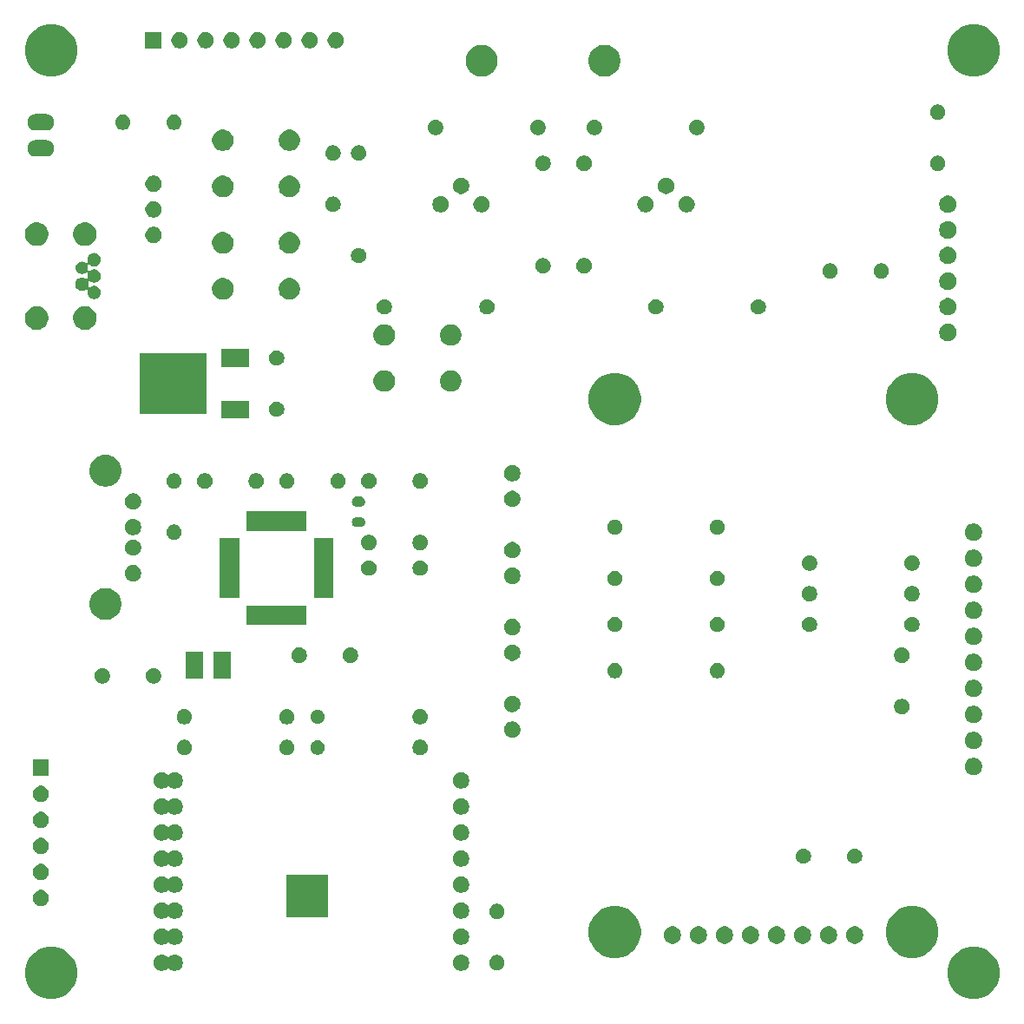
<source format=gbs>
G04 #@! TF.GenerationSoftware,KiCad,Pcbnew,(5.1.5)-3*
G04 #@! TF.CreationDate,2020-05-07T15:58:15+09:00*
G04 #@! TF.ProjectId,SAMD21G_TrainingBoard,53414d44-3231-4475-9f54-7261696e696e,rev?*
G04 #@! TF.SameCoordinates,Original*
G04 #@! TF.FileFunction,Soldermask,Bot*
G04 #@! TF.FilePolarity,Negative*
%FSLAX46Y46*%
G04 Gerber Fmt 4.6, Leading zero omitted, Abs format (unit mm)*
G04 Created by KiCad (PCBNEW (5.1.5)-3) date 2020-05-07 15:58:15*
%MOMM*%
%LPD*%
G04 APERTURE LIST*
%ADD10C,0.100000*%
G04 APERTURE END LIST*
D10*
G36*
X195744098Y-142547033D02*
G01*
X196208350Y-142739332D01*
X196208352Y-142739333D01*
X196626168Y-143018509D01*
X196981491Y-143373832D01*
X197260667Y-143791648D01*
X197260668Y-143791650D01*
X197452967Y-144255902D01*
X197551000Y-144748747D01*
X197551000Y-145251253D01*
X197452967Y-145744098D01*
X197260668Y-146208350D01*
X197260667Y-146208352D01*
X196981491Y-146626168D01*
X196626168Y-146981491D01*
X196208352Y-147260667D01*
X196208351Y-147260668D01*
X196208350Y-147260668D01*
X195744098Y-147452967D01*
X195251253Y-147551000D01*
X194748747Y-147551000D01*
X194255902Y-147452967D01*
X193791650Y-147260668D01*
X193791649Y-147260668D01*
X193791648Y-147260667D01*
X193373832Y-146981491D01*
X193018509Y-146626168D01*
X192739333Y-146208352D01*
X192739332Y-146208350D01*
X192547033Y-145744098D01*
X192449000Y-145251253D01*
X192449000Y-144748747D01*
X192547033Y-144255902D01*
X192739332Y-143791650D01*
X192739333Y-143791648D01*
X193018509Y-143373832D01*
X193373832Y-143018509D01*
X193791648Y-142739333D01*
X193791650Y-142739332D01*
X194255902Y-142547033D01*
X194748747Y-142449000D01*
X195251253Y-142449000D01*
X195744098Y-142547033D01*
G37*
G36*
X105744098Y-142547033D02*
G01*
X106208350Y-142739332D01*
X106208352Y-142739333D01*
X106626168Y-143018509D01*
X106981491Y-143373832D01*
X107260667Y-143791648D01*
X107260668Y-143791650D01*
X107452967Y-144255902D01*
X107551000Y-144748747D01*
X107551000Y-145251253D01*
X107452967Y-145744098D01*
X107260668Y-146208350D01*
X107260667Y-146208352D01*
X106981491Y-146626168D01*
X106626168Y-146981491D01*
X106208352Y-147260667D01*
X106208351Y-147260668D01*
X106208350Y-147260668D01*
X105744098Y-147452967D01*
X105251253Y-147551000D01*
X104748747Y-147551000D01*
X104255902Y-147452967D01*
X103791650Y-147260668D01*
X103791649Y-147260668D01*
X103791648Y-147260667D01*
X103373832Y-146981491D01*
X103018509Y-146626168D01*
X102739333Y-146208352D01*
X102739332Y-146208350D01*
X102547033Y-145744098D01*
X102449000Y-145251253D01*
X102449000Y-144748747D01*
X102547033Y-144255902D01*
X102739332Y-143791650D01*
X102739333Y-143791648D01*
X103018509Y-143373832D01*
X103373832Y-143018509D01*
X103791648Y-142739333D01*
X103791650Y-142739332D01*
X104255902Y-142547033D01*
X104748747Y-142449000D01*
X105251253Y-142449000D01*
X105744098Y-142547033D01*
G37*
G36*
X116023642Y-143229781D02*
G01*
X116098209Y-143260668D01*
X116169416Y-143290163D01*
X116300608Y-143377822D01*
X116336618Y-143413832D01*
X116355554Y-143429372D01*
X116377165Y-143440923D01*
X116400614Y-143448036D01*
X116425000Y-143450438D01*
X116449386Y-143448036D01*
X116472835Y-143440923D01*
X116494446Y-143429372D01*
X116513382Y-143413832D01*
X116549392Y-143377822D01*
X116680584Y-143290163D01*
X116751791Y-143260668D01*
X116826358Y-143229781D01*
X116981107Y-143199000D01*
X117138893Y-143199000D01*
X117293642Y-143229781D01*
X117368209Y-143260668D01*
X117439416Y-143290163D01*
X117570608Y-143377822D01*
X117682178Y-143489392D01*
X117769837Y-143620584D01*
X117769838Y-143620586D01*
X117830219Y-143766358D01*
X117861000Y-143921107D01*
X117861000Y-144078893D01*
X117830219Y-144233642D01*
X117779648Y-144355730D01*
X117769837Y-144379416D01*
X117682178Y-144510608D01*
X117570608Y-144622178D01*
X117439416Y-144709837D01*
X117439415Y-144709838D01*
X117439414Y-144709838D01*
X117293642Y-144770219D01*
X117138893Y-144801000D01*
X116981107Y-144801000D01*
X116826358Y-144770219D01*
X116680586Y-144709838D01*
X116680585Y-144709838D01*
X116680584Y-144709837D01*
X116549392Y-144622178D01*
X116513382Y-144586168D01*
X116494446Y-144570628D01*
X116472835Y-144559077D01*
X116449386Y-144551964D01*
X116425000Y-144549562D01*
X116400614Y-144551964D01*
X116377165Y-144559077D01*
X116355554Y-144570628D01*
X116336618Y-144586168D01*
X116300608Y-144622178D01*
X116169416Y-144709837D01*
X116169415Y-144709838D01*
X116169414Y-144709838D01*
X116023642Y-144770219D01*
X115868893Y-144801000D01*
X115711107Y-144801000D01*
X115556358Y-144770219D01*
X115410586Y-144709838D01*
X115410585Y-144709838D01*
X115410584Y-144709837D01*
X115279392Y-144622178D01*
X115167822Y-144510608D01*
X115080163Y-144379416D01*
X115070352Y-144355730D01*
X115019781Y-144233642D01*
X114989000Y-144078893D01*
X114989000Y-143921107D01*
X115019781Y-143766358D01*
X115080162Y-143620586D01*
X115080163Y-143620584D01*
X115167822Y-143489392D01*
X115279392Y-143377822D01*
X115410584Y-143290163D01*
X115481791Y-143260668D01*
X115556358Y-143229781D01*
X115711107Y-143199000D01*
X115868893Y-143199000D01*
X116023642Y-143229781D01*
G37*
G36*
X145233642Y-143229781D02*
G01*
X145308209Y-143260668D01*
X145379416Y-143290163D01*
X145510608Y-143377822D01*
X145622178Y-143489392D01*
X145709837Y-143620584D01*
X145709838Y-143620586D01*
X145770219Y-143766358D01*
X145801000Y-143921107D01*
X145801000Y-144078893D01*
X145770219Y-144233642D01*
X145719648Y-144355730D01*
X145709837Y-144379416D01*
X145622178Y-144510608D01*
X145510608Y-144622178D01*
X145379416Y-144709837D01*
X145379415Y-144709838D01*
X145379414Y-144709838D01*
X145233642Y-144770219D01*
X145078893Y-144801000D01*
X144921107Y-144801000D01*
X144766358Y-144770219D01*
X144620586Y-144709838D01*
X144620585Y-144709838D01*
X144620584Y-144709837D01*
X144489392Y-144622178D01*
X144377822Y-144510608D01*
X144290163Y-144379416D01*
X144280352Y-144355730D01*
X144229781Y-144233642D01*
X144199000Y-144078893D01*
X144199000Y-143921107D01*
X144229781Y-143766358D01*
X144290162Y-143620586D01*
X144290163Y-143620584D01*
X144377822Y-143489392D01*
X144489392Y-143377822D01*
X144620584Y-143290163D01*
X144691791Y-143260668D01*
X144766358Y-143229781D01*
X144921107Y-143199000D01*
X145078893Y-143199000D01*
X145233642Y-143229781D01*
G37*
G36*
X148719059Y-143277860D02*
G01*
X148855732Y-143334472D01*
X148978735Y-143416660D01*
X149083340Y-143521265D01*
X149083341Y-143521267D01*
X149165529Y-143644270D01*
X149222140Y-143780941D01*
X149251000Y-143926032D01*
X149251000Y-144073968D01*
X149222140Y-144219059D01*
X149206880Y-144255901D01*
X149165528Y-144355732D01*
X149083340Y-144478735D01*
X148978735Y-144583340D01*
X148855732Y-144665528D01*
X148855731Y-144665529D01*
X148855730Y-144665529D01*
X148719059Y-144722140D01*
X148573968Y-144751000D01*
X148426032Y-144751000D01*
X148280941Y-144722140D01*
X148144270Y-144665529D01*
X148144269Y-144665529D01*
X148144268Y-144665528D01*
X148021265Y-144583340D01*
X147916660Y-144478735D01*
X147834472Y-144355732D01*
X147793121Y-144255901D01*
X147777860Y-144219059D01*
X147749000Y-144073968D01*
X147749000Y-143926032D01*
X147777860Y-143780941D01*
X147834471Y-143644270D01*
X147916659Y-143521267D01*
X147916660Y-143521265D01*
X148021265Y-143416660D01*
X148144268Y-143334472D01*
X148280941Y-143277860D01*
X148426032Y-143249000D01*
X148573968Y-143249000D01*
X148719059Y-143277860D01*
G37*
G36*
X160744098Y-138547033D02*
G01*
X161208350Y-138739332D01*
X161208352Y-138739333D01*
X161626168Y-139018509D01*
X161981491Y-139373832D01*
X162260667Y-139791648D01*
X162260668Y-139791650D01*
X162452967Y-140255902D01*
X162551000Y-140748747D01*
X162551000Y-141251253D01*
X162452967Y-141744098D01*
X162276620Y-142169838D01*
X162260667Y-142208352D01*
X161981491Y-142626168D01*
X161626168Y-142981491D01*
X161208352Y-143260667D01*
X161208351Y-143260668D01*
X161208350Y-143260668D01*
X160744098Y-143452967D01*
X160251253Y-143551000D01*
X159748747Y-143551000D01*
X159255902Y-143452967D01*
X158791650Y-143260668D01*
X158791649Y-143260668D01*
X158791648Y-143260667D01*
X158373832Y-142981491D01*
X158018509Y-142626168D01*
X157739333Y-142208352D01*
X157723380Y-142169838D01*
X157547033Y-141744098D01*
X157449000Y-141251253D01*
X157449000Y-140748747D01*
X157547033Y-140255902D01*
X157739332Y-139791650D01*
X157739333Y-139791648D01*
X158018509Y-139373832D01*
X158373832Y-139018509D01*
X158791648Y-138739333D01*
X158791650Y-138739332D01*
X159255902Y-138547033D01*
X159748747Y-138449000D01*
X160251253Y-138449000D01*
X160744098Y-138547033D01*
G37*
G36*
X189744098Y-138547033D02*
G01*
X190208350Y-138739332D01*
X190208352Y-138739333D01*
X190626168Y-139018509D01*
X190981491Y-139373832D01*
X191260667Y-139791648D01*
X191260668Y-139791650D01*
X191452967Y-140255902D01*
X191551000Y-140748747D01*
X191551000Y-141251253D01*
X191452967Y-141744098D01*
X191276620Y-142169838D01*
X191260667Y-142208352D01*
X190981491Y-142626168D01*
X190626168Y-142981491D01*
X190208352Y-143260667D01*
X190208351Y-143260668D01*
X190208350Y-143260668D01*
X189744098Y-143452967D01*
X189251253Y-143551000D01*
X188748747Y-143551000D01*
X188255902Y-143452967D01*
X187791650Y-143260668D01*
X187791649Y-143260668D01*
X187791648Y-143260667D01*
X187373832Y-142981491D01*
X187018509Y-142626168D01*
X186739333Y-142208352D01*
X186723380Y-142169838D01*
X186547033Y-141744098D01*
X186449000Y-141251253D01*
X186449000Y-140748747D01*
X186547033Y-140255902D01*
X186739332Y-139791650D01*
X186739333Y-139791648D01*
X187018509Y-139373832D01*
X187373832Y-139018509D01*
X187791648Y-138739333D01*
X187791650Y-138739332D01*
X188255902Y-138547033D01*
X188748747Y-138449000D01*
X189251253Y-138449000D01*
X189744098Y-138547033D01*
G37*
G36*
X145233642Y-140689781D02*
G01*
X145376000Y-140748748D01*
X145379416Y-140750163D01*
X145510608Y-140837822D01*
X145622178Y-140949392D01*
X145709837Y-141080584D01*
X145709838Y-141080586D01*
X145770219Y-141226358D01*
X145801000Y-141381107D01*
X145801000Y-141538893D01*
X145770219Y-141693642D01*
X145709838Y-141839414D01*
X145709837Y-141839416D01*
X145622178Y-141970608D01*
X145510608Y-142082178D01*
X145379416Y-142169837D01*
X145379415Y-142169838D01*
X145379414Y-142169838D01*
X145233642Y-142230219D01*
X145078893Y-142261000D01*
X144921107Y-142261000D01*
X144766358Y-142230219D01*
X144620586Y-142169838D01*
X144620585Y-142169838D01*
X144620584Y-142169837D01*
X144489392Y-142082178D01*
X144377822Y-141970608D01*
X144290163Y-141839416D01*
X144290162Y-141839414D01*
X144229781Y-141693642D01*
X144199000Y-141538893D01*
X144199000Y-141381107D01*
X144229781Y-141226358D01*
X144290162Y-141080586D01*
X144290163Y-141080584D01*
X144377822Y-140949392D01*
X144489392Y-140837822D01*
X144620584Y-140750163D01*
X144624000Y-140748748D01*
X144766358Y-140689781D01*
X144921107Y-140659000D01*
X145078893Y-140659000D01*
X145233642Y-140689781D01*
G37*
G36*
X116023642Y-140689781D02*
G01*
X116166000Y-140748748D01*
X116169416Y-140750163D01*
X116300608Y-140837822D01*
X116336618Y-140873832D01*
X116355554Y-140889372D01*
X116377165Y-140900923D01*
X116400614Y-140908036D01*
X116425000Y-140910438D01*
X116449386Y-140908036D01*
X116472835Y-140900923D01*
X116494446Y-140889372D01*
X116513382Y-140873832D01*
X116549392Y-140837822D01*
X116680584Y-140750163D01*
X116684000Y-140748748D01*
X116826358Y-140689781D01*
X116981107Y-140659000D01*
X117138893Y-140659000D01*
X117293642Y-140689781D01*
X117436000Y-140748748D01*
X117439416Y-140750163D01*
X117570608Y-140837822D01*
X117682178Y-140949392D01*
X117769837Y-141080584D01*
X117769838Y-141080586D01*
X117830219Y-141226358D01*
X117861000Y-141381107D01*
X117861000Y-141538893D01*
X117830219Y-141693642D01*
X117769838Y-141839414D01*
X117769837Y-141839416D01*
X117682178Y-141970608D01*
X117570608Y-142082178D01*
X117439416Y-142169837D01*
X117439415Y-142169838D01*
X117439414Y-142169838D01*
X117293642Y-142230219D01*
X117138893Y-142261000D01*
X116981107Y-142261000D01*
X116826358Y-142230219D01*
X116680586Y-142169838D01*
X116680585Y-142169838D01*
X116680584Y-142169837D01*
X116549392Y-142082178D01*
X116513382Y-142046168D01*
X116494446Y-142030628D01*
X116472835Y-142019077D01*
X116449386Y-142011964D01*
X116425000Y-142009562D01*
X116400614Y-142011964D01*
X116377165Y-142019077D01*
X116355554Y-142030628D01*
X116336618Y-142046168D01*
X116300608Y-142082178D01*
X116169416Y-142169837D01*
X116169415Y-142169838D01*
X116169414Y-142169838D01*
X116023642Y-142230219D01*
X115868893Y-142261000D01*
X115711107Y-142261000D01*
X115556358Y-142230219D01*
X115410586Y-142169838D01*
X115410585Y-142169838D01*
X115410584Y-142169837D01*
X115279392Y-142082178D01*
X115167822Y-141970608D01*
X115080163Y-141839416D01*
X115080162Y-141839414D01*
X115019781Y-141693642D01*
X114989000Y-141538893D01*
X114989000Y-141381107D01*
X115019781Y-141226358D01*
X115080162Y-141080586D01*
X115080163Y-141080584D01*
X115167822Y-140949392D01*
X115279392Y-140837822D01*
X115410584Y-140750163D01*
X115414000Y-140748748D01*
X115556358Y-140689781D01*
X115711107Y-140659000D01*
X115868893Y-140659000D01*
X116023642Y-140689781D01*
G37*
G36*
X178568228Y-140481703D02*
G01*
X178723100Y-140545853D01*
X178862481Y-140638985D01*
X178981015Y-140757519D01*
X179074147Y-140896900D01*
X179138297Y-141051772D01*
X179171000Y-141216184D01*
X179171000Y-141383816D01*
X179138297Y-141548228D01*
X179074147Y-141703100D01*
X178981015Y-141842481D01*
X178862481Y-141961015D01*
X178723100Y-142054147D01*
X178568228Y-142118297D01*
X178403816Y-142151000D01*
X178236184Y-142151000D01*
X178071772Y-142118297D01*
X177916900Y-142054147D01*
X177777519Y-141961015D01*
X177658985Y-141842481D01*
X177565853Y-141703100D01*
X177501703Y-141548228D01*
X177469000Y-141383816D01*
X177469000Y-141216184D01*
X177501703Y-141051772D01*
X177565853Y-140896900D01*
X177658985Y-140757519D01*
X177777519Y-140638985D01*
X177916900Y-140545853D01*
X178071772Y-140481703D01*
X178236184Y-140449000D01*
X178403816Y-140449000D01*
X178568228Y-140481703D01*
G37*
G36*
X165868228Y-140481703D02*
G01*
X166023100Y-140545853D01*
X166162481Y-140638985D01*
X166281015Y-140757519D01*
X166374147Y-140896900D01*
X166438297Y-141051772D01*
X166471000Y-141216184D01*
X166471000Y-141383816D01*
X166438297Y-141548228D01*
X166374147Y-141703100D01*
X166281015Y-141842481D01*
X166162481Y-141961015D01*
X166023100Y-142054147D01*
X165868228Y-142118297D01*
X165703816Y-142151000D01*
X165536184Y-142151000D01*
X165371772Y-142118297D01*
X165216900Y-142054147D01*
X165077519Y-141961015D01*
X164958985Y-141842481D01*
X164865853Y-141703100D01*
X164801703Y-141548228D01*
X164769000Y-141383816D01*
X164769000Y-141216184D01*
X164801703Y-141051772D01*
X164865853Y-140896900D01*
X164958985Y-140757519D01*
X165077519Y-140638985D01*
X165216900Y-140545853D01*
X165371772Y-140481703D01*
X165536184Y-140449000D01*
X165703816Y-140449000D01*
X165868228Y-140481703D01*
G37*
G36*
X170948228Y-140481703D02*
G01*
X171103100Y-140545853D01*
X171242481Y-140638985D01*
X171361015Y-140757519D01*
X171454147Y-140896900D01*
X171518297Y-141051772D01*
X171551000Y-141216184D01*
X171551000Y-141383816D01*
X171518297Y-141548228D01*
X171454147Y-141703100D01*
X171361015Y-141842481D01*
X171242481Y-141961015D01*
X171103100Y-142054147D01*
X170948228Y-142118297D01*
X170783816Y-142151000D01*
X170616184Y-142151000D01*
X170451772Y-142118297D01*
X170296900Y-142054147D01*
X170157519Y-141961015D01*
X170038985Y-141842481D01*
X169945853Y-141703100D01*
X169881703Y-141548228D01*
X169849000Y-141383816D01*
X169849000Y-141216184D01*
X169881703Y-141051772D01*
X169945853Y-140896900D01*
X170038985Y-140757519D01*
X170157519Y-140638985D01*
X170296900Y-140545853D01*
X170451772Y-140481703D01*
X170616184Y-140449000D01*
X170783816Y-140449000D01*
X170948228Y-140481703D01*
G37*
G36*
X173488228Y-140481703D02*
G01*
X173643100Y-140545853D01*
X173782481Y-140638985D01*
X173901015Y-140757519D01*
X173994147Y-140896900D01*
X174058297Y-141051772D01*
X174091000Y-141216184D01*
X174091000Y-141383816D01*
X174058297Y-141548228D01*
X173994147Y-141703100D01*
X173901015Y-141842481D01*
X173782481Y-141961015D01*
X173643100Y-142054147D01*
X173488228Y-142118297D01*
X173323816Y-142151000D01*
X173156184Y-142151000D01*
X172991772Y-142118297D01*
X172836900Y-142054147D01*
X172697519Y-141961015D01*
X172578985Y-141842481D01*
X172485853Y-141703100D01*
X172421703Y-141548228D01*
X172389000Y-141383816D01*
X172389000Y-141216184D01*
X172421703Y-141051772D01*
X172485853Y-140896900D01*
X172578985Y-140757519D01*
X172697519Y-140638985D01*
X172836900Y-140545853D01*
X172991772Y-140481703D01*
X173156184Y-140449000D01*
X173323816Y-140449000D01*
X173488228Y-140481703D01*
G37*
G36*
X176028228Y-140481703D02*
G01*
X176183100Y-140545853D01*
X176322481Y-140638985D01*
X176441015Y-140757519D01*
X176534147Y-140896900D01*
X176598297Y-141051772D01*
X176631000Y-141216184D01*
X176631000Y-141383816D01*
X176598297Y-141548228D01*
X176534147Y-141703100D01*
X176441015Y-141842481D01*
X176322481Y-141961015D01*
X176183100Y-142054147D01*
X176028228Y-142118297D01*
X175863816Y-142151000D01*
X175696184Y-142151000D01*
X175531772Y-142118297D01*
X175376900Y-142054147D01*
X175237519Y-141961015D01*
X175118985Y-141842481D01*
X175025853Y-141703100D01*
X174961703Y-141548228D01*
X174929000Y-141383816D01*
X174929000Y-141216184D01*
X174961703Y-141051772D01*
X175025853Y-140896900D01*
X175118985Y-140757519D01*
X175237519Y-140638985D01*
X175376900Y-140545853D01*
X175531772Y-140481703D01*
X175696184Y-140449000D01*
X175863816Y-140449000D01*
X176028228Y-140481703D01*
G37*
G36*
X181108228Y-140481703D02*
G01*
X181263100Y-140545853D01*
X181402481Y-140638985D01*
X181521015Y-140757519D01*
X181614147Y-140896900D01*
X181678297Y-141051772D01*
X181711000Y-141216184D01*
X181711000Y-141383816D01*
X181678297Y-141548228D01*
X181614147Y-141703100D01*
X181521015Y-141842481D01*
X181402481Y-141961015D01*
X181263100Y-142054147D01*
X181108228Y-142118297D01*
X180943816Y-142151000D01*
X180776184Y-142151000D01*
X180611772Y-142118297D01*
X180456900Y-142054147D01*
X180317519Y-141961015D01*
X180198985Y-141842481D01*
X180105853Y-141703100D01*
X180041703Y-141548228D01*
X180009000Y-141383816D01*
X180009000Y-141216184D01*
X180041703Y-141051772D01*
X180105853Y-140896900D01*
X180198985Y-140757519D01*
X180317519Y-140638985D01*
X180456900Y-140545853D01*
X180611772Y-140481703D01*
X180776184Y-140449000D01*
X180943816Y-140449000D01*
X181108228Y-140481703D01*
G37*
G36*
X183648228Y-140481703D02*
G01*
X183803100Y-140545853D01*
X183942481Y-140638985D01*
X184061015Y-140757519D01*
X184154147Y-140896900D01*
X184218297Y-141051772D01*
X184251000Y-141216184D01*
X184251000Y-141383816D01*
X184218297Y-141548228D01*
X184154147Y-141703100D01*
X184061015Y-141842481D01*
X183942481Y-141961015D01*
X183803100Y-142054147D01*
X183648228Y-142118297D01*
X183483816Y-142151000D01*
X183316184Y-142151000D01*
X183151772Y-142118297D01*
X182996900Y-142054147D01*
X182857519Y-141961015D01*
X182738985Y-141842481D01*
X182645853Y-141703100D01*
X182581703Y-141548228D01*
X182549000Y-141383816D01*
X182549000Y-141216184D01*
X182581703Y-141051772D01*
X182645853Y-140896900D01*
X182738985Y-140757519D01*
X182857519Y-140638985D01*
X182996900Y-140545853D01*
X183151772Y-140481703D01*
X183316184Y-140449000D01*
X183483816Y-140449000D01*
X183648228Y-140481703D01*
G37*
G36*
X168408228Y-140481703D02*
G01*
X168563100Y-140545853D01*
X168702481Y-140638985D01*
X168821015Y-140757519D01*
X168914147Y-140896900D01*
X168978297Y-141051772D01*
X169011000Y-141216184D01*
X169011000Y-141383816D01*
X168978297Y-141548228D01*
X168914147Y-141703100D01*
X168821015Y-141842481D01*
X168702481Y-141961015D01*
X168563100Y-142054147D01*
X168408228Y-142118297D01*
X168243816Y-142151000D01*
X168076184Y-142151000D01*
X167911772Y-142118297D01*
X167756900Y-142054147D01*
X167617519Y-141961015D01*
X167498985Y-141842481D01*
X167405853Y-141703100D01*
X167341703Y-141548228D01*
X167309000Y-141383816D01*
X167309000Y-141216184D01*
X167341703Y-141051772D01*
X167405853Y-140896900D01*
X167498985Y-140757519D01*
X167617519Y-140638985D01*
X167756900Y-140545853D01*
X167911772Y-140481703D01*
X168076184Y-140449000D01*
X168243816Y-140449000D01*
X168408228Y-140481703D01*
G37*
G36*
X148719059Y-138277860D02*
G01*
X148767252Y-138297822D01*
X148855732Y-138334472D01*
X148978735Y-138416660D01*
X149083340Y-138521265D01*
X149165528Y-138644268D01*
X149222140Y-138780941D01*
X149251000Y-138926033D01*
X149251000Y-139073967D01*
X149222140Y-139219059D01*
X149165528Y-139355732D01*
X149083340Y-139478735D01*
X148978735Y-139583340D01*
X148855732Y-139665528D01*
X148855731Y-139665529D01*
X148855730Y-139665529D01*
X148719059Y-139722140D01*
X148573968Y-139751000D01*
X148426032Y-139751000D01*
X148280941Y-139722140D01*
X148144270Y-139665529D01*
X148144269Y-139665529D01*
X148144268Y-139665528D01*
X148021265Y-139583340D01*
X147916660Y-139478735D01*
X147834472Y-139355732D01*
X147777860Y-139219059D01*
X147749000Y-139073967D01*
X147749000Y-138926033D01*
X147777860Y-138780941D01*
X147834472Y-138644268D01*
X147916660Y-138521265D01*
X148021265Y-138416660D01*
X148144268Y-138334472D01*
X148232749Y-138297822D01*
X148280941Y-138277860D01*
X148426032Y-138249000D01*
X148573968Y-138249000D01*
X148719059Y-138277860D01*
G37*
G36*
X116023642Y-138149781D02*
G01*
X116169414Y-138210162D01*
X116169416Y-138210163D01*
X116300608Y-138297822D01*
X116336618Y-138333832D01*
X116355554Y-138349372D01*
X116377165Y-138360923D01*
X116400614Y-138368036D01*
X116425000Y-138370438D01*
X116449386Y-138368036D01*
X116472835Y-138360923D01*
X116494446Y-138349372D01*
X116513382Y-138333832D01*
X116549392Y-138297822D01*
X116680584Y-138210163D01*
X116680586Y-138210162D01*
X116826358Y-138149781D01*
X116981107Y-138119000D01*
X117138893Y-138119000D01*
X117293642Y-138149781D01*
X117439414Y-138210162D01*
X117439416Y-138210163D01*
X117570608Y-138297822D01*
X117682178Y-138409392D01*
X117756930Y-138521267D01*
X117769838Y-138540586D01*
X117830219Y-138686358D01*
X117861000Y-138841107D01*
X117861000Y-138998893D01*
X117830219Y-139153642D01*
X117803122Y-139219059D01*
X117769837Y-139299416D01*
X117682178Y-139430608D01*
X117570608Y-139542178D01*
X117439416Y-139629837D01*
X117439415Y-139629838D01*
X117439414Y-139629838D01*
X117293642Y-139690219D01*
X117138893Y-139721000D01*
X116981107Y-139721000D01*
X116826358Y-139690219D01*
X116680586Y-139629838D01*
X116680585Y-139629838D01*
X116680584Y-139629837D01*
X116549392Y-139542178D01*
X116513382Y-139506168D01*
X116494446Y-139490628D01*
X116472835Y-139479077D01*
X116449386Y-139471964D01*
X116425000Y-139469562D01*
X116400614Y-139471964D01*
X116377165Y-139479077D01*
X116355554Y-139490628D01*
X116336618Y-139506168D01*
X116300608Y-139542178D01*
X116169416Y-139629837D01*
X116169415Y-139629838D01*
X116169414Y-139629838D01*
X116023642Y-139690219D01*
X115868893Y-139721000D01*
X115711107Y-139721000D01*
X115556358Y-139690219D01*
X115410586Y-139629838D01*
X115410585Y-139629838D01*
X115410584Y-139629837D01*
X115279392Y-139542178D01*
X115167822Y-139430608D01*
X115080163Y-139299416D01*
X115046878Y-139219059D01*
X115019781Y-139153642D01*
X114989000Y-138998893D01*
X114989000Y-138841107D01*
X115019781Y-138686358D01*
X115080162Y-138540586D01*
X115093070Y-138521267D01*
X115167822Y-138409392D01*
X115279392Y-138297822D01*
X115410584Y-138210163D01*
X115410586Y-138210162D01*
X115556358Y-138149781D01*
X115711107Y-138119000D01*
X115868893Y-138119000D01*
X116023642Y-138149781D01*
G37*
G36*
X145233642Y-138149781D02*
G01*
X145379414Y-138210162D01*
X145379416Y-138210163D01*
X145510608Y-138297822D01*
X145622178Y-138409392D01*
X145696930Y-138521267D01*
X145709838Y-138540586D01*
X145770219Y-138686358D01*
X145801000Y-138841107D01*
X145801000Y-138998893D01*
X145770219Y-139153642D01*
X145743122Y-139219059D01*
X145709837Y-139299416D01*
X145622178Y-139430608D01*
X145510608Y-139542178D01*
X145379416Y-139629837D01*
X145379415Y-139629838D01*
X145379414Y-139629838D01*
X145233642Y-139690219D01*
X145078893Y-139721000D01*
X144921107Y-139721000D01*
X144766358Y-139690219D01*
X144620586Y-139629838D01*
X144620585Y-139629838D01*
X144620584Y-139629837D01*
X144489392Y-139542178D01*
X144377822Y-139430608D01*
X144290163Y-139299416D01*
X144256878Y-139219059D01*
X144229781Y-139153642D01*
X144199000Y-138998893D01*
X144199000Y-138841107D01*
X144229781Y-138686358D01*
X144290162Y-138540586D01*
X144303070Y-138521267D01*
X144377822Y-138409392D01*
X144489392Y-138297822D01*
X144620584Y-138210163D01*
X144620586Y-138210162D01*
X144766358Y-138149781D01*
X144921107Y-138119000D01*
X145078893Y-138119000D01*
X145233642Y-138149781D01*
G37*
G36*
X132051000Y-139551000D02*
G01*
X127949000Y-139551000D01*
X127949000Y-135449000D01*
X132051000Y-135449000D01*
X132051000Y-139551000D01*
G37*
G36*
X104233642Y-136929781D02*
G01*
X104379414Y-136990162D01*
X104379416Y-136990163D01*
X104510608Y-137077822D01*
X104622178Y-137189392D01*
X104709837Y-137320584D01*
X104709838Y-137320586D01*
X104770219Y-137466358D01*
X104801000Y-137621107D01*
X104801000Y-137778893D01*
X104770219Y-137933642D01*
X104709838Y-138079414D01*
X104709837Y-138079416D01*
X104622178Y-138210608D01*
X104510608Y-138322178D01*
X104379416Y-138409837D01*
X104379415Y-138409838D01*
X104379414Y-138409838D01*
X104233642Y-138470219D01*
X104078893Y-138501000D01*
X103921107Y-138501000D01*
X103766358Y-138470219D01*
X103620586Y-138409838D01*
X103620585Y-138409838D01*
X103620584Y-138409837D01*
X103489392Y-138322178D01*
X103377822Y-138210608D01*
X103290163Y-138079416D01*
X103290162Y-138079414D01*
X103229781Y-137933642D01*
X103199000Y-137778893D01*
X103199000Y-137621107D01*
X103229781Y-137466358D01*
X103290162Y-137320586D01*
X103290163Y-137320584D01*
X103377822Y-137189392D01*
X103489392Y-137077822D01*
X103620584Y-136990163D01*
X103620586Y-136990162D01*
X103766358Y-136929781D01*
X103921107Y-136899000D01*
X104078893Y-136899000D01*
X104233642Y-136929781D01*
G37*
G36*
X116023642Y-135609781D02*
G01*
X116169414Y-135670162D01*
X116169416Y-135670163D01*
X116300608Y-135757822D01*
X116336618Y-135793832D01*
X116355554Y-135809372D01*
X116377165Y-135820923D01*
X116400614Y-135828036D01*
X116425000Y-135830438D01*
X116449386Y-135828036D01*
X116472835Y-135820923D01*
X116494446Y-135809372D01*
X116513382Y-135793832D01*
X116549392Y-135757822D01*
X116680584Y-135670163D01*
X116680586Y-135670162D01*
X116826358Y-135609781D01*
X116981107Y-135579000D01*
X117138893Y-135579000D01*
X117293642Y-135609781D01*
X117439414Y-135670162D01*
X117439416Y-135670163D01*
X117570608Y-135757822D01*
X117682178Y-135869392D01*
X117743388Y-135961000D01*
X117769838Y-136000586D01*
X117830219Y-136146358D01*
X117861000Y-136301107D01*
X117861000Y-136458893D01*
X117830219Y-136613642D01*
X117769838Y-136759414D01*
X117769837Y-136759416D01*
X117682178Y-136890608D01*
X117570608Y-137002178D01*
X117439416Y-137089837D01*
X117439415Y-137089838D01*
X117439414Y-137089838D01*
X117293642Y-137150219D01*
X117138893Y-137181000D01*
X116981107Y-137181000D01*
X116826358Y-137150219D01*
X116680586Y-137089838D01*
X116680585Y-137089838D01*
X116680584Y-137089837D01*
X116549392Y-137002178D01*
X116513382Y-136966168D01*
X116494446Y-136950628D01*
X116472835Y-136939077D01*
X116449386Y-136931964D01*
X116425000Y-136929562D01*
X116400614Y-136931964D01*
X116377165Y-136939077D01*
X116355554Y-136950628D01*
X116336618Y-136966168D01*
X116300608Y-137002178D01*
X116169416Y-137089837D01*
X116169415Y-137089838D01*
X116169414Y-137089838D01*
X116023642Y-137150219D01*
X115868893Y-137181000D01*
X115711107Y-137181000D01*
X115556358Y-137150219D01*
X115410586Y-137089838D01*
X115410585Y-137089838D01*
X115410584Y-137089837D01*
X115279392Y-137002178D01*
X115167822Y-136890608D01*
X115080163Y-136759416D01*
X115080162Y-136759414D01*
X115019781Y-136613642D01*
X114989000Y-136458893D01*
X114989000Y-136301107D01*
X115019781Y-136146358D01*
X115080162Y-136000586D01*
X115106612Y-135961000D01*
X115167822Y-135869392D01*
X115279392Y-135757822D01*
X115410584Y-135670163D01*
X115410586Y-135670162D01*
X115556358Y-135609781D01*
X115711107Y-135579000D01*
X115868893Y-135579000D01*
X116023642Y-135609781D01*
G37*
G36*
X145233642Y-135609781D02*
G01*
X145379414Y-135670162D01*
X145379416Y-135670163D01*
X145510608Y-135757822D01*
X145622178Y-135869392D01*
X145683388Y-135961000D01*
X145709838Y-136000586D01*
X145770219Y-136146358D01*
X145801000Y-136301107D01*
X145801000Y-136458893D01*
X145770219Y-136613642D01*
X145709838Y-136759414D01*
X145709837Y-136759416D01*
X145622178Y-136890608D01*
X145510608Y-137002178D01*
X145379416Y-137089837D01*
X145379415Y-137089838D01*
X145379414Y-137089838D01*
X145233642Y-137150219D01*
X145078893Y-137181000D01*
X144921107Y-137181000D01*
X144766358Y-137150219D01*
X144620586Y-137089838D01*
X144620585Y-137089838D01*
X144620584Y-137089837D01*
X144489392Y-137002178D01*
X144377822Y-136890608D01*
X144290163Y-136759416D01*
X144290162Y-136759414D01*
X144229781Y-136613642D01*
X144199000Y-136458893D01*
X144199000Y-136301107D01*
X144229781Y-136146358D01*
X144290162Y-136000586D01*
X144316612Y-135961000D01*
X144377822Y-135869392D01*
X144489392Y-135757822D01*
X144620584Y-135670163D01*
X144620586Y-135670162D01*
X144766358Y-135609781D01*
X144921107Y-135579000D01*
X145078893Y-135579000D01*
X145233642Y-135609781D01*
G37*
G36*
X104233642Y-134389781D02*
G01*
X104379414Y-134450162D01*
X104379416Y-134450163D01*
X104510608Y-134537822D01*
X104622178Y-134649392D01*
X104709837Y-134780584D01*
X104709838Y-134780586D01*
X104770219Y-134926358D01*
X104801000Y-135081107D01*
X104801000Y-135238893D01*
X104770219Y-135393642D01*
X104709838Y-135539414D01*
X104709837Y-135539416D01*
X104622178Y-135670608D01*
X104510608Y-135782178D01*
X104379416Y-135869837D01*
X104379415Y-135869838D01*
X104379414Y-135869838D01*
X104233642Y-135930219D01*
X104078893Y-135961000D01*
X103921107Y-135961000D01*
X103766358Y-135930219D01*
X103620586Y-135869838D01*
X103620585Y-135869838D01*
X103620584Y-135869837D01*
X103489392Y-135782178D01*
X103377822Y-135670608D01*
X103290163Y-135539416D01*
X103290162Y-135539414D01*
X103229781Y-135393642D01*
X103199000Y-135238893D01*
X103199000Y-135081107D01*
X103229781Y-134926358D01*
X103290162Y-134780586D01*
X103290163Y-134780584D01*
X103377822Y-134649392D01*
X103489392Y-134537822D01*
X103620584Y-134450163D01*
X103620586Y-134450162D01*
X103766358Y-134389781D01*
X103921107Y-134359000D01*
X104078893Y-134359000D01*
X104233642Y-134389781D01*
G37*
G36*
X145233642Y-133069781D02*
G01*
X145379414Y-133130162D01*
X145379416Y-133130163D01*
X145510608Y-133217822D01*
X145622178Y-133329392D01*
X145683388Y-133421000D01*
X145709838Y-133460586D01*
X145770219Y-133606358D01*
X145801000Y-133761107D01*
X145801000Y-133918893D01*
X145770219Y-134073642D01*
X145768110Y-134078733D01*
X145709837Y-134219416D01*
X145622178Y-134350608D01*
X145510608Y-134462178D01*
X145379416Y-134549837D01*
X145379415Y-134549838D01*
X145379414Y-134549838D01*
X145233642Y-134610219D01*
X145078893Y-134641000D01*
X144921107Y-134641000D01*
X144766358Y-134610219D01*
X144620586Y-134549838D01*
X144620585Y-134549838D01*
X144620584Y-134549837D01*
X144489392Y-134462178D01*
X144377822Y-134350608D01*
X144290163Y-134219416D01*
X144231890Y-134078733D01*
X144229781Y-134073642D01*
X144199000Y-133918893D01*
X144199000Y-133761107D01*
X144229781Y-133606358D01*
X144290162Y-133460586D01*
X144316612Y-133421000D01*
X144377822Y-133329392D01*
X144489392Y-133217822D01*
X144620584Y-133130163D01*
X144620586Y-133130162D01*
X144766358Y-133069781D01*
X144921107Y-133039000D01*
X145078893Y-133039000D01*
X145233642Y-133069781D01*
G37*
G36*
X116023642Y-133069781D02*
G01*
X116169414Y-133130162D01*
X116169416Y-133130163D01*
X116300608Y-133217822D01*
X116336618Y-133253832D01*
X116355554Y-133269372D01*
X116377165Y-133280923D01*
X116400614Y-133288036D01*
X116425000Y-133290438D01*
X116449386Y-133288036D01*
X116472835Y-133280923D01*
X116494446Y-133269372D01*
X116513382Y-133253832D01*
X116549392Y-133217822D01*
X116680584Y-133130163D01*
X116680586Y-133130162D01*
X116826358Y-133069781D01*
X116981107Y-133039000D01*
X117138893Y-133039000D01*
X117293642Y-133069781D01*
X117439414Y-133130162D01*
X117439416Y-133130163D01*
X117570608Y-133217822D01*
X117682178Y-133329392D01*
X117743388Y-133421000D01*
X117769838Y-133460586D01*
X117830219Y-133606358D01*
X117861000Y-133761107D01*
X117861000Y-133918893D01*
X117830219Y-134073642D01*
X117828110Y-134078733D01*
X117769837Y-134219416D01*
X117682178Y-134350608D01*
X117570608Y-134462178D01*
X117439416Y-134549837D01*
X117439415Y-134549838D01*
X117439414Y-134549838D01*
X117293642Y-134610219D01*
X117138893Y-134641000D01*
X116981107Y-134641000D01*
X116826358Y-134610219D01*
X116680586Y-134549838D01*
X116680585Y-134549838D01*
X116680584Y-134549837D01*
X116549392Y-134462178D01*
X116513382Y-134426168D01*
X116494446Y-134410628D01*
X116472835Y-134399077D01*
X116449386Y-134391964D01*
X116425000Y-134389562D01*
X116400614Y-134391964D01*
X116377165Y-134399077D01*
X116355554Y-134410628D01*
X116336618Y-134426168D01*
X116300608Y-134462178D01*
X116169416Y-134549837D01*
X116169415Y-134549838D01*
X116169414Y-134549838D01*
X116023642Y-134610219D01*
X115868893Y-134641000D01*
X115711107Y-134641000D01*
X115556358Y-134610219D01*
X115410586Y-134549838D01*
X115410585Y-134549838D01*
X115410584Y-134549837D01*
X115279392Y-134462178D01*
X115167822Y-134350608D01*
X115080163Y-134219416D01*
X115021890Y-134078733D01*
X115019781Y-134073642D01*
X114989000Y-133918893D01*
X114989000Y-133761107D01*
X115019781Y-133606358D01*
X115080162Y-133460586D01*
X115106612Y-133421000D01*
X115167822Y-133329392D01*
X115279392Y-133217822D01*
X115410584Y-133130163D01*
X115410586Y-133130162D01*
X115556358Y-133069781D01*
X115711107Y-133039000D01*
X115868893Y-133039000D01*
X116023642Y-133069781D01*
G37*
G36*
X178619059Y-132877860D02*
G01*
X178755732Y-132934472D01*
X178878735Y-133016660D01*
X178983340Y-133121265D01*
X179065528Y-133244268D01*
X179065529Y-133244270D01*
X179080711Y-133280923D01*
X179122140Y-133380941D01*
X179151000Y-133526033D01*
X179151000Y-133673967D01*
X179122140Y-133819059D01*
X179065528Y-133955732D01*
X178983340Y-134078735D01*
X178878735Y-134183340D01*
X178755732Y-134265528D01*
X178755731Y-134265529D01*
X178755730Y-134265529D01*
X178619059Y-134322140D01*
X178473968Y-134351000D01*
X178326032Y-134351000D01*
X178180941Y-134322140D01*
X178044270Y-134265529D01*
X178044269Y-134265529D01*
X178044268Y-134265528D01*
X177921265Y-134183340D01*
X177816660Y-134078735D01*
X177734472Y-133955732D01*
X177677860Y-133819059D01*
X177649000Y-133673967D01*
X177649000Y-133526033D01*
X177677860Y-133380941D01*
X177719289Y-133280923D01*
X177734471Y-133244270D01*
X177734472Y-133244268D01*
X177816660Y-133121265D01*
X177921265Y-133016660D01*
X178044268Y-132934472D01*
X178180941Y-132877860D01*
X178326032Y-132849000D01*
X178473968Y-132849000D01*
X178619059Y-132877860D01*
G37*
G36*
X183619059Y-132877860D02*
G01*
X183755732Y-132934472D01*
X183878735Y-133016660D01*
X183983340Y-133121265D01*
X184065528Y-133244268D01*
X184065529Y-133244270D01*
X184080711Y-133280923D01*
X184122140Y-133380941D01*
X184151000Y-133526033D01*
X184151000Y-133673967D01*
X184122140Y-133819059D01*
X184065528Y-133955732D01*
X183983340Y-134078735D01*
X183878735Y-134183340D01*
X183755732Y-134265528D01*
X183755731Y-134265529D01*
X183755730Y-134265529D01*
X183619059Y-134322140D01*
X183473968Y-134351000D01*
X183326032Y-134351000D01*
X183180941Y-134322140D01*
X183044270Y-134265529D01*
X183044269Y-134265529D01*
X183044268Y-134265528D01*
X182921265Y-134183340D01*
X182816660Y-134078735D01*
X182734472Y-133955732D01*
X182677860Y-133819059D01*
X182649000Y-133673967D01*
X182649000Y-133526033D01*
X182677860Y-133380941D01*
X182719289Y-133280923D01*
X182734471Y-133244270D01*
X182734472Y-133244268D01*
X182816660Y-133121265D01*
X182921265Y-133016660D01*
X183044268Y-132934472D01*
X183180941Y-132877860D01*
X183326032Y-132849000D01*
X183473968Y-132849000D01*
X183619059Y-132877860D01*
G37*
G36*
X104233642Y-131849781D02*
G01*
X104379414Y-131910162D01*
X104379416Y-131910163D01*
X104510608Y-131997822D01*
X104622178Y-132109392D01*
X104709837Y-132240584D01*
X104709838Y-132240586D01*
X104770219Y-132386358D01*
X104801000Y-132541107D01*
X104801000Y-132698893D01*
X104770219Y-132853642D01*
X104736738Y-132934471D01*
X104709837Y-132999416D01*
X104622178Y-133130608D01*
X104510608Y-133242178D01*
X104379416Y-133329837D01*
X104379415Y-133329838D01*
X104379414Y-133329838D01*
X104233642Y-133390219D01*
X104078893Y-133421000D01*
X103921107Y-133421000D01*
X103766358Y-133390219D01*
X103620586Y-133329838D01*
X103620585Y-133329838D01*
X103620584Y-133329837D01*
X103489392Y-133242178D01*
X103377822Y-133130608D01*
X103290163Y-132999416D01*
X103263262Y-132934471D01*
X103229781Y-132853642D01*
X103199000Y-132698893D01*
X103199000Y-132541107D01*
X103229781Y-132386358D01*
X103290162Y-132240586D01*
X103290163Y-132240584D01*
X103377822Y-132109392D01*
X103489392Y-131997822D01*
X103620584Y-131910163D01*
X103620586Y-131910162D01*
X103766358Y-131849781D01*
X103921107Y-131819000D01*
X104078893Y-131819000D01*
X104233642Y-131849781D01*
G37*
G36*
X116023642Y-130529781D02*
G01*
X116169414Y-130590162D01*
X116169416Y-130590163D01*
X116300608Y-130677822D01*
X116336618Y-130713832D01*
X116355554Y-130729372D01*
X116377165Y-130740923D01*
X116400614Y-130748036D01*
X116425000Y-130750438D01*
X116449386Y-130748036D01*
X116472835Y-130740923D01*
X116494446Y-130729372D01*
X116513382Y-130713832D01*
X116549392Y-130677822D01*
X116680584Y-130590163D01*
X116680586Y-130590162D01*
X116826358Y-130529781D01*
X116981107Y-130499000D01*
X117138893Y-130499000D01*
X117293642Y-130529781D01*
X117439414Y-130590162D01*
X117439416Y-130590163D01*
X117570608Y-130677822D01*
X117682178Y-130789392D01*
X117743388Y-130881000D01*
X117769838Y-130920586D01*
X117830219Y-131066358D01*
X117861000Y-131221107D01*
X117861000Y-131378893D01*
X117830219Y-131533642D01*
X117769838Y-131679414D01*
X117769837Y-131679416D01*
X117682178Y-131810608D01*
X117570608Y-131922178D01*
X117439416Y-132009837D01*
X117439415Y-132009838D01*
X117439414Y-132009838D01*
X117293642Y-132070219D01*
X117138893Y-132101000D01*
X116981107Y-132101000D01*
X116826358Y-132070219D01*
X116680586Y-132009838D01*
X116680585Y-132009838D01*
X116680584Y-132009837D01*
X116549392Y-131922178D01*
X116513382Y-131886168D01*
X116494446Y-131870628D01*
X116472835Y-131859077D01*
X116449386Y-131851964D01*
X116425000Y-131849562D01*
X116400614Y-131851964D01*
X116377165Y-131859077D01*
X116355554Y-131870628D01*
X116336618Y-131886168D01*
X116300608Y-131922178D01*
X116169416Y-132009837D01*
X116169415Y-132009838D01*
X116169414Y-132009838D01*
X116023642Y-132070219D01*
X115868893Y-132101000D01*
X115711107Y-132101000D01*
X115556358Y-132070219D01*
X115410586Y-132009838D01*
X115410585Y-132009838D01*
X115410584Y-132009837D01*
X115279392Y-131922178D01*
X115167822Y-131810608D01*
X115080163Y-131679416D01*
X115080162Y-131679414D01*
X115019781Y-131533642D01*
X114989000Y-131378893D01*
X114989000Y-131221107D01*
X115019781Y-131066358D01*
X115080162Y-130920586D01*
X115106612Y-130881000D01*
X115167822Y-130789392D01*
X115279392Y-130677822D01*
X115410584Y-130590163D01*
X115410586Y-130590162D01*
X115556358Y-130529781D01*
X115711107Y-130499000D01*
X115868893Y-130499000D01*
X116023642Y-130529781D01*
G37*
G36*
X145233642Y-130529781D02*
G01*
X145379414Y-130590162D01*
X145379416Y-130590163D01*
X145510608Y-130677822D01*
X145622178Y-130789392D01*
X145683388Y-130881000D01*
X145709838Y-130920586D01*
X145770219Y-131066358D01*
X145801000Y-131221107D01*
X145801000Y-131378893D01*
X145770219Y-131533642D01*
X145709838Y-131679414D01*
X145709837Y-131679416D01*
X145622178Y-131810608D01*
X145510608Y-131922178D01*
X145379416Y-132009837D01*
X145379415Y-132009838D01*
X145379414Y-132009838D01*
X145233642Y-132070219D01*
X145078893Y-132101000D01*
X144921107Y-132101000D01*
X144766358Y-132070219D01*
X144620586Y-132009838D01*
X144620585Y-132009838D01*
X144620584Y-132009837D01*
X144489392Y-131922178D01*
X144377822Y-131810608D01*
X144290163Y-131679416D01*
X144290162Y-131679414D01*
X144229781Y-131533642D01*
X144199000Y-131378893D01*
X144199000Y-131221107D01*
X144229781Y-131066358D01*
X144290162Y-130920586D01*
X144316612Y-130881000D01*
X144377822Y-130789392D01*
X144489392Y-130677822D01*
X144620584Y-130590163D01*
X144620586Y-130590162D01*
X144766358Y-130529781D01*
X144921107Y-130499000D01*
X145078893Y-130499000D01*
X145233642Y-130529781D01*
G37*
G36*
X104233642Y-129309781D02*
G01*
X104379414Y-129370162D01*
X104379416Y-129370163D01*
X104510608Y-129457822D01*
X104622178Y-129569392D01*
X104709837Y-129700584D01*
X104709838Y-129700586D01*
X104770219Y-129846358D01*
X104801000Y-130001107D01*
X104801000Y-130158893D01*
X104770219Y-130313642D01*
X104709838Y-130459414D01*
X104709837Y-130459416D01*
X104622178Y-130590608D01*
X104510608Y-130702178D01*
X104379416Y-130789837D01*
X104379415Y-130789838D01*
X104379414Y-130789838D01*
X104233642Y-130850219D01*
X104078893Y-130881000D01*
X103921107Y-130881000D01*
X103766358Y-130850219D01*
X103620586Y-130789838D01*
X103620585Y-130789838D01*
X103620584Y-130789837D01*
X103489392Y-130702178D01*
X103377822Y-130590608D01*
X103290163Y-130459416D01*
X103290162Y-130459414D01*
X103229781Y-130313642D01*
X103199000Y-130158893D01*
X103199000Y-130001107D01*
X103229781Y-129846358D01*
X103290162Y-129700586D01*
X103290163Y-129700584D01*
X103377822Y-129569392D01*
X103489392Y-129457822D01*
X103620584Y-129370163D01*
X103620586Y-129370162D01*
X103766358Y-129309781D01*
X103921107Y-129279000D01*
X104078893Y-129279000D01*
X104233642Y-129309781D01*
G37*
G36*
X145233642Y-127989781D02*
G01*
X145379414Y-128050162D01*
X145379416Y-128050163D01*
X145510608Y-128137822D01*
X145622178Y-128249392D01*
X145683388Y-128341000D01*
X145709838Y-128380586D01*
X145770219Y-128526358D01*
X145801000Y-128681107D01*
X145801000Y-128838893D01*
X145770219Y-128993642D01*
X145709838Y-129139414D01*
X145709837Y-129139416D01*
X145622178Y-129270608D01*
X145510608Y-129382178D01*
X145379416Y-129469837D01*
X145379415Y-129469838D01*
X145379414Y-129469838D01*
X145233642Y-129530219D01*
X145078893Y-129561000D01*
X144921107Y-129561000D01*
X144766358Y-129530219D01*
X144620586Y-129469838D01*
X144620585Y-129469838D01*
X144620584Y-129469837D01*
X144489392Y-129382178D01*
X144377822Y-129270608D01*
X144290163Y-129139416D01*
X144290162Y-129139414D01*
X144229781Y-128993642D01*
X144199000Y-128838893D01*
X144199000Y-128681107D01*
X144229781Y-128526358D01*
X144290162Y-128380586D01*
X144316612Y-128341000D01*
X144377822Y-128249392D01*
X144489392Y-128137822D01*
X144620584Y-128050163D01*
X144620586Y-128050162D01*
X144766358Y-127989781D01*
X144921107Y-127959000D01*
X145078893Y-127959000D01*
X145233642Y-127989781D01*
G37*
G36*
X116023642Y-127989781D02*
G01*
X116169414Y-128050162D01*
X116169416Y-128050163D01*
X116300608Y-128137822D01*
X116336618Y-128173832D01*
X116355554Y-128189372D01*
X116377165Y-128200923D01*
X116400614Y-128208036D01*
X116425000Y-128210438D01*
X116449386Y-128208036D01*
X116472835Y-128200923D01*
X116494446Y-128189372D01*
X116513382Y-128173832D01*
X116549392Y-128137822D01*
X116680584Y-128050163D01*
X116680586Y-128050162D01*
X116826358Y-127989781D01*
X116981107Y-127959000D01*
X117138893Y-127959000D01*
X117293642Y-127989781D01*
X117439414Y-128050162D01*
X117439416Y-128050163D01*
X117570608Y-128137822D01*
X117682178Y-128249392D01*
X117743388Y-128341000D01*
X117769838Y-128380586D01*
X117830219Y-128526358D01*
X117861000Y-128681107D01*
X117861000Y-128838893D01*
X117830219Y-128993642D01*
X117769838Y-129139414D01*
X117769837Y-129139416D01*
X117682178Y-129270608D01*
X117570608Y-129382178D01*
X117439416Y-129469837D01*
X117439415Y-129469838D01*
X117439414Y-129469838D01*
X117293642Y-129530219D01*
X117138893Y-129561000D01*
X116981107Y-129561000D01*
X116826358Y-129530219D01*
X116680586Y-129469838D01*
X116680585Y-129469838D01*
X116680584Y-129469837D01*
X116549392Y-129382178D01*
X116513382Y-129346168D01*
X116494446Y-129330628D01*
X116472835Y-129319077D01*
X116449386Y-129311964D01*
X116425000Y-129309562D01*
X116400614Y-129311964D01*
X116377165Y-129319077D01*
X116355554Y-129330628D01*
X116336618Y-129346168D01*
X116300608Y-129382178D01*
X116169416Y-129469837D01*
X116169415Y-129469838D01*
X116169414Y-129469838D01*
X116023642Y-129530219D01*
X115868893Y-129561000D01*
X115711107Y-129561000D01*
X115556358Y-129530219D01*
X115410586Y-129469838D01*
X115410585Y-129469838D01*
X115410584Y-129469837D01*
X115279392Y-129382178D01*
X115167822Y-129270608D01*
X115080163Y-129139416D01*
X115080162Y-129139414D01*
X115019781Y-128993642D01*
X114989000Y-128838893D01*
X114989000Y-128681107D01*
X115019781Y-128526358D01*
X115080162Y-128380586D01*
X115106612Y-128341000D01*
X115167822Y-128249392D01*
X115279392Y-128137822D01*
X115410584Y-128050163D01*
X115410586Y-128050162D01*
X115556358Y-127989781D01*
X115711107Y-127959000D01*
X115868893Y-127959000D01*
X116023642Y-127989781D01*
G37*
G36*
X104233642Y-126769781D02*
G01*
X104379414Y-126830162D01*
X104379416Y-126830163D01*
X104510608Y-126917822D01*
X104622178Y-127029392D01*
X104709837Y-127160584D01*
X104709838Y-127160586D01*
X104770219Y-127306358D01*
X104801000Y-127461107D01*
X104801000Y-127618893D01*
X104770219Y-127773642D01*
X104709838Y-127919414D01*
X104709837Y-127919416D01*
X104622178Y-128050608D01*
X104510608Y-128162178D01*
X104379416Y-128249837D01*
X104379415Y-128249838D01*
X104379414Y-128249838D01*
X104233642Y-128310219D01*
X104078893Y-128341000D01*
X103921107Y-128341000D01*
X103766358Y-128310219D01*
X103620586Y-128249838D01*
X103620585Y-128249838D01*
X103620584Y-128249837D01*
X103489392Y-128162178D01*
X103377822Y-128050608D01*
X103290163Y-127919416D01*
X103290162Y-127919414D01*
X103229781Y-127773642D01*
X103199000Y-127618893D01*
X103199000Y-127461107D01*
X103229781Y-127306358D01*
X103290162Y-127160586D01*
X103290163Y-127160584D01*
X103377822Y-127029392D01*
X103489392Y-126917822D01*
X103620584Y-126830163D01*
X103620586Y-126830162D01*
X103766358Y-126769781D01*
X103921107Y-126739000D01*
X104078893Y-126739000D01*
X104233642Y-126769781D01*
G37*
G36*
X116023642Y-125449781D02*
G01*
X116169414Y-125510162D01*
X116169416Y-125510163D01*
X116300608Y-125597822D01*
X116336618Y-125633832D01*
X116355554Y-125649372D01*
X116377165Y-125660923D01*
X116400614Y-125668036D01*
X116425000Y-125670438D01*
X116449386Y-125668036D01*
X116472835Y-125660923D01*
X116494446Y-125649372D01*
X116513382Y-125633832D01*
X116549392Y-125597822D01*
X116680584Y-125510163D01*
X116680586Y-125510162D01*
X116826358Y-125449781D01*
X116981107Y-125419000D01*
X117138893Y-125419000D01*
X117293642Y-125449781D01*
X117439414Y-125510162D01*
X117439416Y-125510163D01*
X117570608Y-125597822D01*
X117682178Y-125709392D01*
X117683252Y-125711000D01*
X117769838Y-125840586D01*
X117830219Y-125986358D01*
X117861000Y-126141107D01*
X117861000Y-126298893D01*
X117830219Y-126453642D01*
X117769838Y-126599414D01*
X117769837Y-126599416D01*
X117682178Y-126730608D01*
X117570608Y-126842178D01*
X117439416Y-126929837D01*
X117439415Y-126929838D01*
X117439414Y-126929838D01*
X117293642Y-126990219D01*
X117138893Y-127021000D01*
X116981107Y-127021000D01*
X116826358Y-126990219D01*
X116680586Y-126929838D01*
X116680585Y-126929838D01*
X116680584Y-126929837D01*
X116549392Y-126842178D01*
X116513382Y-126806168D01*
X116494446Y-126790628D01*
X116472835Y-126779077D01*
X116449386Y-126771964D01*
X116425000Y-126769562D01*
X116400614Y-126771964D01*
X116377165Y-126779077D01*
X116355554Y-126790628D01*
X116336618Y-126806168D01*
X116300608Y-126842178D01*
X116169416Y-126929837D01*
X116169415Y-126929838D01*
X116169414Y-126929838D01*
X116023642Y-126990219D01*
X115868893Y-127021000D01*
X115711107Y-127021000D01*
X115556358Y-126990219D01*
X115410586Y-126929838D01*
X115410585Y-126929838D01*
X115410584Y-126929837D01*
X115279392Y-126842178D01*
X115167822Y-126730608D01*
X115080163Y-126599416D01*
X115080162Y-126599414D01*
X115019781Y-126453642D01*
X114989000Y-126298893D01*
X114989000Y-126141107D01*
X115019781Y-125986358D01*
X115080162Y-125840586D01*
X115166748Y-125711000D01*
X115167822Y-125709392D01*
X115279392Y-125597822D01*
X115410584Y-125510163D01*
X115410586Y-125510162D01*
X115556358Y-125449781D01*
X115711107Y-125419000D01*
X115868893Y-125419000D01*
X116023642Y-125449781D01*
G37*
G36*
X145233642Y-125449781D02*
G01*
X145379414Y-125510162D01*
X145379416Y-125510163D01*
X145510608Y-125597822D01*
X145622178Y-125709392D01*
X145623252Y-125711000D01*
X145709838Y-125840586D01*
X145770219Y-125986358D01*
X145801000Y-126141107D01*
X145801000Y-126298893D01*
X145770219Y-126453642D01*
X145709838Y-126599414D01*
X145709837Y-126599416D01*
X145622178Y-126730608D01*
X145510608Y-126842178D01*
X145379416Y-126929837D01*
X145379415Y-126929838D01*
X145379414Y-126929838D01*
X145233642Y-126990219D01*
X145078893Y-127021000D01*
X144921107Y-127021000D01*
X144766358Y-126990219D01*
X144620586Y-126929838D01*
X144620585Y-126929838D01*
X144620584Y-126929837D01*
X144489392Y-126842178D01*
X144377822Y-126730608D01*
X144290163Y-126599416D01*
X144290162Y-126599414D01*
X144229781Y-126453642D01*
X144199000Y-126298893D01*
X144199000Y-126141107D01*
X144229781Y-125986358D01*
X144290162Y-125840586D01*
X144376748Y-125711000D01*
X144377822Y-125709392D01*
X144489392Y-125597822D01*
X144620584Y-125510163D01*
X144620586Y-125510162D01*
X144766358Y-125449781D01*
X144921107Y-125419000D01*
X145078893Y-125419000D01*
X145233642Y-125449781D01*
G37*
G36*
X104801000Y-125801000D02*
G01*
X103199000Y-125801000D01*
X103199000Y-124199000D01*
X104801000Y-124199000D01*
X104801000Y-125801000D01*
G37*
G36*
X195248228Y-124041703D02*
G01*
X195403100Y-124105853D01*
X195542481Y-124198985D01*
X195661015Y-124317519D01*
X195754147Y-124456900D01*
X195818297Y-124611772D01*
X195851000Y-124776184D01*
X195851000Y-124943816D01*
X195818297Y-125108228D01*
X195754147Y-125263100D01*
X195661015Y-125402481D01*
X195542481Y-125521015D01*
X195403100Y-125614147D01*
X195248228Y-125678297D01*
X195083816Y-125711000D01*
X194916184Y-125711000D01*
X194751772Y-125678297D01*
X194596900Y-125614147D01*
X194457519Y-125521015D01*
X194338985Y-125402481D01*
X194245853Y-125263100D01*
X194181703Y-125108228D01*
X194149000Y-124943816D01*
X194149000Y-124776184D01*
X194181703Y-124611772D01*
X194245853Y-124456900D01*
X194338985Y-124317519D01*
X194457519Y-124198985D01*
X194596900Y-124105853D01*
X194751772Y-124041703D01*
X194916184Y-124009000D01*
X195083816Y-124009000D01*
X195248228Y-124041703D01*
G37*
G36*
X128219059Y-122277860D02*
G01*
X128335130Y-122325938D01*
X128355732Y-122334472D01*
X128478735Y-122416660D01*
X128583340Y-122521265D01*
X128665528Y-122644268D01*
X128722140Y-122780941D01*
X128751000Y-122926033D01*
X128751000Y-123073967D01*
X128722140Y-123219059D01*
X128665528Y-123355732D01*
X128583340Y-123478735D01*
X128478735Y-123583340D01*
X128355732Y-123665528D01*
X128355731Y-123665529D01*
X128355730Y-123665529D01*
X128219059Y-123722140D01*
X128073968Y-123751000D01*
X127926032Y-123751000D01*
X127780941Y-123722140D01*
X127644270Y-123665529D01*
X127644269Y-123665529D01*
X127644268Y-123665528D01*
X127521265Y-123583340D01*
X127416660Y-123478735D01*
X127334472Y-123355732D01*
X127277860Y-123219059D01*
X127249000Y-123073967D01*
X127249000Y-122926033D01*
X127277860Y-122780941D01*
X127334472Y-122644268D01*
X127416660Y-122521265D01*
X127521265Y-122416660D01*
X127644268Y-122334472D01*
X127664871Y-122325938D01*
X127780941Y-122277860D01*
X127926032Y-122249000D01*
X128073968Y-122249000D01*
X128219059Y-122277860D01*
G37*
G36*
X118219059Y-122277860D02*
G01*
X118335130Y-122325938D01*
X118355732Y-122334472D01*
X118478735Y-122416660D01*
X118583340Y-122521265D01*
X118665528Y-122644268D01*
X118722140Y-122780941D01*
X118751000Y-122926033D01*
X118751000Y-123073967D01*
X118722140Y-123219059D01*
X118665528Y-123355732D01*
X118583340Y-123478735D01*
X118478735Y-123583340D01*
X118355732Y-123665528D01*
X118355731Y-123665529D01*
X118355730Y-123665529D01*
X118219059Y-123722140D01*
X118073968Y-123751000D01*
X117926032Y-123751000D01*
X117780941Y-123722140D01*
X117644270Y-123665529D01*
X117644269Y-123665529D01*
X117644268Y-123665528D01*
X117521265Y-123583340D01*
X117416660Y-123478735D01*
X117334472Y-123355732D01*
X117277860Y-123219059D01*
X117249000Y-123073967D01*
X117249000Y-122926033D01*
X117277860Y-122780941D01*
X117334472Y-122644268D01*
X117416660Y-122521265D01*
X117521265Y-122416660D01*
X117644268Y-122334472D01*
X117664871Y-122325938D01*
X117780941Y-122277860D01*
X117926032Y-122249000D01*
X118073968Y-122249000D01*
X118219059Y-122277860D01*
G37*
G36*
X141219059Y-122277860D02*
G01*
X141335130Y-122325938D01*
X141355732Y-122334472D01*
X141478735Y-122416660D01*
X141583340Y-122521265D01*
X141665528Y-122644268D01*
X141722140Y-122780941D01*
X141751000Y-122926033D01*
X141751000Y-123073967D01*
X141722140Y-123219059D01*
X141665528Y-123355732D01*
X141583340Y-123478735D01*
X141478735Y-123583340D01*
X141355732Y-123665528D01*
X141355731Y-123665529D01*
X141355730Y-123665529D01*
X141219059Y-123722140D01*
X141073968Y-123751000D01*
X140926032Y-123751000D01*
X140780941Y-123722140D01*
X140644270Y-123665529D01*
X140644269Y-123665529D01*
X140644268Y-123665528D01*
X140521265Y-123583340D01*
X140416660Y-123478735D01*
X140334472Y-123355732D01*
X140277860Y-123219059D01*
X140249000Y-123073967D01*
X140249000Y-122926033D01*
X140277860Y-122780941D01*
X140334472Y-122644268D01*
X140416660Y-122521265D01*
X140521265Y-122416660D01*
X140644268Y-122334472D01*
X140664871Y-122325938D01*
X140780941Y-122277860D01*
X140926032Y-122249000D01*
X141073968Y-122249000D01*
X141219059Y-122277860D01*
G37*
G36*
X131204473Y-122325938D02*
G01*
X131332049Y-122378782D01*
X131446859Y-122455495D01*
X131544505Y-122553141D01*
X131621218Y-122667951D01*
X131674062Y-122795527D01*
X131701000Y-122930956D01*
X131701000Y-123069044D01*
X131674062Y-123204473D01*
X131621218Y-123332049D01*
X131544505Y-123446859D01*
X131446859Y-123544505D01*
X131332049Y-123621218D01*
X131204473Y-123674062D01*
X131069044Y-123701000D01*
X130930956Y-123701000D01*
X130795527Y-123674062D01*
X130667951Y-123621218D01*
X130553141Y-123544505D01*
X130455495Y-123446859D01*
X130378782Y-123332049D01*
X130325938Y-123204473D01*
X130299000Y-123069044D01*
X130299000Y-122930956D01*
X130325938Y-122795527D01*
X130378782Y-122667951D01*
X130455495Y-122553141D01*
X130553141Y-122455495D01*
X130667951Y-122378782D01*
X130795527Y-122325938D01*
X130930956Y-122299000D01*
X131069044Y-122299000D01*
X131204473Y-122325938D01*
G37*
G36*
X195248228Y-121501703D02*
G01*
X195403100Y-121565853D01*
X195542481Y-121658985D01*
X195661015Y-121777519D01*
X195754147Y-121916900D01*
X195818297Y-122071772D01*
X195851000Y-122236184D01*
X195851000Y-122403816D01*
X195818297Y-122568228D01*
X195754147Y-122723100D01*
X195661015Y-122862481D01*
X195542481Y-122981015D01*
X195403100Y-123074147D01*
X195248228Y-123138297D01*
X195083816Y-123171000D01*
X194916184Y-123171000D01*
X194751772Y-123138297D01*
X194596900Y-123074147D01*
X194457519Y-122981015D01*
X194338985Y-122862481D01*
X194245853Y-122723100D01*
X194181703Y-122568228D01*
X194149000Y-122403816D01*
X194149000Y-122236184D01*
X194181703Y-122071772D01*
X194245853Y-121916900D01*
X194338985Y-121777519D01*
X194457519Y-121658985D01*
X194596900Y-121565853D01*
X194751772Y-121501703D01*
X194916184Y-121469000D01*
X195083816Y-121469000D01*
X195248228Y-121501703D01*
G37*
G36*
X150233642Y-120479781D02*
G01*
X150379414Y-120540162D01*
X150379416Y-120540163D01*
X150510608Y-120627822D01*
X150622178Y-120739392D01*
X150629934Y-120751000D01*
X150709838Y-120870586D01*
X150770219Y-121016358D01*
X150801000Y-121171107D01*
X150801000Y-121328893D01*
X150770219Y-121483642D01*
X150736166Y-121565852D01*
X150709837Y-121629416D01*
X150622178Y-121760608D01*
X150510608Y-121872178D01*
X150379416Y-121959837D01*
X150379415Y-121959838D01*
X150379414Y-121959838D01*
X150233642Y-122020219D01*
X150078893Y-122051000D01*
X149921107Y-122051000D01*
X149766358Y-122020219D01*
X149620586Y-121959838D01*
X149620585Y-121959838D01*
X149620584Y-121959837D01*
X149489392Y-121872178D01*
X149377822Y-121760608D01*
X149290163Y-121629416D01*
X149263834Y-121565852D01*
X149229781Y-121483642D01*
X149199000Y-121328893D01*
X149199000Y-121171107D01*
X149229781Y-121016358D01*
X149290162Y-120870586D01*
X149370066Y-120751000D01*
X149377822Y-120739392D01*
X149489392Y-120627822D01*
X149620584Y-120540163D01*
X149620586Y-120540162D01*
X149766358Y-120479781D01*
X149921107Y-120449000D01*
X150078893Y-120449000D01*
X150233642Y-120479781D01*
G37*
G36*
X128219059Y-119277860D02*
G01*
X128335130Y-119325938D01*
X128355732Y-119334472D01*
X128478735Y-119416660D01*
X128583340Y-119521265D01*
X128603208Y-119551000D01*
X128665529Y-119644270D01*
X128722140Y-119780941D01*
X128751000Y-119926032D01*
X128751000Y-120073968D01*
X128722140Y-120219059D01*
X128679302Y-120322480D01*
X128665528Y-120355732D01*
X128583340Y-120478735D01*
X128478735Y-120583340D01*
X128355732Y-120665528D01*
X128355731Y-120665529D01*
X128355730Y-120665529D01*
X128219059Y-120722140D01*
X128073968Y-120751000D01*
X127926032Y-120751000D01*
X127780941Y-120722140D01*
X127644270Y-120665529D01*
X127644269Y-120665529D01*
X127644268Y-120665528D01*
X127521265Y-120583340D01*
X127416660Y-120478735D01*
X127334472Y-120355732D01*
X127320699Y-120322480D01*
X127277860Y-120219059D01*
X127249000Y-120073968D01*
X127249000Y-119926032D01*
X127277860Y-119780941D01*
X127334471Y-119644270D01*
X127396792Y-119551000D01*
X127416660Y-119521265D01*
X127521265Y-119416660D01*
X127644268Y-119334472D01*
X127664871Y-119325938D01*
X127780941Y-119277860D01*
X127926032Y-119249000D01*
X128073968Y-119249000D01*
X128219059Y-119277860D01*
G37*
G36*
X118219059Y-119277860D02*
G01*
X118335130Y-119325938D01*
X118355732Y-119334472D01*
X118478735Y-119416660D01*
X118583340Y-119521265D01*
X118603208Y-119551000D01*
X118665529Y-119644270D01*
X118722140Y-119780941D01*
X118751000Y-119926032D01*
X118751000Y-120073968D01*
X118722140Y-120219059D01*
X118679302Y-120322480D01*
X118665528Y-120355732D01*
X118583340Y-120478735D01*
X118478735Y-120583340D01*
X118355732Y-120665528D01*
X118355731Y-120665529D01*
X118355730Y-120665529D01*
X118219059Y-120722140D01*
X118073968Y-120751000D01*
X117926032Y-120751000D01*
X117780941Y-120722140D01*
X117644270Y-120665529D01*
X117644269Y-120665529D01*
X117644268Y-120665528D01*
X117521265Y-120583340D01*
X117416660Y-120478735D01*
X117334472Y-120355732D01*
X117320699Y-120322480D01*
X117277860Y-120219059D01*
X117249000Y-120073968D01*
X117249000Y-119926032D01*
X117277860Y-119780941D01*
X117334471Y-119644270D01*
X117396792Y-119551000D01*
X117416660Y-119521265D01*
X117521265Y-119416660D01*
X117644268Y-119334472D01*
X117664871Y-119325938D01*
X117780941Y-119277860D01*
X117926032Y-119249000D01*
X118073968Y-119249000D01*
X118219059Y-119277860D01*
G37*
G36*
X141219059Y-119277860D02*
G01*
X141335130Y-119325938D01*
X141355732Y-119334472D01*
X141478735Y-119416660D01*
X141583340Y-119521265D01*
X141603208Y-119551000D01*
X141665529Y-119644270D01*
X141722140Y-119780941D01*
X141751000Y-119926032D01*
X141751000Y-120073968D01*
X141722140Y-120219059D01*
X141679302Y-120322480D01*
X141665528Y-120355732D01*
X141583340Y-120478735D01*
X141478735Y-120583340D01*
X141355732Y-120665528D01*
X141355731Y-120665529D01*
X141355730Y-120665529D01*
X141219059Y-120722140D01*
X141073968Y-120751000D01*
X140926032Y-120751000D01*
X140780941Y-120722140D01*
X140644270Y-120665529D01*
X140644269Y-120665529D01*
X140644268Y-120665528D01*
X140521265Y-120583340D01*
X140416660Y-120478735D01*
X140334472Y-120355732D01*
X140320699Y-120322480D01*
X140277860Y-120219059D01*
X140249000Y-120073968D01*
X140249000Y-119926032D01*
X140277860Y-119780941D01*
X140334471Y-119644270D01*
X140396792Y-119551000D01*
X140416660Y-119521265D01*
X140521265Y-119416660D01*
X140644268Y-119334472D01*
X140664871Y-119325938D01*
X140780941Y-119277860D01*
X140926032Y-119249000D01*
X141073968Y-119249000D01*
X141219059Y-119277860D01*
G37*
G36*
X131204473Y-119325938D02*
G01*
X131332049Y-119378782D01*
X131446859Y-119455495D01*
X131544505Y-119553141D01*
X131621218Y-119667951D01*
X131674062Y-119795527D01*
X131701000Y-119930956D01*
X131701000Y-120069044D01*
X131674062Y-120204473D01*
X131621218Y-120332049D01*
X131544505Y-120446859D01*
X131446859Y-120544505D01*
X131332049Y-120621218D01*
X131204473Y-120674062D01*
X131069044Y-120701000D01*
X130930956Y-120701000D01*
X130795527Y-120674062D01*
X130667951Y-120621218D01*
X130553141Y-120544505D01*
X130455495Y-120446859D01*
X130378782Y-120332049D01*
X130325938Y-120204473D01*
X130299000Y-120069044D01*
X130299000Y-119930956D01*
X130325938Y-119795527D01*
X130378782Y-119667951D01*
X130455495Y-119553141D01*
X130553141Y-119455495D01*
X130667951Y-119378782D01*
X130795527Y-119325938D01*
X130930956Y-119299000D01*
X131069044Y-119299000D01*
X131204473Y-119325938D01*
G37*
G36*
X195248228Y-118961703D02*
G01*
X195403100Y-119025853D01*
X195542481Y-119118985D01*
X195661015Y-119237519D01*
X195754147Y-119376900D01*
X195818297Y-119531772D01*
X195851000Y-119696184D01*
X195851000Y-119863816D01*
X195818297Y-120028228D01*
X195754147Y-120183100D01*
X195661015Y-120322481D01*
X195542481Y-120441015D01*
X195403100Y-120534147D01*
X195248228Y-120598297D01*
X195083816Y-120631000D01*
X194916184Y-120631000D01*
X194751772Y-120598297D01*
X194596900Y-120534147D01*
X194457519Y-120441015D01*
X194338985Y-120322481D01*
X194245853Y-120183100D01*
X194181703Y-120028228D01*
X194149000Y-119863816D01*
X194149000Y-119696184D01*
X194181703Y-119531772D01*
X194245853Y-119376900D01*
X194338985Y-119237519D01*
X194457519Y-119118985D01*
X194596900Y-119025853D01*
X194751772Y-118961703D01*
X194916184Y-118929000D01*
X195083816Y-118929000D01*
X195248228Y-118961703D01*
G37*
G36*
X188219059Y-118277860D02*
G01*
X188355732Y-118334472D01*
X188478735Y-118416660D01*
X188583340Y-118521265D01*
X188665528Y-118644268D01*
X188722140Y-118780941D01*
X188751000Y-118926033D01*
X188751000Y-119073967D01*
X188722140Y-119219059D01*
X188665528Y-119355732D01*
X188583340Y-119478735D01*
X188478735Y-119583340D01*
X188355732Y-119665528D01*
X188355731Y-119665529D01*
X188355730Y-119665529D01*
X188219059Y-119722140D01*
X188073968Y-119751000D01*
X187926032Y-119751000D01*
X187780941Y-119722140D01*
X187644270Y-119665529D01*
X187644269Y-119665529D01*
X187644268Y-119665528D01*
X187521265Y-119583340D01*
X187416660Y-119478735D01*
X187334472Y-119355732D01*
X187277860Y-119219059D01*
X187249000Y-119073967D01*
X187249000Y-118926033D01*
X187277860Y-118780941D01*
X187334472Y-118644268D01*
X187416660Y-118521265D01*
X187521265Y-118416660D01*
X187644268Y-118334472D01*
X187780941Y-118277860D01*
X187926032Y-118249000D01*
X188073968Y-118249000D01*
X188219059Y-118277860D01*
G37*
G36*
X150233642Y-117979781D02*
G01*
X150379414Y-118040162D01*
X150379416Y-118040163D01*
X150510608Y-118127822D01*
X150622178Y-118239392D01*
X150709837Y-118370584D01*
X150709838Y-118370586D01*
X150770219Y-118516358D01*
X150801000Y-118671107D01*
X150801000Y-118828893D01*
X150770219Y-118983642D01*
X150714158Y-119118985D01*
X150709837Y-119129416D01*
X150622178Y-119260608D01*
X150510608Y-119372178D01*
X150379416Y-119459837D01*
X150379415Y-119459838D01*
X150379414Y-119459838D01*
X150233642Y-119520219D01*
X150078893Y-119551000D01*
X149921107Y-119551000D01*
X149766358Y-119520219D01*
X149620586Y-119459838D01*
X149620585Y-119459838D01*
X149620584Y-119459837D01*
X149489392Y-119372178D01*
X149377822Y-119260608D01*
X149290163Y-119129416D01*
X149285842Y-119118985D01*
X149229781Y-118983642D01*
X149199000Y-118828893D01*
X149199000Y-118671107D01*
X149229781Y-118516358D01*
X149290162Y-118370586D01*
X149290163Y-118370584D01*
X149377822Y-118239392D01*
X149489392Y-118127822D01*
X149620584Y-118040163D01*
X149620586Y-118040162D01*
X149766358Y-117979781D01*
X149921107Y-117949000D01*
X150078893Y-117949000D01*
X150233642Y-117979781D01*
G37*
G36*
X195248228Y-116421703D02*
G01*
X195403100Y-116485853D01*
X195542481Y-116578985D01*
X195661015Y-116697519D01*
X195754147Y-116836900D01*
X195818297Y-116991772D01*
X195851000Y-117156184D01*
X195851000Y-117323816D01*
X195818297Y-117488228D01*
X195754147Y-117643100D01*
X195661015Y-117782481D01*
X195542481Y-117901015D01*
X195403100Y-117994147D01*
X195248228Y-118058297D01*
X195083816Y-118091000D01*
X194916184Y-118091000D01*
X194751772Y-118058297D01*
X194596900Y-117994147D01*
X194457519Y-117901015D01*
X194338985Y-117782481D01*
X194245853Y-117643100D01*
X194181703Y-117488228D01*
X194149000Y-117323816D01*
X194149000Y-117156184D01*
X194181703Y-116991772D01*
X194245853Y-116836900D01*
X194338985Y-116697519D01*
X194457519Y-116578985D01*
X194596900Y-116485853D01*
X194751772Y-116421703D01*
X194916184Y-116389000D01*
X195083816Y-116389000D01*
X195248228Y-116421703D01*
G37*
G36*
X115219059Y-115277860D02*
G01*
X115355732Y-115334472D01*
X115478735Y-115416660D01*
X115583340Y-115521265D01*
X115583341Y-115521267D01*
X115665529Y-115644270D01*
X115722140Y-115780941D01*
X115751000Y-115926032D01*
X115751000Y-116073968D01*
X115732788Y-116165528D01*
X115722140Y-116219059D01*
X115665528Y-116355732D01*
X115583340Y-116478735D01*
X115478735Y-116583340D01*
X115355732Y-116665528D01*
X115355731Y-116665529D01*
X115355730Y-116665529D01*
X115219059Y-116722140D01*
X115073968Y-116751000D01*
X114926032Y-116751000D01*
X114780941Y-116722140D01*
X114644270Y-116665529D01*
X114644269Y-116665529D01*
X114644268Y-116665528D01*
X114521265Y-116583340D01*
X114416660Y-116478735D01*
X114334472Y-116355732D01*
X114277860Y-116219059D01*
X114267212Y-116165528D01*
X114249000Y-116073968D01*
X114249000Y-115926032D01*
X114277860Y-115780941D01*
X114334471Y-115644270D01*
X114416659Y-115521267D01*
X114416660Y-115521265D01*
X114521265Y-115416660D01*
X114644268Y-115334472D01*
X114780941Y-115277860D01*
X114926032Y-115249000D01*
X115073968Y-115249000D01*
X115219059Y-115277860D01*
G37*
G36*
X110219059Y-115277860D02*
G01*
X110355732Y-115334472D01*
X110478735Y-115416660D01*
X110583340Y-115521265D01*
X110583341Y-115521267D01*
X110665529Y-115644270D01*
X110722140Y-115780941D01*
X110751000Y-115926032D01*
X110751000Y-116073968D01*
X110732788Y-116165528D01*
X110722140Y-116219059D01*
X110665528Y-116355732D01*
X110583340Y-116478735D01*
X110478735Y-116583340D01*
X110355732Y-116665528D01*
X110355731Y-116665529D01*
X110355730Y-116665529D01*
X110219059Y-116722140D01*
X110073968Y-116751000D01*
X109926032Y-116751000D01*
X109780941Y-116722140D01*
X109644270Y-116665529D01*
X109644269Y-116665529D01*
X109644268Y-116665528D01*
X109521265Y-116583340D01*
X109416660Y-116478735D01*
X109334472Y-116355732D01*
X109277860Y-116219059D01*
X109267212Y-116165528D01*
X109249000Y-116073968D01*
X109249000Y-115926032D01*
X109277860Y-115780941D01*
X109334471Y-115644270D01*
X109416659Y-115521267D01*
X109416660Y-115521265D01*
X109521265Y-115416660D01*
X109644268Y-115334472D01*
X109780941Y-115277860D01*
X109926032Y-115249000D01*
X110073968Y-115249000D01*
X110219059Y-115277860D01*
G37*
G36*
X122531000Y-116276000D02*
G01*
X120869000Y-116276000D01*
X120869000Y-113624000D01*
X122531000Y-113624000D01*
X122531000Y-116276000D01*
G37*
G36*
X119831000Y-116276000D02*
G01*
X118169000Y-116276000D01*
X118169000Y-113624000D01*
X119831000Y-113624000D01*
X119831000Y-116276000D01*
G37*
G36*
X170219059Y-114777860D02*
G01*
X170355732Y-114834472D01*
X170478735Y-114916660D01*
X170583340Y-115021265D01*
X170583341Y-115021267D01*
X170665529Y-115144270D01*
X170722140Y-115280941D01*
X170749136Y-115416659D01*
X170751000Y-115426033D01*
X170751000Y-115573967D01*
X170722140Y-115719059D01*
X170665528Y-115855732D01*
X170583340Y-115978735D01*
X170478735Y-116083340D01*
X170355732Y-116165528D01*
X170355731Y-116165529D01*
X170355730Y-116165529D01*
X170219059Y-116222140D01*
X170073968Y-116251000D01*
X169926032Y-116251000D01*
X169780941Y-116222140D01*
X169644270Y-116165529D01*
X169644269Y-116165529D01*
X169644268Y-116165528D01*
X169521265Y-116083340D01*
X169416660Y-115978735D01*
X169334472Y-115855732D01*
X169277860Y-115719059D01*
X169249000Y-115573967D01*
X169249000Y-115426033D01*
X169250865Y-115416659D01*
X169277860Y-115280941D01*
X169334471Y-115144270D01*
X169416659Y-115021267D01*
X169416660Y-115021265D01*
X169521265Y-114916660D01*
X169644268Y-114834472D01*
X169780941Y-114777860D01*
X169926032Y-114749000D01*
X170073968Y-114749000D01*
X170219059Y-114777860D01*
G37*
G36*
X160219059Y-114777860D02*
G01*
X160355732Y-114834472D01*
X160478735Y-114916660D01*
X160583340Y-115021265D01*
X160583341Y-115021267D01*
X160665529Y-115144270D01*
X160722140Y-115280941D01*
X160749136Y-115416659D01*
X160751000Y-115426033D01*
X160751000Y-115573967D01*
X160722140Y-115719059D01*
X160665528Y-115855732D01*
X160583340Y-115978735D01*
X160478735Y-116083340D01*
X160355732Y-116165528D01*
X160355731Y-116165529D01*
X160355730Y-116165529D01*
X160219059Y-116222140D01*
X160073968Y-116251000D01*
X159926032Y-116251000D01*
X159780941Y-116222140D01*
X159644270Y-116165529D01*
X159644269Y-116165529D01*
X159644268Y-116165528D01*
X159521265Y-116083340D01*
X159416660Y-115978735D01*
X159334472Y-115855732D01*
X159277860Y-115719059D01*
X159249000Y-115573967D01*
X159249000Y-115426033D01*
X159250865Y-115416659D01*
X159277860Y-115280941D01*
X159334471Y-115144270D01*
X159416659Y-115021267D01*
X159416660Y-115021265D01*
X159521265Y-114916660D01*
X159644268Y-114834472D01*
X159780941Y-114777860D01*
X159926032Y-114749000D01*
X160073968Y-114749000D01*
X160219059Y-114777860D01*
G37*
G36*
X195248228Y-113881703D02*
G01*
X195403100Y-113945853D01*
X195542481Y-114038985D01*
X195661015Y-114157519D01*
X195754147Y-114296900D01*
X195818297Y-114451772D01*
X195851000Y-114616184D01*
X195851000Y-114783816D01*
X195818297Y-114948228D01*
X195754147Y-115103100D01*
X195661015Y-115242481D01*
X195542481Y-115361015D01*
X195403100Y-115454147D01*
X195248228Y-115518297D01*
X195083816Y-115551000D01*
X194916184Y-115551000D01*
X194751772Y-115518297D01*
X194596900Y-115454147D01*
X194457519Y-115361015D01*
X194338985Y-115242481D01*
X194245853Y-115103100D01*
X194181703Y-114948228D01*
X194149000Y-114783816D01*
X194149000Y-114616184D01*
X194181703Y-114451772D01*
X194245853Y-114296900D01*
X194338985Y-114157519D01*
X194457519Y-114038985D01*
X194596900Y-113945853D01*
X194751772Y-113881703D01*
X194916184Y-113849000D01*
X195083816Y-113849000D01*
X195248228Y-113881703D01*
G37*
G36*
X188219059Y-113277860D02*
G01*
X188355732Y-113334472D01*
X188478735Y-113416660D01*
X188583340Y-113521265D01*
X188583341Y-113521267D01*
X188665529Y-113644270D01*
X188722140Y-113780941D01*
X188742183Y-113881703D01*
X188751000Y-113926033D01*
X188751000Y-114073967D01*
X188722140Y-114219059D01*
X188665528Y-114355732D01*
X188583340Y-114478735D01*
X188478735Y-114583340D01*
X188355732Y-114665528D01*
X188355731Y-114665529D01*
X188355730Y-114665529D01*
X188219059Y-114722140D01*
X188073968Y-114751000D01*
X187926032Y-114751000D01*
X187780941Y-114722140D01*
X187644270Y-114665529D01*
X187644269Y-114665529D01*
X187644268Y-114665528D01*
X187521265Y-114583340D01*
X187416660Y-114478735D01*
X187334472Y-114355732D01*
X187277860Y-114219059D01*
X187249000Y-114073967D01*
X187249000Y-113926033D01*
X187257818Y-113881703D01*
X187277860Y-113780941D01*
X187334471Y-113644270D01*
X187416659Y-113521267D01*
X187416660Y-113521265D01*
X187521265Y-113416660D01*
X187644268Y-113334472D01*
X187780941Y-113277860D01*
X187926032Y-113249000D01*
X188073968Y-113249000D01*
X188219059Y-113277860D01*
G37*
G36*
X134419059Y-113277860D02*
G01*
X134555732Y-113334472D01*
X134678735Y-113416660D01*
X134783340Y-113521265D01*
X134783341Y-113521267D01*
X134865529Y-113644270D01*
X134922140Y-113780941D01*
X134942183Y-113881703D01*
X134951000Y-113926033D01*
X134951000Y-114073967D01*
X134922140Y-114219059D01*
X134865528Y-114355732D01*
X134783340Y-114478735D01*
X134678735Y-114583340D01*
X134555732Y-114665528D01*
X134555731Y-114665529D01*
X134555730Y-114665529D01*
X134419059Y-114722140D01*
X134273968Y-114751000D01*
X134126032Y-114751000D01*
X133980941Y-114722140D01*
X133844270Y-114665529D01*
X133844269Y-114665529D01*
X133844268Y-114665528D01*
X133721265Y-114583340D01*
X133616660Y-114478735D01*
X133534472Y-114355732D01*
X133477860Y-114219059D01*
X133449000Y-114073967D01*
X133449000Y-113926033D01*
X133457818Y-113881703D01*
X133477860Y-113780941D01*
X133534471Y-113644270D01*
X133616659Y-113521267D01*
X133616660Y-113521265D01*
X133721265Y-113416660D01*
X133844268Y-113334472D01*
X133980941Y-113277860D01*
X134126032Y-113249000D01*
X134273968Y-113249000D01*
X134419059Y-113277860D01*
G37*
G36*
X129419059Y-113277860D02*
G01*
X129555732Y-113334472D01*
X129678735Y-113416660D01*
X129783340Y-113521265D01*
X129783341Y-113521267D01*
X129865529Y-113644270D01*
X129922140Y-113780941D01*
X129942183Y-113881703D01*
X129951000Y-113926033D01*
X129951000Y-114073967D01*
X129922140Y-114219059D01*
X129865528Y-114355732D01*
X129783340Y-114478735D01*
X129678735Y-114583340D01*
X129555732Y-114665528D01*
X129555731Y-114665529D01*
X129555730Y-114665529D01*
X129419059Y-114722140D01*
X129273968Y-114751000D01*
X129126032Y-114751000D01*
X128980941Y-114722140D01*
X128844270Y-114665529D01*
X128844269Y-114665529D01*
X128844268Y-114665528D01*
X128721265Y-114583340D01*
X128616660Y-114478735D01*
X128534472Y-114355732D01*
X128477860Y-114219059D01*
X128449000Y-114073967D01*
X128449000Y-113926033D01*
X128457818Y-113881703D01*
X128477860Y-113780941D01*
X128534471Y-113644270D01*
X128616659Y-113521267D01*
X128616660Y-113521265D01*
X128721265Y-113416660D01*
X128844268Y-113334472D01*
X128980941Y-113277860D01*
X129126032Y-113249000D01*
X129273968Y-113249000D01*
X129419059Y-113277860D01*
G37*
G36*
X150233642Y-112979781D02*
G01*
X150379414Y-113040162D01*
X150379416Y-113040163D01*
X150510608Y-113127822D01*
X150622178Y-113239392D01*
X150709837Y-113370584D01*
X150709838Y-113370586D01*
X150770219Y-113516358D01*
X150801000Y-113671107D01*
X150801000Y-113828893D01*
X150770219Y-113983642D01*
X150709838Y-114129414D01*
X150709837Y-114129416D01*
X150622178Y-114260608D01*
X150510608Y-114372178D01*
X150379416Y-114459837D01*
X150379415Y-114459838D01*
X150379414Y-114459838D01*
X150233642Y-114520219D01*
X150078893Y-114551000D01*
X149921107Y-114551000D01*
X149766358Y-114520219D01*
X149620586Y-114459838D01*
X149620585Y-114459838D01*
X149620584Y-114459837D01*
X149489392Y-114372178D01*
X149377822Y-114260608D01*
X149290163Y-114129416D01*
X149290162Y-114129414D01*
X149229781Y-113983642D01*
X149199000Y-113828893D01*
X149199000Y-113671107D01*
X149229781Y-113516358D01*
X149290162Y-113370586D01*
X149290163Y-113370584D01*
X149377822Y-113239392D01*
X149489392Y-113127822D01*
X149620584Y-113040163D01*
X149620586Y-113040162D01*
X149766358Y-112979781D01*
X149921107Y-112949000D01*
X150078893Y-112949000D01*
X150233642Y-112979781D01*
G37*
G36*
X195248228Y-111341703D02*
G01*
X195403100Y-111405853D01*
X195542481Y-111498985D01*
X195661015Y-111617519D01*
X195754147Y-111756900D01*
X195818297Y-111911772D01*
X195851000Y-112076184D01*
X195851000Y-112243816D01*
X195818297Y-112408228D01*
X195754147Y-112563100D01*
X195661015Y-112702481D01*
X195542481Y-112821015D01*
X195403100Y-112914147D01*
X195248228Y-112978297D01*
X195083816Y-113011000D01*
X194916184Y-113011000D01*
X194751772Y-112978297D01*
X194596900Y-112914147D01*
X194457519Y-112821015D01*
X194338985Y-112702481D01*
X194245853Y-112563100D01*
X194181703Y-112408228D01*
X194149000Y-112243816D01*
X194149000Y-112076184D01*
X194181703Y-111911772D01*
X194245853Y-111756900D01*
X194338985Y-111617519D01*
X194457519Y-111498985D01*
X194596900Y-111405853D01*
X194751772Y-111341703D01*
X194916184Y-111309000D01*
X195083816Y-111309000D01*
X195248228Y-111341703D01*
G37*
G36*
X150233642Y-110479781D02*
G01*
X150379414Y-110540162D01*
X150379416Y-110540163D01*
X150510608Y-110627822D01*
X150622178Y-110739392D01*
X150709837Y-110870584D01*
X150709838Y-110870586D01*
X150770219Y-111016358D01*
X150801000Y-111171107D01*
X150801000Y-111328893D01*
X150770219Y-111483642D01*
X150709838Y-111629414D01*
X150709837Y-111629416D01*
X150622178Y-111760608D01*
X150510608Y-111872178D01*
X150379416Y-111959837D01*
X150379415Y-111959838D01*
X150379414Y-111959838D01*
X150233642Y-112020219D01*
X150078893Y-112051000D01*
X149921107Y-112051000D01*
X149766358Y-112020219D01*
X149620586Y-111959838D01*
X149620585Y-111959838D01*
X149620584Y-111959837D01*
X149489392Y-111872178D01*
X149377822Y-111760608D01*
X149290163Y-111629416D01*
X149290162Y-111629414D01*
X149229781Y-111483642D01*
X149199000Y-111328893D01*
X149199000Y-111171107D01*
X149229781Y-111016358D01*
X149290162Y-110870586D01*
X149290163Y-110870584D01*
X149377822Y-110739392D01*
X149489392Y-110627822D01*
X149620584Y-110540163D01*
X149620586Y-110540162D01*
X149766358Y-110479781D01*
X149921107Y-110449000D01*
X150078893Y-110449000D01*
X150233642Y-110479781D01*
G37*
G36*
X179219059Y-110277860D02*
G01*
X179355732Y-110334472D01*
X179478735Y-110416660D01*
X179583340Y-110521265D01*
X179665528Y-110644268D01*
X179722140Y-110780941D01*
X179751000Y-110926033D01*
X179751000Y-111073967D01*
X179722140Y-111219059D01*
X179665528Y-111355732D01*
X179583340Y-111478735D01*
X179478735Y-111583340D01*
X179355732Y-111665528D01*
X179355731Y-111665529D01*
X179355730Y-111665529D01*
X179219059Y-111722140D01*
X179073968Y-111751000D01*
X178926032Y-111751000D01*
X178780941Y-111722140D01*
X178644270Y-111665529D01*
X178644269Y-111665529D01*
X178644268Y-111665528D01*
X178521265Y-111583340D01*
X178416660Y-111478735D01*
X178334472Y-111355732D01*
X178277860Y-111219059D01*
X178249000Y-111073967D01*
X178249000Y-110926033D01*
X178277860Y-110780941D01*
X178334472Y-110644268D01*
X178416660Y-110521265D01*
X178521265Y-110416660D01*
X178644268Y-110334472D01*
X178780941Y-110277860D01*
X178926032Y-110249000D01*
X179073968Y-110249000D01*
X179219059Y-110277860D01*
G37*
G36*
X189219059Y-110277860D02*
G01*
X189355732Y-110334472D01*
X189478735Y-110416660D01*
X189583340Y-110521265D01*
X189665528Y-110644268D01*
X189722140Y-110780941D01*
X189751000Y-110926033D01*
X189751000Y-111073967D01*
X189722140Y-111219059D01*
X189665528Y-111355732D01*
X189583340Y-111478735D01*
X189478735Y-111583340D01*
X189355732Y-111665528D01*
X189355731Y-111665529D01*
X189355730Y-111665529D01*
X189219059Y-111722140D01*
X189073968Y-111751000D01*
X188926032Y-111751000D01*
X188780941Y-111722140D01*
X188644270Y-111665529D01*
X188644269Y-111665529D01*
X188644268Y-111665528D01*
X188521265Y-111583340D01*
X188416660Y-111478735D01*
X188334472Y-111355732D01*
X188277860Y-111219059D01*
X188249000Y-111073967D01*
X188249000Y-110926033D01*
X188277860Y-110780941D01*
X188334472Y-110644268D01*
X188416660Y-110521265D01*
X188521265Y-110416660D01*
X188644268Y-110334472D01*
X188780941Y-110277860D01*
X188926032Y-110249000D01*
X189073968Y-110249000D01*
X189219059Y-110277860D01*
G37*
G36*
X170219059Y-110277860D02*
G01*
X170355732Y-110334472D01*
X170478735Y-110416660D01*
X170583340Y-110521265D01*
X170665528Y-110644268D01*
X170722140Y-110780941D01*
X170751000Y-110926033D01*
X170751000Y-111073967D01*
X170722140Y-111219059D01*
X170665528Y-111355732D01*
X170583340Y-111478735D01*
X170478735Y-111583340D01*
X170355732Y-111665528D01*
X170355731Y-111665529D01*
X170355730Y-111665529D01*
X170219059Y-111722140D01*
X170073968Y-111751000D01*
X169926032Y-111751000D01*
X169780941Y-111722140D01*
X169644270Y-111665529D01*
X169644269Y-111665529D01*
X169644268Y-111665528D01*
X169521265Y-111583340D01*
X169416660Y-111478735D01*
X169334472Y-111355732D01*
X169277860Y-111219059D01*
X169249000Y-111073967D01*
X169249000Y-110926033D01*
X169277860Y-110780941D01*
X169334472Y-110644268D01*
X169416660Y-110521265D01*
X169521265Y-110416660D01*
X169644268Y-110334472D01*
X169780941Y-110277860D01*
X169926032Y-110249000D01*
X170073968Y-110249000D01*
X170219059Y-110277860D01*
G37*
G36*
X160219059Y-110277860D02*
G01*
X160355732Y-110334472D01*
X160478735Y-110416660D01*
X160583340Y-110521265D01*
X160665528Y-110644268D01*
X160722140Y-110780941D01*
X160751000Y-110926033D01*
X160751000Y-111073967D01*
X160722140Y-111219059D01*
X160665528Y-111355732D01*
X160583340Y-111478735D01*
X160478735Y-111583340D01*
X160355732Y-111665528D01*
X160355731Y-111665529D01*
X160355730Y-111665529D01*
X160219059Y-111722140D01*
X160073968Y-111751000D01*
X159926032Y-111751000D01*
X159780941Y-111722140D01*
X159644270Y-111665529D01*
X159644269Y-111665529D01*
X159644268Y-111665528D01*
X159521265Y-111583340D01*
X159416660Y-111478735D01*
X159334472Y-111355732D01*
X159277860Y-111219059D01*
X159249000Y-111073967D01*
X159249000Y-110926033D01*
X159277860Y-110780941D01*
X159334472Y-110644268D01*
X159416660Y-110521265D01*
X159521265Y-110416660D01*
X159644268Y-110334472D01*
X159780941Y-110277860D01*
X159926032Y-110249000D01*
X160073968Y-110249000D01*
X160219059Y-110277860D01*
G37*
G36*
X129926000Y-111051000D02*
G01*
X124074000Y-111051000D01*
X124074000Y-109149000D01*
X129926000Y-109149000D01*
X129926000Y-111051000D01*
G37*
G36*
X110602585Y-107478802D02*
G01*
X110752410Y-107508604D01*
X111034674Y-107625521D01*
X111288705Y-107795259D01*
X111504741Y-108011295D01*
X111674479Y-108265326D01*
X111791396Y-108547590D01*
X111851000Y-108847240D01*
X111851000Y-109152760D01*
X111791396Y-109452410D01*
X111674479Y-109734674D01*
X111504741Y-109988705D01*
X111288705Y-110204741D01*
X111034674Y-110374479D01*
X110752410Y-110491396D01*
X110602585Y-110521198D01*
X110452761Y-110551000D01*
X110147239Y-110551000D01*
X109997415Y-110521198D01*
X109847590Y-110491396D01*
X109565326Y-110374479D01*
X109311295Y-110204741D01*
X109095259Y-109988705D01*
X108925521Y-109734674D01*
X108808604Y-109452410D01*
X108749000Y-109152760D01*
X108749000Y-108847240D01*
X108808604Y-108547590D01*
X108925521Y-108265326D01*
X109095259Y-108011295D01*
X109311295Y-107795259D01*
X109565326Y-107625521D01*
X109847590Y-107508604D01*
X109997415Y-107478802D01*
X110147239Y-107449000D01*
X110452761Y-107449000D01*
X110602585Y-107478802D01*
G37*
G36*
X195248228Y-108801703D02*
G01*
X195403100Y-108865853D01*
X195542481Y-108958985D01*
X195661015Y-109077519D01*
X195754147Y-109216900D01*
X195818297Y-109371772D01*
X195851000Y-109536184D01*
X195851000Y-109703816D01*
X195818297Y-109868228D01*
X195754147Y-110023100D01*
X195661015Y-110162481D01*
X195542481Y-110281015D01*
X195403100Y-110374147D01*
X195248228Y-110438297D01*
X195083816Y-110471000D01*
X194916184Y-110471000D01*
X194751772Y-110438297D01*
X194596900Y-110374147D01*
X194457519Y-110281015D01*
X194338985Y-110162481D01*
X194245853Y-110023100D01*
X194181703Y-109868228D01*
X194149000Y-109703816D01*
X194149000Y-109536184D01*
X194181703Y-109371772D01*
X194245853Y-109216900D01*
X194338985Y-109077519D01*
X194457519Y-108958985D01*
X194596900Y-108865853D01*
X194751772Y-108801703D01*
X194916184Y-108769000D01*
X195083816Y-108769000D01*
X195248228Y-108801703D01*
G37*
G36*
X189219059Y-107277860D02*
G01*
X189355732Y-107334472D01*
X189478735Y-107416660D01*
X189583340Y-107521265D01*
X189665528Y-107644268D01*
X189665529Y-107644270D01*
X189722140Y-107780941D01*
X189751000Y-107926032D01*
X189751000Y-108073968D01*
X189722140Y-108219059D01*
X189665528Y-108355732D01*
X189583340Y-108478735D01*
X189478735Y-108583340D01*
X189355732Y-108665528D01*
X189355731Y-108665529D01*
X189355730Y-108665529D01*
X189219059Y-108722140D01*
X189073968Y-108751000D01*
X188926032Y-108751000D01*
X188780941Y-108722140D01*
X188644270Y-108665529D01*
X188644269Y-108665529D01*
X188644268Y-108665528D01*
X188521265Y-108583340D01*
X188416660Y-108478735D01*
X188334472Y-108355732D01*
X188277860Y-108219059D01*
X188249000Y-108073968D01*
X188249000Y-107926032D01*
X188277860Y-107780941D01*
X188334471Y-107644270D01*
X188334472Y-107644268D01*
X188416660Y-107521265D01*
X188521265Y-107416660D01*
X188644268Y-107334472D01*
X188780941Y-107277860D01*
X188926032Y-107249000D01*
X189073968Y-107249000D01*
X189219059Y-107277860D01*
G37*
G36*
X179219059Y-107277860D02*
G01*
X179355732Y-107334472D01*
X179478735Y-107416660D01*
X179583340Y-107521265D01*
X179665528Y-107644268D01*
X179665529Y-107644270D01*
X179722140Y-107780941D01*
X179751000Y-107926032D01*
X179751000Y-108073968D01*
X179722140Y-108219059D01*
X179665528Y-108355732D01*
X179583340Y-108478735D01*
X179478735Y-108583340D01*
X179355732Y-108665528D01*
X179355731Y-108665529D01*
X179355730Y-108665529D01*
X179219059Y-108722140D01*
X179073968Y-108751000D01*
X178926032Y-108751000D01*
X178780941Y-108722140D01*
X178644270Y-108665529D01*
X178644269Y-108665529D01*
X178644268Y-108665528D01*
X178521265Y-108583340D01*
X178416660Y-108478735D01*
X178334472Y-108355732D01*
X178277860Y-108219059D01*
X178249000Y-108073968D01*
X178249000Y-107926032D01*
X178277860Y-107780941D01*
X178334471Y-107644270D01*
X178334472Y-107644268D01*
X178416660Y-107521265D01*
X178521265Y-107416660D01*
X178644268Y-107334472D01*
X178780941Y-107277860D01*
X178926032Y-107249000D01*
X179073968Y-107249000D01*
X179219059Y-107277860D01*
G37*
G36*
X123351000Y-108426000D02*
G01*
X121449000Y-108426000D01*
X121449000Y-102574000D01*
X123351000Y-102574000D01*
X123351000Y-108426000D01*
G37*
G36*
X132551000Y-108426000D02*
G01*
X130649000Y-108426000D01*
X130649000Y-102574000D01*
X132551000Y-102574000D01*
X132551000Y-108426000D01*
G37*
G36*
X195248228Y-106261703D02*
G01*
X195403100Y-106325853D01*
X195542481Y-106418985D01*
X195661015Y-106537519D01*
X195754147Y-106676900D01*
X195818297Y-106831772D01*
X195851000Y-106996184D01*
X195851000Y-107163816D01*
X195818297Y-107328228D01*
X195754147Y-107483100D01*
X195661015Y-107622481D01*
X195542481Y-107741015D01*
X195403100Y-107834147D01*
X195248228Y-107898297D01*
X195083816Y-107931000D01*
X194916184Y-107931000D01*
X194751772Y-107898297D01*
X194596900Y-107834147D01*
X194457519Y-107741015D01*
X194338985Y-107622481D01*
X194245853Y-107483100D01*
X194181703Y-107328228D01*
X194149000Y-107163816D01*
X194149000Y-106996184D01*
X194181703Y-106831772D01*
X194245853Y-106676900D01*
X194338985Y-106537519D01*
X194457519Y-106418985D01*
X194596900Y-106325853D01*
X194751772Y-106261703D01*
X194916184Y-106229000D01*
X195083816Y-106229000D01*
X195248228Y-106261703D01*
G37*
G36*
X160219059Y-105777860D02*
G01*
X160355732Y-105834472D01*
X160478735Y-105916660D01*
X160583340Y-106021265D01*
X160624817Y-106083340D01*
X160665529Y-106144270D01*
X160722140Y-106280941D01*
X160751000Y-106426032D01*
X160751000Y-106573968D01*
X160739971Y-106629414D01*
X160722140Y-106719059D01*
X160665528Y-106855732D01*
X160583340Y-106978735D01*
X160478735Y-107083340D01*
X160355732Y-107165528D01*
X160355731Y-107165529D01*
X160355730Y-107165529D01*
X160219059Y-107222140D01*
X160073968Y-107251000D01*
X159926032Y-107251000D01*
X159780941Y-107222140D01*
X159644270Y-107165529D01*
X159644269Y-107165529D01*
X159644268Y-107165528D01*
X159521265Y-107083340D01*
X159416660Y-106978735D01*
X159334472Y-106855732D01*
X159277860Y-106719059D01*
X159260029Y-106629414D01*
X159249000Y-106573968D01*
X159249000Y-106426032D01*
X159277860Y-106280941D01*
X159334471Y-106144270D01*
X159375183Y-106083340D01*
X159416660Y-106021265D01*
X159521265Y-105916660D01*
X159644268Y-105834472D01*
X159780941Y-105777860D01*
X159926032Y-105749000D01*
X160073968Y-105749000D01*
X160219059Y-105777860D01*
G37*
G36*
X170219059Y-105777860D02*
G01*
X170355732Y-105834472D01*
X170478735Y-105916660D01*
X170583340Y-106021265D01*
X170624817Y-106083340D01*
X170665529Y-106144270D01*
X170722140Y-106280941D01*
X170751000Y-106426032D01*
X170751000Y-106573968D01*
X170739971Y-106629414D01*
X170722140Y-106719059D01*
X170665528Y-106855732D01*
X170583340Y-106978735D01*
X170478735Y-107083340D01*
X170355732Y-107165528D01*
X170355731Y-107165529D01*
X170355730Y-107165529D01*
X170219059Y-107222140D01*
X170073968Y-107251000D01*
X169926032Y-107251000D01*
X169780941Y-107222140D01*
X169644270Y-107165529D01*
X169644269Y-107165529D01*
X169644268Y-107165528D01*
X169521265Y-107083340D01*
X169416660Y-106978735D01*
X169334472Y-106855732D01*
X169277860Y-106719059D01*
X169260029Y-106629414D01*
X169249000Y-106573968D01*
X169249000Y-106426032D01*
X169277860Y-106280941D01*
X169334471Y-106144270D01*
X169375183Y-106083340D01*
X169416660Y-106021265D01*
X169521265Y-105916660D01*
X169644268Y-105834472D01*
X169780941Y-105777860D01*
X169926032Y-105749000D01*
X170073968Y-105749000D01*
X170219059Y-105777860D01*
G37*
G36*
X150233642Y-105479781D02*
G01*
X150379414Y-105540162D01*
X150379416Y-105540163D01*
X150510608Y-105627822D01*
X150622178Y-105739392D01*
X150699912Y-105855730D01*
X150709838Y-105870586D01*
X150770219Y-106016358D01*
X150801000Y-106171107D01*
X150801000Y-106328893D01*
X150770219Y-106483642D01*
X150732791Y-106574000D01*
X150709837Y-106629416D01*
X150622178Y-106760608D01*
X150510608Y-106872178D01*
X150379416Y-106959837D01*
X150379415Y-106959838D01*
X150379414Y-106959838D01*
X150233642Y-107020219D01*
X150078893Y-107051000D01*
X149921107Y-107051000D01*
X149766358Y-107020219D01*
X149620586Y-106959838D01*
X149620585Y-106959838D01*
X149620584Y-106959837D01*
X149489392Y-106872178D01*
X149377822Y-106760608D01*
X149290163Y-106629416D01*
X149267209Y-106574000D01*
X149229781Y-106483642D01*
X149199000Y-106328893D01*
X149199000Y-106171107D01*
X149229781Y-106016358D01*
X149290162Y-105870586D01*
X149300088Y-105855730D01*
X149377822Y-105739392D01*
X149489392Y-105627822D01*
X149620584Y-105540163D01*
X149620586Y-105540162D01*
X149766358Y-105479781D01*
X149921107Y-105449000D01*
X150078893Y-105449000D01*
X150233642Y-105479781D01*
G37*
G36*
X113233642Y-105229781D02*
G01*
X113379414Y-105290162D01*
X113379416Y-105290163D01*
X113510608Y-105377822D01*
X113622178Y-105489392D01*
X113684952Y-105583341D01*
X113709838Y-105620586D01*
X113770219Y-105766358D01*
X113801000Y-105921107D01*
X113801000Y-106078893D01*
X113770219Y-106233642D01*
X113709838Y-106379414D01*
X113709837Y-106379416D01*
X113622178Y-106510608D01*
X113510608Y-106622178D01*
X113379416Y-106709837D01*
X113379415Y-106709838D01*
X113379414Y-106709838D01*
X113233642Y-106770219D01*
X113078893Y-106801000D01*
X112921107Y-106801000D01*
X112766358Y-106770219D01*
X112620586Y-106709838D01*
X112620585Y-106709838D01*
X112620584Y-106709837D01*
X112489392Y-106622178D01*
X112377822Y-106510608D01*
X112290163Y-106379416D01*
X112290162Y-106379414D01*
X112229781Y-106233642D01*
X112199000Y-106078893D01*
X112199000Y-105921107D01*
X112229781Y-105766358D01*
X112290162Y-105620586D01*
X112315048Y-105583341D01*
X112377822Y-105489392D01*
X112489392Y-105377822D01*
X112620584Y-105290163D01*
X112620586Y-105290162D01*
X112766358Y-105229781D01*
X112921107Y-105199000D01*
X113078893Y-105199000D01*
X113233642Y-105229781D01*
G37*
G36*
X141219059Y-104777860D02*
G01*
X141244090Y-104788228D01*
X141355732Y-104834472D01*
X141478735Y-104916660D01*
X141583340Y-105021265D01*
X141624243Y-105082481D01*
X141665529Y-105144270D01*
X141722140Y-105280941D01*
X141751000Y-105426032D01*
X141751000Y-105573968D01*
X141722140Y-105719059D01*
X141702549Y-105766357D01*
X141665528Y-105855732D01*
X141583340Y-105978735D01*
X141478735Y-106083340D01*
X141355732Y-106165528D01*
X141355731Y-106165529D01*
X141355730Y-106165529D01*
X141219059Y-106222140D01*
X141073968Y-106251000D01*
X140926032Y-106251000D01*
X140780941Y-106222140D01*
X140644270Y-106165529D01*
X140644269Y-106165529D01*
X140644268Y-106165528D01*
X140521265Y-106083340D01*
X140416660Y-105978735D01*
X140334472Y-105855732D01*
X140297452Y-105766357D01*
X140277860Y-105719059D01*
X140249000Y-105573968D01*
X140249000Y-105426032D01*
X140277860Y-105280941D01*
X140334471Y-105144270D01*
X140375757Y-105082481D01*
X140416660Y-105021265D01*
X140521265Y-104916660D01*
X140644268Y-104834472D01*
X140755911Y-104788228D01*
X140780941Y-104777860D01*
X140926032Y-104749000D01*
X141073968Y-104749000D01*
X141219059Y-104777860D01*
G37*
G36*
X136219059Y-104777860D02*
G01*
X136244090Y-104788228D01*
X136355732Y-104834472D01*
X136478735Y-104916660D01*
X136583340Y-105021265D01*
X136624243Y-105082481D01*
X136665529Y-105144270D01*
X136722140Y-105280941D01*
X136751000Y-105426032D01*
X136751000Y-105573968D01*
X136722140Y-105719059D01*
X136702549Y-105766357D01*
X136665528Y-105855732D01*
X136583340Y-105978735D01*
X136478735Y-106083340D01*
X136355732Y-106165528D01*
X136355731Y-106165529D01*
X136355730Y-106165529D01*
X136219059Y-106222140D01*
X136073968Y-106251000D01*
X135926032Y-106251000D01*
X135780941Y-106222140D01*
X135644270Y-106165529D01*
X135644269Y-106165529D01*
X135644268Y-106165528D01*
X135521265Y-106083340D01*
X135416660Y-105978735D01*
X135334472Y-105855732D01*
X135297452Y-105766357D01*
X135277860Y-105719059D01*
X135249000Y-105573968D01*
X135249000Y-105426032D01*
X135277860Y-105280941D01*
X135334471Y-105144270D01*
X135375757Y-105082481D01*
X135416660Y-105021265D01*
X135521265Y-104916660D01*
X135644268Y-104834472D01*
X135755911Y-104788228D01*
X135780941Y-104777860D01*
X135926032Y-104749000D01*
X136073968Y-104749000D01*
X136219059Y-104777860D01*
G37*
G36*
X179219059Y-104277860D02*
G01*
X179252646Y-104291772D01*
X179355732Y-104334472D01*
X179478735Y-104416660D01*
X179583340Y-104521265D01*
X179651862Y-104623816D01*
X179665529Y-104644270D01*
X179722140Y-104780941D01*
X179751000Y-104926032D01*
X179751000Y-105073968D01*
X179722140Y-105219059D01*
X179691038Y-105294147D01*
X179665528Y-105355732D01*
X179583340Y-105478735D01*
X179478735Y-105583340D01*
X179355732Y-105665528D01*
X179355731Y-105665529D01*
X179355730Y-105665529D01*
X179219059Y-105722140D01*
X179073968Y-105751000D01*
X178926032Y-105751000D01*
X178780941Y-105722140D01*
X178644270Y-105665529D01*
X178644269Y-105665529D01*
X178644268Y-105665528D01*
X178521265Y-105583340D01*
X178416660Y-105478735D01*
X178334472Y-105355732D01*
X178308963Y-105294147D01*
X178277860Y-105219059D01*
X178249000Y-105073968D01*
X178249000Y-104926032D01*
X178277860Y-104780941D01*
X178334471Y-104644270D01*
X178348138Y-104623816D01*
X178416660Y-104521265D01*
X178521265Y-104416660D01*
X178644268Y-104334472D01*
X178747355Y-104291772D01*
X178780941Y-104277860D01*
X178926032Y-104249000D01*
X179073968Y-104249000D01*
X179219059Y-104277860D01*
G37*
G36*
X189219059Y-104277860D02*
G01*
X189252646Y-104291772D01*
X189355732Y-104334472D01*
X189478735Y-104416660D01*
X189583340Y-104521265D01*
X189651862Y-104623816D01*
X189665529Y-104644270D01*
X189722140Y-104780941D01*
X189751000Y-104926032D01*
X189751000Y-105073968D01*
X189722140Y-105219059D01*
X189691038Y-105294147D01*
X189665528Y-105355732D01*
X189583340Y-105478735D01*
X189478735Y-105583340D01*
X189355732Y-105665528D01*
X189355731Y-105665529D01*
X189355730Y-105665529D01*
X189219059Y-105722140D01*
X189073968Y-105751000D01*
X188926032Y-105751000D01*
X188780941Y-105722140D01*
X188644270Y-105665529D01*
X188644269Y-105665529D01*
X188644268Y-105665528D01*
X188521265Y-105583340D01*
X188416660Y-105478735D01*
X188334472Y-105355732D01*
X188308963Y-105294147D01*
X188277860Y-105219059D01*
X188249000Y-105073968D01*
X188249000Y-104926032D01*
X188277860Y-104780941D01*
X188334471Y-104644270D01*
X188348138Y-104623816D01*
X188416660Y-104521265D01*
X188521265Y-104416660D01*
X188644268Y-104334472D01*
X188747355Y-104291772D01*
X188780941Y-104277860D01*
X188926032Y-104249000D01*
X189073968Y-104249000D01*
X189219059Y-104277860D01*
G37*
G36*
X195248228Y-103721703D02*
G01*
X195403100Y-103785853D01*
X195542481Y-103878985D01*
X195661015Y-103997519D01*
X195754147Y-104136900D01*
X195818297Y-104291772D01*
X195851000Y-104456184D01*
X195851000Y-104623816D01*
X195818297Y-104788228D01*
X195754147Y-104943100D01*
X195661015Y-105082481D01*
X195542481Y-105201015D01*
X195403100Y-105294147D01*
X195248228Y-105358297D01*
X195083816Y-105391000D01*
X194916184Y-105391000D01*
X194751772Y-105358297D01*
X194596900Y-105294147D01*
X194457519Y-105201015D01*
X194338985Y-105082481D01*
X194245853Y-104943100D01*
X194181703Y-104788228D01*
X194149000Y-104623816D01*
X194149000Y-104456184D01*
X194181703Y-104291772D01*
X194245853Y-104136900D01*
X194338985Y-103997519D01*
X194457519Y-103878985D01*
X194596900Y-103785853D01*
X194751772Y-103721703D01*
X194916184Y-103689000D01*
X195083816Y-103689000D01*
X195248228Y-103721703D01*
G37*
G36*
X150233642Y-102979781D02*
G01*
X150379414Y-103040162D01*
X150379416Y-103040163D01*
X150510608Y-103127822D01*
X150622178Y-103239392D01*
X150699912Y-103355730D01*
X150709838Y-103370586D01*
X150770219Y-103516358D01*
X150801000Y-103671107D01*
X150801000Y-103828893D01*
X150770219Y-103983642D01*
X150759049Y-104010608D01*
X150709837Y-104129416D01*
X150622178Y-104260608D01*
X150510608Y-104372178D01*
X150379416Y-104459837D01*
X150379415Y-104459838D01*
X150379414Y-104459838D01*
X150233642Y-104520219D01*
X150078893Y-104551000D01*
X149921107Y-104551000D01*
X149766358Y-104520219D01*
X149620586Y-104459838D01*
X149620585Y-104459838D01*
X149620584Y-104459837D01*
X149489392Y-104372178D01*
X149377822Y-104260608D01*
X149290163Y-104129416D01*
X149240951Y-104010608D01*
X149229781Y-103983642D01*
X149199000Y-103828893D01*
X149199000Y-103671107D01*
X149229781Y-103516358D01*
X149290162Y-103370586D01*
X149300088Y-103355730D01*
X149377822Y-103239392D01*
X149489392Y-103127822D01*
X149620584Y-103040163D01*
X149620586Y-103040162D01*
X149766358Y-102979781D01*
X149921107Y-102949000D01*
X150078893Y-102949000D01*
X150233642Y-102979781D01*
G37*
G36*
X113233642Y-102729781D02*
G01*
X113379414Y-102790162D01*
X113379416Y-102790163D01*
X113510608Y-102877822D01*
X113622178Y-102989392D01*
X113709837Y-103120584D01*
X113709838Y-103120586D01*
X113770219Y-103266358D01*
X113801000Y-103421107D01*
X113801000Y-103578893D01*
X113770219Y-103733642D01*
X113710016Y-103878985D01*
X113709837Y-103879416D01*
X113622178Y-104010608D01*
X113510608Y-104122178D01*
X113379416Y-104209837D01*
X113379415Y-104209838D01*
X113379414Y-104209838D01*
X113233642Y-104270219D01*
X113078893Y-104301000D01*
X112921107Y-104301000D01*
X112766358Y-104270219D01*
X112620586Y-104209838D01*
X112620585Y-104209838D01*
X112620584Y-104209837D01*
X112489392Y-104122178D01*
X112377822Y-104010608D01*
X112290163Y-103879416D01*
X112289984Y-103878985D01*
X112229781Y-103733642D01*
X112199000Y-103578893D01*
X112199000Y-103421107D01*
X112229781Y-103266358D01*
X112290162Y-103120586D01*
X112290163Y-103120584D01*
X112377822Y-102989392D01*
X112489392Y-102877822D01*
X112620584Y-102790163D01*
X112620586Y-102790162D01*
X112766358Y-102729781D01*
X112921107Y-102699000D01*
X113078893Y-102699000D01*
X113233642Y-102729781D01*
G37*
G36*
X136219059Y-102277860D02*
G01*
X136355732Y-102334472D01*
X136478735Y-102416660D01*
X136583340Y-102521265D01*
X136583341Y-102521267D01*
X136665529Y-102644270D01*
X136722140Y-102780941D01*
X136751000Y-102926032D01*
X136751000Y-103073968D01*
X136722140Y-103219059D01*
X136702549Y-103266357D01*
X136665528Y-103355732D01*
X136583340Y-103478735D01*
X136478735Y-103583340D01*
X136355732Y-103665528D01*
X136355731Y-103665529D01*
X136355730Y-103665529D01*
X136219059Y-103722140D01*
X136073968Y-103751000D01*
X135926032Y-103751000D01*
X135780941Y-103722140D01*
X135644270Y-103665529D01*
X135644269Y-103665529D01*
X135644268Y-103665528D01*
X135521265Y-103583340D01*
X135416660Y-103478735D01*
X135334472Y-103355732D01*
X135297452Y-103266357D01*
X135277860Y-103219059D01*
X135249000Y-103073968D01*
X135249000Y-102926032D01*
X135277860Y-102780941D01*
X135334471Y-102644270D01*
X135416659Y-102521267D01*
X135416660Y-102521265D01*
X135521265Y-102416660D01*
X135644268Y-102334472D01*
X135780941Y-102277860D01*
X135926032Y-102249000D01*
X136073968Y-102249000D01*
X136219059Y-102277860D01*
G37*
G36*
X141219059Y-102277860D02*
G01*
X141355732Y-102334472D01*
X141478735Y-102416660D01*
X141583340Y-102521265D01*
X141583341Y-102521267D01*
X141665529Y-102644270D01*
X141722140Y-102780941D01*
X141751000Y-102926032D01*
X141751000Y-103073968D01*
X141722140Y-103219059D01*
X141702549Y-103266357D01*
X141665528Y-103355732D01*
X141583340Y-103478735D01*
X141478735Y-103583340D01*
X141355732Y-103665528D01*
X141355731Y-103665529D01*
X141355730Y-103665529D01*
X141219059Y-103722140D01*
X141073968Y-103751000D01*
X140926032Y-103751000D01*
X140780941Y-103722140D01*
X140644270Y-103665529D01*
X140644269Y-103665529D01*
X140644268Y-103665528D01*
X140521265Y-103583340D01*
X140416660Y-103478735D01*
X140334472Y-103355732D01*
X140297452Y-103266357D01*
X140277860Y-103219059D01*
X140249000Y-103073968D01*
X140249000Y-102926032D01*
X140277860Y-102780941D01*
X140334471Y-102644270D01*
X140416659Y-102521267D01*
X140416660Y-102521265D01*
X140521265Y-102416660D01*
X140644268Y-102334472D01*
X140780941Y-102277860D01*
X140926032Y-102249000D01*
X141073968Y-102249000D01*
X141219059Y-102277860D01*
G37*
G36*
X195248228Y-101181703D02*
G01*
X195403100Y-101245853D01*
X195542481Y-101338985D01*
X195661015Y-101457519D01*
X195754147Y-101596900D01*
X195818297Y-101751772D01*
X195851000Y-101916184D01*
X195851000Y-102083816D01*
X195818297Y-102248228D01*
X195754147Y-102403100D01*
X195661015Y-102542481D01*
X195542481Y-102661015D01*
X195403100Y-102754147D01*
X195248228Y-102818297D01*
X195083816Y-102851000D01*
X194916184Y-102851000D01*
X194751772Y-102818297D01*
X194596900Y-102754147D01*
X194457519Y-102661015D01*
X194338985Y-102542481D01*
X194245853Y-102403100D01*
X194181703Y-102248228D01*
X194149000Y-102083816D01*
X194149000Y-101916184D01*
X194181703Y-101751772D01*
X194245853Y-101596900D01*
X194338985Y-101457519D01*
X194457519Y-101338985D01*
X194596900Y-101245853D01*
X194751772Y-101181703D01*
X194916184Y-101149000D01*
X195083816Y-101149000D01*
X195248228Y-101181703D01*
G37*
G36*
X117219059Y-101277860D02*
G01*
X117355732Y-101334472D01*
X117478735Y-101416660D01*
X117583340Y-101521265D01*
X117665528Y-101644268D01*
X117665529Y-101644270D01*
X117722140Y-101780941D01*
X117751000Y-101926032D01*
X117751000Y-102073968D01*
X117732788Y-102165528D01*
X117722140Y-102219059D01*
X117665528Y-102355732D01*
X117583340Y-102478735D01*
X117478735Y-102583340D01*
X117355732Y-102665528D01*
X117355731Y-102665529D01*
X117355730Y-102665529D01*
X117219059Y-102722140D01*
X117073968Y-102751000D01*
X116926032Y-102751000D01*
X116780941Y-102722140D01*
X116644270Y-102665529D01*
X116644269Y-102665529D01*
X116644268Y-102665528D01*
X116521265Y-102583340D01*
X116416660Y-102478735D01*
X116334472Y-102355732D01*
X116277860Y-102219059D01*
X116267212Y-102165528D01*
X116249000Y-102073968D01*
X116249000Y-101926032D01*
X116277860Y-101780941D01*
X116334471Y-101644270D01*
X116334472Y-101644268D01*
X116416660Y-101521265D01*
X116521265Y-101416660D01*
X116644268Y-101334472D01*
X116780941Y-101277860D01*
X116926032Y-101249000D01*
X117073968Y-101249000D01*
X117219059Y-101277860D01*
G37*
G36*
X113233642Y-100729781D02*
G01*
X113349714Y-100777860D01*
X113379416Y-100790163D01*
X113510608Y-100877822D01*
X113622178Y-100989392D01*
X113694888Y-101098211D01*
X113709838Y-101120586D01*
X113770219Y-101266358D01*
X113801000Y-101421107D01*
X113801000Y-101578893D01*
X113770219Y-101733642D01*
X113719648Y-101855730D01*
X113709837Y-101879416D01*
X113622178Y-102010608D01*
X113510608Y-102122178D01*
X113379416Y-102209837D01*
X113379415Y-102209838D01*
X113379414Y-102209838D01*
X113233642Y-102270219D01*
X113078893Y-102301000D01*
X112921107Y-102301000D01*
X112766358Y-102270219D01*
X112620586Y-102209838D01*
X112620585Y-102209838D01*
X112620584Y-102209837D01*
X112489392Y-102122178D01*
X112377822Y-102010608D01*
X112290163Y-101879416D01*
X112280352Y-101855730D01*
X112229781Y-101733642D01*
X112199000Y-101578893D01*
X112199000Y-101421107D01*
X112229781Y-101266358D01*
X112290162Y-101120586D01*
X112305112Y-101098211D01*
X112377822Y-100989392D01*
X112489392Y-100877822D01*
X112620584Y-100790163D01*
X112650286Y-100777860D01*
X112766358Y-100729781D01*
X112921107Y-100699000D01*
X113078893Y-100699000D01*
X113233642Y-100729781D01*
G37*
G36*
X170219059Y-100777860D02*
G01*
X170355732Y-100834472D01*
X170478735Y-100916660D01*
X170583340Y-101021265D01*
X170634755Y-101098213D01*
X170665529Y-101144270D01*
X170722140Y-101280941D01*
X170751000Y-101426032D01*
X170751000Y-101573968D01*
X170746438Y-101596903D01*
X170722140Y-101719059D01*
X170665528Y-101855732D01*
X170583340Y-101978735D01*
X170478735Y-102083340D01*
X170355732Y-102165528D01*
X170355731Y-102165529D01*
X170355730Y-102165529D01*
X170219059Y-102222140D01*
X170073968Y-102251000D01*
X169926032Y-102251000D01*
X169780941Y-102222140D01*
X169644270Y-102165529D01*
X169644269Y-102165529D01*
X169644268Y-102165528D01*
X169521265Y-102083340D01*
X169416660Y-101978735D01*
X169334472Y-101855732D01*
X169277860Y-101719059D01*
X169253562Y-101596903D01*
X169249000Y-101573968D01*
X169249000Y-101426032D01*
X169277860Y-101280941D01*
X169334471Y-101144270D01*
X169365245Y-101098213D01*
X169416660Y-101021265D01*
X169521265Y-100916660D01*
X169644268Y-100834472D01*
X169780941Y-100777860D01*
X169926032Y-100749000D01*
X170073968Y-100749000D01*
X170219059Y-100777860D01*
G37*
G36*
X160219059Y-100777860D02*
G01*
X160355732Y-100834472D01*
X160478735Y-100916660D01*
X160583340Y-101021265D01*
X160634755Y-101098213D01*
X160665529Y-101144270D01*
X160722140Y-101280941D01*
X160751000Y-101426032D01*
X160751000Y-101573968D01*
X160746438Y-101596903D01*
X160722140Y-101719059D01*
X160665528Y-101855732D01*
X160583340Y-101978735D01*
X160478735Y-102083340D01*
X160355732Y-102165528D01*
X160355731Y-102165529D01*
X160355730Y-102165529D01*
X160219059Y-102222140D01*
X160073968Y-102251000D01*
X159926032Y-102251000D01*
X159780941Y-102222140D01*
X159644270Y-102165529D01*
X159644269Y-102165529D01*
X159644268Y-102165528D01*
X159521265Y-102083340D01*
X159416660Y-101978735D01*
X159334472Y-101855732D01*
X159277860Y-101719059D01*
X159253562Y-101596903D01*
X159249000Y-101573968D01*
X159249000Y-101426032D01*
X159277860Y-101280941D01*
X159334471Y-101144270D01*
X159365245Y-101098213D01*
X159416660Y-101021265D01*
X159521265Y-100916660D01*
X159644268Y-100834472D01*
X159780941Y-100777860D01*
X159926032Y-100749000D01*
X160073968Y-100749000D01*
X160219059Y-100777860D01*
G37*
G36*
X129926000Y-101851000D02*
G01*
X124074000Y-101851000D01*
X124074000Y-99949000D01*
X129926000Y-99949000D01*
X129926000Y-101851000D01*
G37*
G36*
X135248213Y-100506249D02*
G01*
X135342652Y-100534897D01*
X135429687Y-100581418D01*
X135505975Y-100644025D01*
X135568582Y-100720313D01*
X135615103Y-100807348D01*
X135643751Y-100901787D01*
X135653424Y-101000000D01*
X135643751Y-101098213D01*
X135615103Y-101192652D01*
X135568582Y-101279687D01*
X135505975Y-101355975D01*
X135429687Y-101418582D01*
X135342652Y-101465103D01*
X135248213Y-101493751D01*
X135174612Y-101501000D01*
X134825388Y-101501000D01*
X134751787Y-101493751D01*
X134657348Y-101465103D01*
X134570313Y-101418582D01*
X134494025Y-101355975D01*
X134431418Y-101279687D01*
X134384897Y-101192652D01*
X134356249Y-101098213D01*
X134346576Y-101000000D01*
X134356249Y-100901787D01*
X134384897Y-100807348D01*
X134431418Y-100720313D01*
X134494025Y-100644025D01*
X134570313Y-100581418D01*
X134657348Y-100534897D01*
X134751787Y-100506249D01*
X134825388Y-100499000D01*
X135174612Y-100499000D01*
X135248213Y-100506249D01*
G37*
G36*
X113233642Y-98229781D02*
G01*
X113379414Y-98290162D01*
X113379416Y-98290163D01*
X113510608Y-98377822D01*
X113622178Y-98489392D01*
X113683667Y-98581418D01*
X113709838Y-98620586D01*
X113770219Y-98766358D01*
X113801000Y-98921107D01*
X113801000Y-99078893D01*
X113770219Y-99233642D01*
X113759049Y-99260608D01*
X113709837Y-99379416D01*
X113622178Y-99510608D01*
X113510608Y-99622178D01*
X113379416Y-99709837D01*
X113379415Y-99709838D01*
X113379414Y-99709838D01*
X113233642Y-99770219D01*
X113078893Y-99801000D01*
X112921107Y-99801000D01*
X112766358Y-99770219D01*
X112620586Y-99709838D01*
X112620585Y-99709838D01*
X112620584Y-99709837D01*
X112489392Y-99622178D01*
X112377822Y-99510608D01*
X112290163Y-99379416D01*
X112240951Y-99260608D01*
X112229781Y-99233642D01*
X112199000Y-99078893D01*
X112199000Y-98921107D01*
X112229781Y-98766358D01*
X112290162Y-98620586D01*
X112316333Y-98581418D01*
X112377822Y-98489392D01*
X112489392Y-98377822D01*
X112620584Y-98290163D01*
X112620586Y-98290162D01*
X112766358Y-98229781D01*
X112921107Y-98199000D01*
X113078893Y-98199000D01*
X113233642Y-98229781D01*
G37*
G36*
X150233642Y-97979781D02*
G01*
X150379414Y-98040162D01*
X150379416Y-98040163D01*
X150510608Y-98127822D01*
X150622178Y-98239392D01*
X150709837Y-98370584D01*
X150709838Y-98370586D01*
X150770219Y-98516358D01*
X150801000Y-98671107D01*
X150801000Y-98828893D01*
X150770219Y-98983642D01*
X150722763Y-99098211D01*
X150709837Y-99129416D01*
X150622178Y-99260608D01*
X150510608Y-99372178D01*
X150379416Y-99459837D01*
X150379415Y-99459838D01*
X150379414Y-99459838D01*
X150233642Y-99520219D01*
X150078893Y-99551000D01*
X149921107Y-99551000D01*
X149766358Y-99520219D01*
X149620586Y-99459838D01*
X149620585Y-99459838D01*
X149620584Y-99459837D01*
X149489392Y-99372178D01*
X149377822Y-99260608D01*
X149290163Y-99129416D01*
X149277237Y-99098211D01*
X149229781Y-98983642D01*
X149199000Y-98828893D01*
X149199000Y-98671107D01*
X149229781Y-98516358D01*
X149290162Y-98370586D01*
X149290163Y-98370584D01*
X149377822Y-98239392D01*
X149489392Y-98127822D01*
X149620584Y-98040163D01*
X149620586Y-98040162D01*
X149766358Y-97979781D01*
X149921107Y-97949000D01*
X150078893Y-97949000D01*
X150233642Y-97979781D01*
G37*
G36*
X135248213Y-98506249D02*
G01*
X135342652Y-98534897D01*
X135429687Y-98581418D01*
X135505975Y-98644025D01*
X135568582Y-98720313D01*
X135615103Y-98807348D01*
X135643751Y-98901787D01*
X135653424Y-99000000D01*
X135643751Y-99098213D01*
X135615103Y-99192652D01*
X135568582Y-99279687D01*
X135505975Y-99355975D01*
X135429687Y-99418582D01*
X135342652Y-99465103D01*
X135248213Y-99493751D01*
X135174612Y-99501000D01*
X134825388Y-99501000D01*
X134751787Y-99493751D01*
X134657348Y-99465103D01*
X134570313Y-99418582D01*
X134494025Y-99355975D01*
X134431418Y-99279687D01*
X134384897Y-99192652D01*
X134356249Y-99098213D01*
X134346576Y-99000000D01*
X134356249Y-98901787D01*
X134384897Y-98807348D01*
X134431418Y-98720313D01*
X134494025Y-98644025D01*
X134570313Y-98581418D01*
X134657348Y-98534897D01*
X134751787Y-98506249D01*
X134825388Y-98499000D01*
X135174612Y-98499000D01*
X135248213Y-98506249D01*
G37*
G36*
X136219059Y-96277860D02*
G01*
X136342264Y-96328893D01*
X136355732Y-96334472D01*
X136478735Y-96416660D01*
X136583340Y-96521265D01*
X136665528Y-96644268D01*
X136722140Y-96780941D01*
X136751000Y-96926033D01*
X136751000Y-97073967D01*
X136722140Y-97219059D01*
X136665528Y-97355732D01*
X136583340Y-97478735D01*
X136478735Y-97583340D01*
X136355732Y-97665528D01*
X136355731Y-97665529D01*
X136355730Y-97665529D01*
X136219059Y-97722140D01*
X136073968Y-97751000D01*
X135926032Y-97751000D01*
X135780941Y-97722140D01*
X135644270Y-97665529D01*
X135644269Y-97665529D01*
X135644268Y-97665528D01*
X135521265Y-97583340D01*
X135416660Y-97478735D01*
X135334472Y-97355732D01*
X135277860Y-97219059D01*
X135249000Y-97073967D01*
X135249000Y-96926033D01*
X135277860Y-96780941D01*
X135334472Y-96644268D01*
X135416660Y-96521265D01*
X135521265Y-96416660D01*
X135644268Y-96334472D01*
X135657737Y-96328893D01*
X135780941Y-96277860D01*
X135926032Y-96249000D01*
X136073968Y-96249000D01*
X136219059Y-96277860D01*
G37*
G36*
X128219059Y-96277860D02*
G01*
X128342264Y-96328893D01*
X128355732Y-96334472D01*
X128478735Y-96416660D01*
X128583340Y-96521265D01*
X128665528Y-96644268D01*
X128722140Y-96780941D01*
X128751000Y-96926033D01*
X128751000Y-97073967D01*
X128722140Y-97219059D01*
X128665528Y-97355732D01*
X128583340Y-97478735D01*
X128478735Y-97583340D01*
X128355732Y-97665528D01*
X128355731Y-97665529D01*
X128355730Y-97665529D01*
X128219059Y-97722140D01*
X128073968Y-97751000D01*
X127926032Y-97751000D01*
X127780941Y-97722140D01*
X127644270Y-97665529D01*
X127644269Y-97665529D01*
X127644268Y-97665528D01*
X127521265Y-97583340D01*
X127416660Y-97478735D01*
X127334472Y-97355732D01*
X127277860Y-97219059D01*
X127249000Y-97073967D01*
X127249000Y-96926033D01*
X127277860Y-96780941D01*
X127334472Y-96644268D01*
X127416660Y-96521265D01*
X127521265Y-96416660D01*
X127644268Y-96334472D01*
X127657737Y-96328893D01*
X127780941Y-96277860D01*
X127926032Y-96249000D01*
X128073968Y-96249000D01*
X128219059Y-96277860D01*
G37*
G36*
X133219059Y-96277860D02*
G01*
X133342264Y-96328893D01*
X133355732Y-96334472D01*
X133478735Y-96416660D01*
X133583340Y-96521265D01*
X133665528Y-96644268D01*
X133722140Y-96780941D01*
X133751000Y-96926033D01*
X133751000Y-97073967D01*
X133722140Y-97219059D01*
X133665528Y-97355732D01*
X133583340Y-97478735D01*
X133478735Y-97583340D01*
X133355732Y-97665528D01*
X133355731Y-97665529D01*
X133355730Y-97665529D01*
X133219059Y-97722140D01*
X133073968Y-97751000D01*
X132926032Y-97751000D01*
X132780941Y-97722140D01*
X132644270Y-97665529D01*
X132644269Y-97665529D01*
X132644268Y-97665528D01*
X132521265Y-97583340D01*
X132416660Y-97478735D01*
X132334472Y-97355732D01*
X132277860Y-97219059D01*
X132249000Y-97073967D01*
X132249000Y-96926033D01*
X132277860Y-96780941D01*
X132334472Y-96644268D01*
X132416660Y-96521265D01*
X132521265Y-96416660D01*
X132644268Y-96334472D01*
X132657737Y-96328893D01*
X132780941Y-96277860D01*
X132926032Y-96249000D01*
X133073968Y-96249000D01*
X133219059Y-96277860D01*
G37*
G36*
X125219059Y-96277860D02*
G01*
X125342264Y-96328893D01*
X125355732Y-96334472D01*
X125478735Y-96416660D01*
X125583340Y-96521265D01*
X125665528Y-96644268D01*
X125722140Y-96780941D01*
X125751000Y-96926033D01*
X125751000Y-97073967D01*
X125722140Y-97219059D01*
X125665528Y-97355732D01*
X125583340Y-97478735D01*
X125478735Y-97583340D01*
X125355732Y-97665528D01*
X125355731Y-97665529D01*
X125355730Y-97665529D01*
X125219059Y-97722140D01*
X125073968Y-97751000D01*
X124926032Y-97751000D01*
X124780941Y-97722140D01*
X124644270Y-97665529D01*
X124644269Y-97665529D01*
X124644268Y-97665528D01*
X124521265Y-97583340D01*
X124416660Y-97478735D01*
X124334472Y-97355732D01*
X124277860Y-97219059D01*
X124249000Y-97073967D01*
X124249000Y-96926033D01*
X124277860Y-96780941D01*
X124334472Y-96644268D01*
X124416660Y-96521265D01*
X124521265Y-96416660D01*
X124644268Y-96334472D01*
X124657737Y-96328893D01*
X124780941Y-96277860D01*
X124926032Y-96249000D01*
X125073968Y-96249000D01*
X125219059Y-96277860D01*
G37*
G36*
X117219059Y-96277860D02*
G01*
X117342264Y-96328893D01*
X117355732Y-96334472D01*
X117478735Y-96416660D01*
X117583340Y-96521265D01*
X117665528Y-96644268D01*
X117722140Y-96780941D01*
X117751000Y-96926033D01*
X117751000Y-97073967D01*
X117722140Y-97219059D01*
X117665528Y-97355732D01*
X117583340Y-97478735D01*
X117478735Y-97583340D01*
X117355732Y-97665528D01*
X117355731Y-97665529D01*
X117355730Y-97665529D01*
X117219059Y-97722140D01*
X117073968Y-97751000D01*
X116926032Y-97751000D01*
X116780941Y-97722140D01*
X116644270Y-97665529D01*
X116644269Y-97665529D01*
X116644268Y-97665528D01*
X116521265Y-97583340D01*
X116416660Y-97478735D01*
X116334472Y-97355732D01*
X116277860Y-97219059D01*
X116249000Y-97073967D01*
X116249000Y-96926033D01*
X116277860Y-96780941D01*
X116334472Y-96644268D01*
X116416660Y-96521265D01*
X116521265Y-96416660D01*
X116644268Y-96334472D01*
X116657737Y-96328893D01*
X116780941Y-96277860D01*
X116926032Y-96249000D01*
X117073968Y-96249000D01*
X117219059Y-96277860D01*
G37*
G36*
X141219059Y-96277860D02*
G01*
X141342264Y-96328893D01*
X141355732Y-96334472D01*
X141478735Y-96416660D01*
X141583340Y-96521265D01*
X141665528Y-96644268D01*
X141722140Y-96780941D01*
X141751000Y-96926033D01*
X141751000Y-97073967D01*
X141722140Y-97219059D01*
X141665528Y-97355732D01*
X141583340Y-97478735D01*
X141478735Y-97583340D01*
X141355732Y-97665528D01*
X141355731Y-97665529D01*
X141355730Y-97665529D01*
X141219059Y-97722140D01*
X141073968Y-97751000D01*
X140926032Y-97751000D01*
X140780941Y-97722140D01*
X140644270Y-97665529D01*
X140644269Y-97665529D01*
X140644268Y-97665528D01*
X140521265Y-97583340D01*
X140416660Y-97478735D01*
X140334472Y-97355732D01*
X140277860Y-97219059D01*
X140249000Y-97073967D01*
X140249000Y-96926033D01*
X140277860Y-96780941D01*
X140334472Y-96644268D01*
X140416660Y-96521265D01*
X140521265Y-96416660D01*
X140644268Y-96334472D01*
X140657737Y-96328893D01*
X140780941Y-96277860D01*
X140926032Y-96249000D01*
X141073968Y-96249000D01*
X141219059Y-96277860D01*
G37*
G36*
X120219059Y-96277860D02*
G01*
X120342264Y-96328893D01*
X120355732Y-96334472D01*
X120478735Y-96416660D01*
X120583340Y-96521265D01*
X120665528Y-96644268D01*
X120722140Y-96780941D01*
X120751000Y-96926033D01*
X120751000Y-97073967D01*
X120722140Y-97219059D01*
X120665528Y-97355732D01*
X120583340Y-97478735D01*
X120478735Y-97583340D01*
X120355732Y-97665528D01*
X120355731Y-97665529D01*
X120355730Y-97665529D01*
X120219059Y-97722140D01*
X120073968Y-97751000D01*
X119926032Y-97751000D01*
X119780941Y-97722140D01*
X119644270Y-97665529D01*
X119644269Y-97665529D01*
X119644268Y-97665528D01*
X119521265Y-97583340D01*
X119416660Y-97478735D01*
X119334472Y-97355732D01*
X119277860Y-97219059D01*
X119249000Y-97073967D01*
X119249000Y-96926033D01*
X119277860Y-96780941D01*
X119334472Y-96644268D01*
X119416660Y-96521265D01*
X119521265Y-96416660D01*
X119644268Y-96334472D01*
X119657737Y-96328893D01*
X119780941Y-96277860D01*
X119926032Y-96249000D01*
X120073968Y-96249000D01*
X120219059Y-96277860D01*
G37*
G36*
X110602585Y-94478802D02*
G01*
X110752410Y-94508604D01*
X111034674Y-94625521D01*
X111288705Y-94795259D01*
X111504741Y-95011295D01*
X111674479Y-95265326D01*
X111791396Y-95547590D01*
X111791396Y-95547591D01*
X111851000Y-95847239D01*
X111851000Y-96152761D01*
X111831857Y-96249000D01*
X111791396Y-96452410D01*
X111674479Y-96734674D01*
X111504741Y-96988705D01*
X111288705Y-97204741D01*
X111034674Y-97374479D01*
X110752410Y-97491396D01*
X110602585Y-97521198D01*
X110452761Y-97551000D01*
X110147239Y-97551000D01*
X109997415Y-97521198D01*
X109847590Y-97491396D01*
X109565326Y-97374479D01*
X109311295Y-97204741D01*
X109095259Y-96988705D01*
X108925521Y-96734674D01*
X108808604Y-96452410D01*
X108768143Y-96249000D01*
X108749000Y-96152761D01*
X108749000Y-95847239D01*
X108808604Y-95547591D01*
X108808604Y-95547590D01*
X108925521Y-95265326D01*
X109095259Y-95011295D01*
X109311295Y-94795259D01*
X109565326Y-94625521D01*
X109847590Y-94508604D01*
X109997415Y-94478802D01*
X110147239Y-94449000D01*
X110452761Y-94449000D01*
X110602585Y-94478802D01*
G37*
G36*
X150233642Y-95479781D02*
G01*
X150379414Y-95540162D01*
X150379416Y-95540163D01*
X150510608Y-95627822D01*
X150622178Y-95739392D01*
X150694238Y-95847239D01*
X150709838Y-95870586D01*
X150770219Y-96016358D01*
X150801000Y-96171107D01*
X150801000Y-96328893D01*
X150770219Y-96483642D01*
X150754634Y-96521267D01*
X150709837Y-96629416D01*
X150622178Y-96760608D01*
X150510608Y-96872178D01*
X150379416Y-96959837D01*
X150379415Y-96959838D01*
X150379414Y-96959838D01*
X150233642Y-97020219D01*
X150078893Y-97051000D01*
X149921107Y-97051000D01*
X149766358Y-97020219D01*
X149620586Y-96959838D01*
X149620585Y-96959838D01*
X149620584Y-96959837D01*
X149489392Y-96872178D01*
X149377822Y-96760608D01*
X149290163Y-96629416D01*
X149245366Y-96521267D01*
X149229781Y-96483642D01*
X149199000Y-96328893D01*
X149199000Y-96171107D01*
X149229781Y-96016358D01*
X149290162Y-95870586D01*
X149305762Y-95847239D01*
X149377822Y-95739392D01*
X149489392Y-95627822D01*
X149620584Y-95540163D01*
X149620586Y-95540162D01*
X149766358Y-95479781D01*
X149921107Y-95449000D01*
X150078893Y-95449000D01*
X150233642Y-95479781D01*
G37*
G36*
X160744098Y-86547033D02*
G01*
X161208350Y-86739332D01*
X161208352Y-86739333D01*
X161626168Y-87018509D01*
X161981491Y-87373832D01*
X162231392Y-87747835D01*
X162260668Y-87791650D01*
X162452967Y-88255902D01*
X162551000Y-88748747D01*
X162551000Y-89251253D01*
X162452967Y-89744098D01*
X162260668Y-90208350D01*
X162260667Y-90208352D01*
X161981491Y-90626168D01*
X161626168Y-90981491D01*
X161208352Y-91260667D01*
X161208351Y-91260668D01*
X161208350Y-91260668D01*
X160744098Y-91452967D01*
X160251253Y-91551000D01*
X159748747Y-91551000D01*
X159255902Y-91452967D01*
X158791650Y-91260668D01*
X158791649Y-91260668D01*
X158791648Y-91260667D01*
X158373832Y-90981491D01*
X158018509Y-90626168D01*
X157739333Y-90208352D01*
X157739332Y-90208350D01*
X157547033Y-89744098D01*
X157449000Y-89251253D01*
X157449000Y-88748747D01*
X157547033Y-88255902D01*
X157739332Y-87791650D01*
X157768608Y-87747835D01*
X158018509Y-87373832D01*
X158373832Y-87018509D01*
X158791648Y-86739333D01*
X158791650Y-86739332D01*
X159255902Y-86547033D01*
X159748747Y-86449000D01*
X160251253Y-86449000D01*
X160744098Y-86547033D01*
G37*
G36*
X189744098Y-86547033D02*
G01*
X190208350Y-86739332D01*
X190208352Y-86739333D01*
X190626168Y-87018509D01*
X190981491Y-87373832D01*
X191231392Y-87747835D01*
X191260668Y-87791650D01*
X191452967Y-88255902D01*
X191551000Y-88748747D01*
X191551000Y-89251253D01*
X191452967Y-89744098D01*
X191260668Y-90208350D01*
X191260667Y-90208352D01*
X190981491Y-90626168D01*
X190626168Y-90981491D01*
X190208352Y-91260667D01*
X190208351Y-91260668D01*
X190208350Y-91260668D01*
X189744098Y-91452967D01*
X189251253Y-91551000D01*
X188748747Y-91551000D01*
X188255902Y-91452967D01*
X187791650Y-91260668D01*
X187791649Y-91260668D01*
X187791648Y-91260667D01*
X187373832Y-90981491D01*
X187018509Y-90626168D01*
X186739333Y-90208352D01*
X186739332Y-90208350D01*
X186547033Y-89744098D01*
X186449000Y-89251253D01*
X186449000Y-88748747D01*
X186547033Y-88255902D01*
X186739332Y-87791650D01*
X186768608Y-87747835D01*
X187018509Y-87373832D01*
X187373832Y-87018509D01*
X187791648Y-86739333D01*
X187791650Y-86739332D01*
X188255902Y-86547033D01*
X188748747Y-86449000D01*
X189251253Y-86449000D01*
X189744098Y-86547033D01*
G37*
G36*
X124351000Y-90851000D02*
G01*
X121649000Y-90851000D01*
X121649000Y-89149000D01*
X124351000Y-89149000D01*
X124351000Y-90851000D01*
G37*
G36*
X127219059Y-89277860D02*
G01*
X127355732Y-89334472D01*
X127478735Y-89416660D01*
X127583340Y-89521265D01*
X127583341Y-89521267D01*
X127665529Y-89644270D01*
X127722140Y-89780941D01*
X127751000Y-89926033D01*
X127751000Y-90073967D01*
X127722140Y-90219059D01*
X127665528Y-90355732D01*
X127583340Y-90478735D01*
X127478735Y-90583340D01*
X127355732Y-90665528D01*
X127355731Y-90665529D01*
X127355730Y-90665529D01*
X127219059Y-90722140D01*
X127073968Y-90751000D01*
X126926032Y-90751000D01*
X126780941Y-90722140D01*
X126644270Y-90665529D01*
X126644269Y-90665529D01*
X126644268Y-90665528D01*
X126521265Y-90583340D01*
X126416660Y-90478735D01*
X126334472Y-90355732D01*
X126277860Y-90219059D01*
X126249000Y-90073967D01*
X126249000Y-89926033D01*
X126277860Y-89780941D01*
X126334471Y-89644270D01*
X126416659Y-89521267D01*
X126416660Y-89521265D01*
X126521265Y-89416660D01*
X126644268Y-89334472D01*
X126780941Y-89277860D01*
X126926032Y-89249000D01*
X127073968Y-89249000D01*
X127219059Y-89277860D01*
G37*
G36*
X120151000Y-90451000D02*
G01*
X113649000Y-90451000D01*
X113649000Y-84549000D01*
X120151000Y-84549000D01*
X120151000Y-90451000D01*
G37*
G36*
X137806564Y-86239389D02*
G01*
X137997833Y-86318615D01*
X137997835Y-86318616D01*
X138169973Y-86433635D01*
X138316365Y-86580027D01*
X138431385Y-86752167D01*
X138510611Y-86943436D01*
X138551000Y-87146484D01*
X138551000Y-87353516D01*
X138510611Y-87556564D01*
X138431385Y-87747833D01*
X138431384Y-87747835D01*
X138316365Y-87919973D01*
X138169973Y-88066365D01*
X137997835Y-88181384D01*
X137997834Y-88181385D01*
X137997833Y-88181385D01*
X137806564Y-88260611D01*
X137603516Y-88301000D01*
X137396484Y-88301000D01*
X137193436Y-88260611D01*
X137002167Y-88181385D01*
X137002166Y-88181385D01*
X137002165Y-88181384D01*
X136830027Y-88066365D01*
X136683635Y-87919973D01*
X136568616Y-87747835D01*
X136568615Y-87747833D01*
X136489389Y-87556564D01*
X136449000Y-87353516D01*
X136449000Y-87146484D01*
X136489389Y-86943436D01*
X136568615Y-86752167D01*
X136683635Y-86580027D01*
X136830027Y-86433635D01*
X137002165Y-86318616D01*
X137002167Y-86318615D01*
X137193436Y-86239389D01*
X137396484Y-86199000D01*
X137603516Y-86199000D01*
X137806564Y-86239389D01*
G37*
G36*
X144306564Y-86239389D02*
G01*
X144497833Y-86318615D01*
X144497835Y-86318616D01*
X144669973Y-86433635D01*
X144816365Y-86580027D01*
X144931385Y-86752167D01*
X145010611Y-86943436D01*
X145051000Y-87146484D01*
X145051000Y-87353516D01*
X145010611Y-87556564D01*
X144931385Y-87747833D01*
X144931384Y-87747835D01*
X144816365Y-87919973D01*
X144669973Y-88066365D01*
X144497835Y-88181384D01*
X144497834Y-88181385D01*
X144497833Y-88181385D01*
X144306564Y-88260611D01*
X144103516Y-88301000D01*
X143896484Y-88301000D01*
X143693436Y-88260611D01*
X143502167Y-88181385D01*
X143502166Y-88181385D01*
X143502165Y-88181384D01*
X143330027Y-88066365D01*
X143183635Y-87919973D01*
X143068616Y-87747835D01*
X143068615Y-87747833D01*
X142989389Y-87556564D01*
X142949000Y-87353516D01*
X142949000Y-87146484D01*
X142989389Y-86943436D01*
X143068615Y-86752167D01*
X143183635Y-86580027D01*
X143330027Y-86433635D01*
X143502165Y-86318616D01*
X143502167Y-86318615D01*
X143693436Y-86239389D01*
X143896484Y-86199000D01*
X144103516Y-86199000D01*
X144306564Y-86239389D01*
G37*
G36*
X124351000Y-85851000D02*
G01*
X121649000Y-85851000D01*
X121649000Y-84149000D01*
X124351000Y-84149000D01*
X124351000Y-85851000D01*
G37*
G36*
X127219059Y-84277860D02*
G01*
X127355732Y-84334472D01*
X127478735Y-84416660D01*
X127583340Y-84521265D01*
X127665528Y-84644268D01*
X127722140Y-84780941D01*
X127751000Y-84926033D01*
X127751000Y-85073967D01*
X127722140Y-85219059D01*
X127665528Y-85355732D01*
X127583340Y-85478735D01*
X127478735Y-85583340D01*
X127355732Y-85665528D01*
X127355731Y-85665529D01*
X127355730Y-85665529D01*
X127219059Y-85722140D01*
X127073968Y-85751000D01*
X126926032Y-85751000D01*
X126780941Y-85722140D01*
X126644270Y-85665529D01*
X126644269Y-85665529D01*
X126644268Y-85665528D01*
X126521265Y-85583340D01*
X126416660Y-85478735D01*
X126334472Y-85355732D01*
X126277860Y-85219059D01*
X126249000Y-85073967D01*
X126249000Y-84926033D01*
X126277860Y-84780941D01*
X126334472Y-84644268D01*
X126416660Y-84521265D01*
X126521265Y-84416660D01*
X126644268Y-84334472D01*
X126780941Y-84277860D01*
X126926032Y-84249000D01*
X127073968Y-84249000D01*
X127219059Y-84277860D01*
G37*
G36*
X137806564Y-81739389D02*
G01*
X137997833Y-81818615D01*
X137997835Y-81818616D01*
X138169973Y-81933635D01*
X138316365Y-82080027D01*
X138431121Y-82251771D01*
X138431385Y-82252167D01*
X138510611Y-82443436D01*
X138551000Y-82646484D01*
X138551000Y-82853516D01*
X138510611Y-83056564D01*
X138467346Y-83161015D01*
X138431384Y-83247835D01*
X138316365Y-83419973D01*
X138169973Y-83566365D01*
X137997835Y-83681384D01*
X137997834Y-83681385D01*
X137997833Y-83681385D01*
X137806564Y-83760611D01*
X137603516Y-83801000D01*
X137396484Y-83801000D01*
X137193436Y-83760611D01*
X137002167Y-83681385D01*
X137002166Y-83681385D01*
X137002165Y-83681384D01*
X136830027Y-83566365D01*
X136683635Y-83419973D01*
X136568616Y-83247835D01*
X136532654Y-83161015D01*
X136489389Y-83056564D01*
X136449000Y-82853516D01*
X136449000Y-82646484D01*
X136489389Y-82443436D01*
X136568615Y-82252167D01*
X136568880Y-82251771D01*
X136683635Y-82080027D01*
X136830027Y-81933635D01*
X137002165Y-81818616D01*
X137002167Y-81818615D01*
X137193436Y-81739389D01*
X137396484Y-81699000D01*
X137603516Y-81699000D01*
X137806564Y-81739389D01*
G37*
G36*
X144306564Y-81739389D02*
G01*
X144497833Y-81818615D01*
X144497835Y-81818616D01*
X144669973Y-81933635D01*
X144816365Y-82080027D01*
X144931121Y-82251771D01*
X144931385Y-82252167D01*
X145010611Y-82443436D01*
X145051000Y-82646484D01*
X145051000Y-82853516D01*
X145010611Y-83056564D01*
X144967346Y-83161015D01*
X144931384Y-83247835D01*
X144816365Y-83419973D01*
X144669973Y-83566365D01*
X144497835Y-83681384D01*
X144497834Y-83681385D01*
X144497833Y-83681385D01*
X144306564Y-83760611D01*
X144103516Y-83801000D01*
X143896484Y-83801000D01*
X143693436Y-83760611D01*
X143502167Y-83681385D01*
X143502166Y-83681385D01*
X143502165Y-83681384D01*
X143330027Y-83566365D01*
X143183635Y-83419973D01*
X143068616Y-83247835D01*
X143032654Y-83161015D01*
X142989389Y-83056564D01*
X142949000Y-82853516D01*
X142949000Y-82646484D01*
X142989389Y-82443436D01*
X143068615Y-82252167D01*
X143068880Y-82251771D01*
X143183635Y-82080027D01*
X143330027Y-81933635D01*
X143502165Y-81818616D01*
X143502167Y-81818615D01*
X143693436Y-81739389D01*
X143896484Y-81699000D01*
X144103516Y-81699000D01*
X144306564Y-81739389D01*
G37*
G36*
X192748228Y-81681703D02*
G01*
X192903100Y-81745853D01*
X193042481Y-81838985D01*
X193161015Y-81957519D01*
X193254147Y-82096900D01*
X193318297Y-82251772D01*
X193351000Y-82416184D01*
X193351000Y-82583816D01*
X193318297Y-82748228D01*
X193254147Y-82903100D01*
X193161015Y-83042481D01*
X193042481Y-83161015D01*
X192903100Y-83254147D01*
X192748228Y-83318297D01*
X192583816Y-83351000D01*
X192416184Y-83351000D01*
X192251772Y-83318297D01*
X192096900Y-83254147D01*
X191957519Y-83161015D01*
X191838985Y-83042481D01*
X191745853Y-82903100D01*
X191681703Y-82748228D01*
X191649000Y-82583816D01*
X191649000Y-82416184D01*
X191681703Y-82251772D01*
X191745853Y-82096900D01*
X191838985Y-81957519D01*
X191957519Y-81838985D01*
X192096900Y-81745853D01*
X192251772Y-81681703D01*
X192416184Y-81649000D01*
X192583816Y-81649000D01*
X192748228Y-81681703D01*
G37*
G36*
X108524549Y-79971116D02*
G01*
X108635734Y-79993232D01*
X108783850Y-80054584D01*
X108830646Y-80073967D01*
X108845203Y-80079997D01*
X109033720Y-80205960D01*
X109194040Y-80366280D01*
X109320003Y-80554797D01*
X109406768Y-80764266D01*
X109451000Y-80986636D01*
X109451000Y-81213364D01*
X109406768Y-81435734D01*
X109320003Y-81645203D01*
X109194040Y-81833720D01*
X109033720Y-81994040D01*
X108845203Y-82120003D01*
X108635734Y-82206768D01*
X108524549Y-82228884D01*
X108413365Y-82251000D01*
X108186635Y-82251000D01*
X108075451Y-82228884D01*
X107964266Y-82206768D01*
X107754797Y-82120003D01*
X107566280Y-81994040D01*
X107405960Y-81833720D01*
X107279997Y-81645203D01*
X107193232Y-81435734D01*
X107149000Y-81213364D01*
X107149000Y-80986636D01*
X107193232Y-80764266D01*
X107279997Y-80554797D01*
X107405960Y-80366280D01*
X107566280Y-80205960D01*
X107754797Y-80079997D01*
X107769355Y-80073967D01*
X107816150Y-80054584D01*
X107964266Y-79993232D01*
X108075451Y-79971116D01*
X108186635Y-79949000D01*
X108413365Y-79949000D01*
X108524549Y-79971116D01*
G37*
G36*
X103824549Y-79971116D02*
G01*
X103935734Y-79993232D01*
X104083850Y-80054584D01*
X104130646Y-80073967D01*
X104145203Y-80079997D01*
X104333720Y-80205960D01*
X104494040Y-80366280D01*
X104620003Y-80554797D01*
X104706768Y-80764266D01*
X104751000Y-80986636D01*
X104751000Y-81213364D01*
X104706768Y-81435734D01*
X104620003Y-81645203D01*
X104494040Y-81833720D01*
X104333720Y-81994040D01*
X104145203Y-82120003D01*
X103935734Y-82206768D01*
X103824549Y-82228884D01*
X103713365Y-82251000D01*
X103486635Y-82251000D01*
X103375451Y-82228884D01*
X103264266Y-82206768D01*
X103054797Y-82120003D01*
X102866280Y-81994040D01*
X102705960Y-81833720D01*
X102579997Y-81645203D01*
X102493232Y-81435734D01*
X102449000Y-81213364D01*
X102449000Y-80986636D01*
X102493232Y-80764266D01*
X102579997Y-80554797D01*
X102705960Y-80366280D01*
X102866280Y-80205960D01*
X103054797Y-80079997D01*
X103069355Y-80073967D01*
X103116150Y-80054584D01*
X103264266Y-79993232D01*
X103375451Y-79971116D01*
X103486635Y-79949000D01*
X103713365Y-79949000D01*
X103824549Y-79971116D01*
G37*
G36*
X192748228Y-79181703D02*
G01*
X192903100Y-79245853D01*
X193042481Y-79338985D01*
X193161015Y-79457519D01*
X193254147Y-79596900D01*
X193318297Y-79751772D01*
X193351000Y-79916184D01*
X193351000Y-80083816D01*
X193318297Y-80248228D01*
X193254147Y-80403100D01*
X193161015Y-80542481D01*
X193042481Y-80661015D01*
X192903100Y-80754147D01*
X192748228Y-80818297D01*
X192583816Y-80851000D01*
X192416184Y-80851000D01*
X192251772Y-80818297D01*
X192096900Y-80754147D01*
X191957519Y-80661015D01*
X191838985Y-80542481D01*
X191745853Y-80403100D01*
X191681703Y-80248228D01*
X191649000Y-80083816D01*
X191649000Y-79916184D01*
X191681703Y-79751772D01*
X191745853Y-79596900D01*
X191838985Y-79457519D01*
X191957519Y-79338985D01*
X192096900Y-79245853D01*
X192251772Y-79181703D01*
X192416184Y-79149000D01*
X192583816Y-79149000D01*
X192748228Y-79181703D01*
G37*
G36*
X147652336Y-79260610D02*
G01*
X147739059Y-79277860D01*
X147875732Y-79334472D01*
X147998735Y-79416660D01*
X148103340Y-79521265D01*
X148185528Y-79644268D01*
X148185529Y-79644270D01*
X148242140Y-79780941D01*
X148271000Y-79926032D01*
X148271000Y-80073968D01*
X148242140Y-80219059D01*
X148185528Y-80355732D01*
X148103340Y-80478735D01*
X147998735Y-80583340D01*
X147875732Y-80665528D01*
X147875731Y-80665529D01*
X147875730Y-80665529D01*
X147739059Y-80722140D01*
X147593968Y-80751000D01*
X147446032Y-80751000D01*
X147300941Y-80722140D01*
X147164270Y-80665529D01*
X147164269Y-80665529D01*
X147164268Y-80665528D01*
X147041265Y-80583340D01*
X146936660Y-80478735D01*
X146854472Y-80355732D01*
X146797860Y-80219059D01*
X146769000Y-80073968D01*
X146769000Y-79926032D01*
X146797860Y-79780941D01*
X146854471Y-79644270D01*
X146854472Y-79644268D01*
X146936660Y-79521265D01*
X147041265Y-79416660D01*
X147164268Y-79334472D01*
X147300941Y-79277860D01*
X147387664Y-79260610D01*
X147446032Y-79249000D01*
X147593968Y-79249000D01*
X147652336Y-79260610D01*
G37*
G36*
X137652336Y-79260610D02*
G01*
X137739059Y-79277860D01*
X137875732Y-79334472D01*
X137998735Y-79416660D01*
X138103340Y-79521265D01*
X138185528Y-79644268D01*
X138185529Y-79644270D01*
X138242140Y-79780941D01*
X138271000Y-79926032D01*
X138271000Y-80073968D01*
X138242140Y-80219059D01*
X138185528Y-80355732D01*
X138103340Y-80478735D01*
X137998735Y-80583340D01*
X137875732Y-80665528D01*
X137875731Y-80665529D01*
X137875730Y-80665529D01*
X137739059Y-80722140D01*
X137593968Y-80751000D01*
X137446032Y-80751000D01*
X137300941Y-80722140D01*
X137164270Y-80665529D01*
X137164269Y-80665529D01*
X137164268Y-80665528D01*
X137041265Y-80583340D01*
X136936660Y-80478735D01*
X136854472Y-80355732D01*
X136797860Y-80219059D01*
X136769000Y-80073968D01*
X136769000Y-79926032D01*
X136797860Y-79780941D01*
X136854471Y-79644270D01*
X136854472Y-79644268D01*
X136936660Y-79521265D01*
X137041265Y-79416660D01*
X137164268Y-79334472D01*
X137300941Y-79277860D01*
X137387664Y-79260610D01*
X137446032Y-79249000D01*
X137593968Y-79249000D01*
X137652336Y-79260610D01*
G37*
G36*
X164132336Y-79260610D02*
G01*
X164219059Y-79277860D01*
X164355732Y-79334472D01*
X164478735Y-79416660D01*
X164583340Y-79521265D01*
X164665528Y-79644268D01*
X164665529Y-79644270D01*
X164722140Y-79780941D01*
X164751000Y-79926032D01*
X164751000Y-80073968D01*
X164722140Y-80219059D01*
X164665528Y-80355732D01*
X164583340Y-80478735D01*
X164478735Y-80583340D01*
X164355732Y-80665528D01*
X164355731Y-80665529D01*
X164355730Y-80665529D01*
X164219059Y-80722140D01*
X164073968Y-80751000D01*
X163926032Y-80751000D01*
X163780941Y-80722140D01*
X163644270Y-80665529D01*
X163644269Y-80665529D01*
X163644268Y-80665528D01*
X163521265Y-80583340D01*
X163416660Y-80478735D01*
X163334472Y-80355732D01*
X163277860Y-80219059D01*
X163249000Y-80073968D01*
X163249000Y-79926032D01*
X163277860Y-79780941D01*
X163334471Y-79644270D01*
X163334472Y-79644268D01*
X163416660Y-79521265D01*
X163521265Y-79416660D01*
X163644268Y-79334472D01*
X163780941Y-79277860D01*
X163867664Y-79260610D01*
X163926032Y-79249000D01*
X164073968Y-79249000D01*
X164132336Y-79260610D01*
G37*
G36*
X174132336Y-79260610D02*
G01*
X174219059Y-79277860D01*
X174355732Y-79334472D01*
X174478735Y-79416660D01*
X174583340Y-79521265D01*
X174665528Y-79644268D01*
X174665529Y-79644270D01*
X174722140Y-79780941D01*
X174751000Y-79926032D01*
X174751000Y-80073968D01*
X174722140Y-80219059D01*
X174665528Y-80355732D01*
X174583340Y-80478735D01*
X174478735Y-80583340D01*
X174355732Y-80665528D01*
X174355731Y-80665529D01*
X174355730Y-80665529D01*
X174219059Y-80722140D01*
X174073968Y-80751000D01*
X173926032Y-80751000D01*
X173780941Y-80722140D01*
X173644270Y-80665529D01*
X173644269Y-80665529D01*
X173644268Y-80665528D01*
X173521265Y-80583340D01*
X173416660Y-80478735D01*
X173334472Y-80355732D01*
X173277860Y-80219059D01*
X173249000Y-80073968D01*
X173249000Y-79926032D01*
X173277860Y-79780941D01*
X173334471Y-79644270D01*
X173334472Y-79644268D01*
X173416660Y-79521265D01*
X173521265Y-79416660D01*
X173644268Y-79334472D01*
X173780941Y-79277860D01*
X173867664Y-79260610D01*
X173926032Y-79249000D01*
X174073968Y-79249000D01*
X174132336Y-79260610D01*
G37*
G36*
X128556564Y-77239389D02*
G01*
X128747833Y-77318615D01*
X128747835Y-77318616D01*
X128919973Y-77433635D01*
X129066365Y-77580027D01*
X129089274Y-77614312D01*
X129181385Y-77752167D01*
X129260611Y-77943436D01*
X129301000Y-78146484D01*
X129301000Y-78353516D01*
X129260611Y-78556564D01*
X129216060Y-78664119D01*
X129181384Y-78747835D01*
X129066365Y-78919973D01*
X128919973Y-79066365D01*
X128747835Y-79181384D01*
X128747834Y-79181385D01*
X128747833Y-79181385D01*
X128556564Y-79260611D01*
X128353516Y-79301000D01*
X128146484Y-79301000D01*
X127943436Y-79260611D01*
X127752167Y-79181385D01*
X127752166Y-79181385D01*
X127752165Y-79181384D01*
X127580027Y-79066365D01*
X127433635Y-78919973D01*
X127318616Y-78747835D01*
X127283940Y-78664119D01*
X127239389Y-78556564D01*
X127199000Y-78353516D01*
X127199000Y-78146484D01*
X127239389Y-77943436D01*
X127318615Y-77752167D01*
X127410727Y-77614312D01*
X127433635Y-77580027D01*
X127580027Y-77433635D01*
X127752165Y-77318616D01*
X127752167Y-77318615D01*
X127943436Y-77239389D01*
X128146484Y-77199000D01*
X128353516Y-77199000D01*
X128556564Y-77239389D01*
G37*
G36*
X122056564Y-77239389D02*
G01*
X122247833Y-77318615D01*
X122247835Y-77318616D01*
X122419973Y-77433635D01*
X122566365Y-77580027D01*
X122589274Y-77614312D01*
X122681385Y-77752167D01*
X122760611Y-77943436D01*
X122801000Y-78146484D01*
X122801000Y-78353516D01*
X122760611Y-78556564D01*
X122716060Y-78664119D01*
X122681384Y-78747835D01*
X122566365Y-78919973D01*
X122419973Y-79066365D01*
X122247835Y-79181384D01*
X122247834Y-79181385D01*
X122247833Y-79181385D01*
X122056564Y-79260611D01*
X121853516Y-79301000D01*
X121646484Y-79301000D01*
X121443436Y-79260611D01*
X121252167Y-79181385D01*
X121252166Y-79181385D01*
X121252165Y-79181384D01*
X121080027Y-79066365D01*
X120933635Y-78919973D01*
X120818616Y-78747835D01*
X120783940Y-78664119D01*
X120739389Y-78556564D01*
X120699000Y-78353516D01*
X120699000Y-78146484D01*
X120739389Y-77943436D01*
X120818615Y-77752167D01*
X120910727Y-77614312D01*
X120933635Y-77580027D01*
X121080027Y-77433635D01*
X121252165Y-77318616D01*
X121252167Y-77318615D01*
X121443436Y-77239389D01*
X121646484Y-77199000D01*
X121853516Y-77199000D01*
X122056564Y-77239389D01*
G37*
G36*
X109322487Y-74760610D02*
G01*
X109389890Y-74774017D01*
X109508364Y-74823091D01*
X109614988Y-74894335D01*
X109705665Y-74985012D01*
X109765104Y-75073968D01*
X109776910Y-75091638D01*
X109825983Y-75210110D01*
X109851000Y-75335881D01*
X109851000Y-75464119D01*
X109825983Y-75589890D01*
X109794653Y-75665528D01*
X109776909Y-75708364D01*
X109705665Y-75814988D01*
X109614988Y-75905665D01*
X109508364Y-75976909D01*
X109508363Y-75976910D01*
X109508362Y-75976910D01*
X109389890Y-76025983D01*
X109264119Y-76051000D01*
X109135881Y-76051000D01*
X109010110Y-76025983D01*
X108891638Y-75976910D01*
X108891637Y-75976910D01*
X108891636Y-75976909D01*
X108785012Y-75905665D01*
X108781148Y-75903083D01*
X108769356Y-75893406D01*
X108747745Y-75881855D01*
X108724296Y-75874742D01*
X108699910Y-75872340D01*
X108675524Y-75874742D01*
X108652075Y-75881855D01*
X108630464Y-75893406D01*
X108611522Y-75908951D01*
X108595977Y-75927893D01*
X108584426Y-75949504D01*
X108577313Y-75972953D01*
X108574911Y-75997339D01*
X108577313Y-76021725D01*
X108601000Y-76140806D01*
X108601000Y-76259194D01*
X108577313Y-76378275D01*
X108574911Y-76402661D01*
X108577313Y-76427047D01*
X108584426Y-76450496D01*
X108595977Y-76472106D01*
X108611522Y-76491048D01*
X108630464Y-76506594D01*
X108652075Y-76518145D01*
X108675524Y-76525258D01*
X108699910Y-76527660D01*
X108724296Y-76525258D01*
X108747745Y-76518145D01*
X108769355Y-76506594D01*
X108781146Y-76496918D01*
X108850622Y-76450496D01*
X108891636Y-76423091D01*
X109010110Y-76374017D01*
X109135881Y-76349000D01*
X109264119Y-76349000D01*
X109389890Y-76374017D01*
X109508364Y-76423091D01*
X109614988Y-76494335D01*
X109705665Y-76585012D01*
X109751097Y-76653005D01*
X109776910Y-76691638D01*
X109825983Y-76810110D01*
X109851000Y-76935881D01*
X109851000Y-77064119D01*
X109825983Y-77189890D01*
X109812625Y-77222140D01*
X109776909Y-77308364D01*
X109705665Y-77414988D01*
X109614988Y-77505665D01*
X109508364Y-77576909D01*
X109508363Y-77576910D01*
X109508362Y-77576910D01*
X109389890Y-77625983D01*
X109264119Y-77651000D01*
X109135881Y-77651000D01*
X109010110Y-77625983D01*
X108891637Y-77576910D01*
X108828563Y-77534765D01*
X108806952Y-77523214D01*
X108783503Y-77516101D01*
X108759117Y-77513699D01*
X108734731Y-77516101D01*
X108711282Y-77523214D01*
X108689671Y-77534765D01*
X108670729Y-77550311D01*
X108655184Y-77569252D01*
X108643633Y-77590863D01*
X108636520Y-77614312D01*
X108634118Y-77638698D01*
X108636520Y-77663084D01*
X108651000Y-77735881D01*
X108651000Y-77864119D01*
X108636520Y-77936916D01*
X108634118Y-77961302D01*
X108636520Y-77985688D01*
X108643633Y-78009137D01*
X108655184Y-78030748D01*
X108670730Y-78049690D01*
X108689672Y-78065235D01*
X108711282Y-78076786D01*
X108734731Y-78083899D01*
X108759117Y-78086301D01*
X108783503Y-78083899D01*
X108806952Y-78076786D01*
X108828563Y-78065235D01*
X108891637Y-78023090D01*
X109010110Y-77974017D01*
X109135881Y-77949000D01*
X109264119Y-77949000D01*
X109389890Y-77974017D01*
X109474677Y-78009137D01*
X109508364Y-78023091D01*
X109614988Y-78094335D01*
X109705665Y-78185012D01*
X109751860Y-78254147D01*
X109776910Y-78291638D01*
X109825983Y-78410110D01*
X109851000Y-78535881D01*
X109851000Y-78664119D01*
X109834348Y-78747835D01*
X109825983Y-78789890D01*
X109776909Y-78908364D01*
X109705665Y-79014988D01*
X109614988Y-79105665D01*
X109508364Y-79176909D01*
X109508363Y-79176910D01*
X109508362Y-79176910D01*
X109389890Y-79225983D01*
X109264119Y-79251000D01*
X109135881Y-79251000D01*
X109010110Y-79225983D01*
X108891638Y-79176910D01*
X108891637Y-79176910D01*
X108891636Y-79176909D01*
X108785012Y-79105665D01*
X108694335Y-79014988D01*
X108623091Y-78908364D01*
X108574017Y-78789890D01*
X108565652Y-78747835D01*
X108549000Y-78664119D01*
X108549000Y-78535881D01*
X108563480Y-78463084D01*
X108565882Y-78438698D01*
X108563480Y-78414312D01*
X108556367Y-78390863D01*
X108544816Y-78369252D01*
X108529270Y-78350310D01*
X108510328Y-78334765D01*
X108488718Y-78323214D01*
X108465269Y-78316101D01*
X108440883Y-78313699D01*
X108416497Y-78316101D01*
X108393048Y-78323214D01*
X108371437Y-78334765D01*
X108308363Y-78376910D01*
X108189890Y-78425983D01*
X108064119Y-78451000D01*
X107935881Y-78451000D01*
X107810110Y-78425983D01*
X107691638Y-78376910D01*
X107691637Y-78376910D01*
X107691636Y-78376909D01*
X107585012Y-78305665D01*
X107494335Y-78214988D01*
X107423091Y-78108364D01*
X107374017Y-77989890D01*
X107349000Y-77864118D01*
X107349000Y-77735882D01*
X107374017Y-77610110D01*
X107423091Y-77491636D01*
X107494335Y-77385012D01*
X107585012Y-77294335D01*
X107691636Y-77223091D01*
X107693932Y-77222140D01*
X107810110Y-77174017D01*
X107935881Y-77149000D01*
X108064119Y-77149000D01*
X108189890Y-77174017D01*
X108308363Y-77223090D01*
X108371437Y-77265235D01*
X108393048Y-77276786D01*
X108416497Y-77283899D01*
X108440883Y-77286301D01*
X108465269Y-77283899D01*
X108488718Y-77276786D01*
X108510329Y-77265235D01*
X108529271Y-77249689D01*
X108544816Y-77230748D01*
X108556367Y-77209137D01*
X108563480Y-77185688D01*
X108565882Y-77161302D01*
X108563480Y-77136916D01*
X108549000Y-77064119D01*
X108549000Y-76935881D01*
X108575329Y-76803513D01*
X108578556Y-76792878D01*
X108580958Y-76768491D01*
X108578556Y-76744105D01*
X108571444Y-76720656D01*
X108559893Y-76699046D01*
X108544348Y-76680103D01*
X108525406Y-76664558D01*
X108503795Y-76653007D01*
X108480347Y-76645893D01*
X108455960Y-76643491D01*
X108431574Y-76645893D01*
X108408125Y-76653005D01*
X108386513Y-76664557D01*
X108284680Y-76732600D01*
X108207340Y-76764635D01*
X108175305Y-76777904D01*
X108136601Y-76785603D01*
X108059195Y-76801000D01*
X107940805Y-76801000D01*
X107863399Y-76785603D01*
X107824695Y-76777904D01*
X107792660Y-76764635D01*
X107715320Y-76732600D01*
X107616885Y-76666827D01*
X107533173Y-76583115D01*
X107467400Y-76484680D01*
X107433427Y-76402661D01*
X107422096Y-76375305D01*
X107399000Y-76259193D01*
X107399000Y-76140807D01*
X107422096Y-76024695D01*
X107453241Y-75949504D01*
X107467400Y-75915320D01*
X107533173Y-75816885D01*
X107616885Y-75733173D01*
X107715320Y-75667400D01*
X107801968Y-75631510D01*
X107824695Y-75622096D01*
X107863399Y-75614397D01*
X107940805Y-75599000D01*
X108059195Y-75599000D01*
X108136601Y-75614397D01*
X108175305Y-75622096D01*
X108198032Y-75631510D01*
X108284680Y-75667400D01*
X108386513Y-75735443D01*
X108408124Y-75746994D01*
X108431573Y-75754107D01*
X108455959Y-75756509D01*
X108480345Y-75754107D01*
X108503794Y-75746994D01*
X108525405Y-75735443D01*
X108544347Y-75719898D01*
X108559892Y-75700956D01*
X108571443Y-75679345D01*
X108578556Y-75655896D01*
X108580958Y-75631510D01*
X108578556Y-75607124D01*
X108575330Y-75596490D01*
X108572715Y-75583341D01*
X108549000Y-75464118D01*
X108549000Y-75335882D01*
X108549281Y-75334471D01*
X108574017Y-75210110D01*
X108623090Y-75091638D01*
X108634897Y-75073968D01*
X108694335Y-74985012D01*
X108785012Y-74894335D01*
X108891636Y-74823091D01*
X109010110Y-74774017D01*
X109077513Y-74760610D01*
X109135881Y-74749000D01*
X109264119Y-74749000D01*
X109322487Y-74760610D01*
G37*
G36*
X192748228Y-76681703D02*
G01*
X192903100Y-76745853D01*
X193042481Y-76838985D01*
X193161015Y-76957519D01*
X193254147Y-77096900D01*
X193318297Y-77251772D01*
X193351000Y-77416184D01*
X193351000Y-77583816D01*
X193318297Y-77748228D01*
X193254147Y-77903100D01*
X193161015Y-78042481D01*
X193042481Y-78161015D01*
X192903100Y-78254147D01*
X192748228Y-78318297D01*
X192583816Y-78351000D01*
X192416184Y-78351000D01*
X192251772Y-78318297D01*
X192096900Y-78254147D01*
X191957519Y-78161015D01*
X191838985Y-78042481D01*
X191745853Y-77903100D01*
X191681703Y-77748228D01*
X191649000Y-77583816D01*
X191649000Y-77416184D01*
X191681703Y-77251772D01*
X191745853Y-77096900D01*
X191838985Y-76957519D01*
X191957519Y-76838985D01*
X192096900Y-76745853D01*
X192251772Y-76681703D01*
X192416184Y-76649000D01*
X192583816Y-76649000D01*
X192748228Y-76681703D01*
G37*
G36*
X186219059Y-75777860D02*
G01*
X186316683Y-75818297D01*
X186355732Y-75834472D01*
X186478735Y-75916660D01*
X186583340Y-76021265D01*
X186663215Y-76140807D01*
X186665529Y-76144270D01*
X186722140Y-76280941D01*
X186751000Y-76426032D01*
X186751000Y-76573968D01*
X186722140Y-76719059D01*
X186721479Y-76720656D01*
X186665528Y-76855732D01*
X186583340Y-76978735D01*
X186478735Y-77083340D01*
X186355732Y-77165528D01*
X186355731Y-77165529D01*
X186355730Y-77165529D01*
X186219059Y-77222140D01*
X186073968Y-77251000D01*
X185926032Y-77251000D01*
X185780941Y-77222140D01*
X185644270Y-77165529D01*
X185644269Y-77165529D01*
X185644268Y-77165528D01*
X185521265Y-77083340D01*
X185416660Y-76978735D01*
X185334472Y-76855732D01*
X185278522Y-76720656D01*
X185277860Y-76719059D01*
X185249000Y-76573968D01*
X185249000Y-76426032D01*
X185277860Y-76280941D01*
X185334471Y-76144270D01*
X185336785Y-76140807D01*
X185416660Y-76021265D01*
X185521265Y-75916660D01*
X185644268Y-75834472D01*
X185683318Y-75818297D01*
X185780941Y-75777860D01*
X185926032Y-75749000D01*
X186073968Y-75749000D01*
X186219059Y-75777860D01*
G37*
G36*
X181219059Y-75777860D02*
G01*
X181316683Y-75818297D01*
X181355732Y-75834472D01*
X181478735Y-75916660D01*
X181583340Y-76021265D01*
X181663215Y-76140807D01*
X181665529Y-76144270D01*
X181722140Y-76280941D01*
X181751000Y-76426032D01*
X181751000Y-76573968D01*
X181722140Y-76719059D01*
X181721479Y-76720656D01*
X181665528Y-76855732D01*
X181583340Y-76978735D01*
X181478735Y-77083340D01*
X181355732Y-77165528D01*
X181355731Y-77165529D01*
X181355730Y-77165529D01*
X181219059Y-77222140D01*
X181073968Y-77251000D01*
X180926032Y-77251000D01*
X180780941Y-77222140D01*
X180644270Y-77165529D01*
X180644269Y-77165529D01*
X180644268Y-77165528D01*
X180521265Y-77083340D01*
X180416660Y-76978735D01*
X180334472Y-76855732D01*
X180278522Y-76720656D01*
X180277860Y-76719059D01*
X180249000Y-76573968D01*
X180249000Y-76426032D01*
X180277860Y-76280941D01*
X180334471Y-76144270D01*
X180336785Y-76140807D01*
X180416660Y-76021265D01*
X180521265Y-75916660D01*
X180644268Y-75834472D01*
X180683318Y-75818297D01*
X180780941Y-75777860D01*
X180926032Y-75749000D01*
X181073968Y-75749000D01*
X181219059Y-75777860D01*
G37*
G36*
X153219059Y-75277860D02*
G01*
X153355732Y-75334472D01*
X153478735Y-75416660D01*
X153583340Y-75521265D01*
X153635281Y-75599000D01*
X153665529Y-75644270D01*
X153722140Y-75780941D01*
X153751000Y-75926032D01*
X153751000Y-76073968D01*
X153722140Y-76219059D01*
X153668317Y-76349000D01*
X153665528Y-76355732D01*
X153583340Y-76478735D01*
X153478735Y-76583340D01*
X153355732Y-76665528D01*
X153355731Y-76665529D01*
X153355730Y-76665529D01*
X153219059Y-76722140D01*
X153073968Y-76751000D01*
X152926032Y-76751000D01*
X152780941Y-76722140D01*
X152644270Y-76665529D01*
X152644269Y-76665529D01*
X152644268Y-76665528D01*
X152521265Y-76583340D01*
X152416660Y-76478735D01*
X152334472Y-76355732D01*
X152331684Y-76349000D01*
X152277860Y-76219059D01*
X152249000Y-76073968D01*
X152249000Y-75926032D01*
X152277860Y-75780941D01*
X152334471Y-75644270D01*
X152364719Y-75599000D01*
X152416660Y-75521265D01*
X152521265Y-75416660D01*
X152644268Y-75334472D01*
X152780941Y-75277860D01*
X152926032Y-75249000D01*
X153073968Y-75249000D01*
X153219059Y-75277860D01*
G37*
G36*
X157219059Y-75277860D02*
G01*
X157355732Y-75334472D01*
X157478735Y-75416660D01*
X157583340Y-75521265D01*
X157635281Y-75599000D01*
X157665529Y-75644270D01*
X157722140Y-75780941D01*
X157751000Y-75926032D01*
X157751000Y-76073968D01*
X157722140Y-76219059D01*
X157668317Y-76349000D01*
X157665528Y-76355732D01*
X157583340Y-76478735D01*
X157478735Y-76583340D01*
X157355732Y-76665528D01*
X157355731Y-76665529D01*
X157355730Y-76665529D01*
X157219059Y-76722140D01*
X157073968Y-76751000D01*
X156926032Y-76751000D01*
X156780941Y-76722140D01*
X156644270Y-76665529D01*
X156644269Y-76665529D01*
X156644268Y-76665528D01*
X156521265Y-76583340D01*
X156416660Y-76478735D01*
X156334472Y-76355732D01*
X156331684Y-76349000D01*
X156277860Y-76219059D01*
X156249000Y-76073968D01*
X156249000Y-75926032D01*
X156277860Y-75780941D01*
X156334471Y-75644270D01*
X156364719Y-75599000D01*
X156416660Y-75521265D01*
X156521265Y-75416660D01*
X156644268Y-75334472D01*
X156780941Y-75277860D01*
X156926032Y-75249000D01*
X157073968Y-75249000D01*
X157219059Y-75277860D01*
G37*
G36*
X192748228Y-74181703D02*
G01*
X192903100Y-74245853D01*
X193042481Y-74338985D01*
X193161015Y-74457519D01*
X193254147Y-74596900D01*
X193318297Y-74751772D01*
X193351000Y-74916184D01*
X193351000Y-75083816D01*
X193318297Y-75248228D01*
X193254147Y-75403100D01*
X193161015Y-75542481D01*
X193042481Y-75661015D01*
X192903100Y-75754147D01*
X192748228Y-75818297D01*
X192583816Y-75851000D01*
X192416184Y-75851000D01*
X192251772Y-75818297D01*
X192096900Y-75754147D01*
X191957519Y-75661015D01*
X191838985Y-75542481D01*
X191745853Y-75403100D01*
X191681703Y-75248228D01*
X191649000Y-75083816D01*
X191649000Y-74916184D01*
X191681703Y-74751772D01*
X191745853Y-74596900D01*
X191838985Y-74457519D01*
X191957519Y-74338985D01*
X192096900Y-74245853D01*
X192251772Y-74181703D01*
X192416184Y-74149000D01*
X192583816Y-74149000D01*
X192748228Y-74181703D01*
G37*
G36*
X135219059Y-74277860D02*
G01*
X135355732Y-74334472D01*
X135478735Y-74416660D01*
X135583340Y-74521265D01*
X135665528Y-74644268D01*
X135665529Y-74644270D01*
X135722140Y-74780941D01*
X135751000Y-74926032D01*
X135751000Y-75073968D01*
X135747485Y-75091638D01*
X135722140Y-75219059D01*
X135665528Y-75355732D01*
X135583340Y-75478735D01*
X135478735Y-75583340D01*
X135355732Y-75665528D01*
X135355731Y-75665529D01*
X135355730Y-75665529D01*
X135219059Y-75722140D01*
X135073968Y-75751000D01*
X134926032Y-75751000D01*
X134780941Y-75722140D01*
X134644270Y-75665529D01*
X134644269Y-75665529D01*
X134644268Y-75665528D01*
X134521265Y-75583340D01*
X134416660Y-75478735D01*
X134334472Y-75355732D01*
X134277860Y-75219059D01*
X134252515Y-75091638D01*
X134249000Y-75073968D01*
X134249000Y-74926032D01*
X134277860Y-74780941D01*
X134334471Y-74644270D01*
X134334472Y-74644268D01*
X134416660Y-74521265D01*
X134521265Y-74416660D01*
X134644268Y-74334472D01*
X134780941Y-74277860D01*
X134926032Y-74249000D01*
X135073968Y-74249000D01*
X135219059Y-74277860D01*
G37*
G36*
X122056564Y-72739389D02*
G01*
X122247833Y-72818615D01*
X122247835Y-72818616D01*
X122401225Y-72921108D01*
X122419973Y-72933635D01*
X122566365Y-73080027D01*
X122681385Y-73252167D01*
X122760611Y-73443436D01*
X122801000Y-73646484D01*
X122801000Y-73853516D01*
X122760611Y-74056564D01*
X122682205Y-74245853D01*
X122681384Y-74247835D01*
X122566365Y-74419973D01*
X122419973Y-74566365D01*
X122247835Y-74681384D01*
X122247834Y-74681385D01*
X122247833Y-74681385D01*
X122056564Y-74760611D01*
X121853516Y-74801000D01*
X121646484Y-74801000D01*
X121443436Y-74760611D01*
X121252167Y-74681385D01*
X121252166Y-74681385D01*
X121252165Y-74681384D01*
X121080027Y-74566365D01*
X120933635Y-74419973D01*
X120818616Y-74247835D01*
X120817795Y-74245853D01*
X120739389Y-74056564D01*
X120699000Y-73853516D01*
X120699000Y-73646484D01*
X120739389Y-73443436D01*
X120818615Y-73252167D01*
X120933635Y-73080027D01*
X121080027Y-72933635D01*
X121098775Y-72921108D01*
X121252165Y-72818616D01*
X121252167Y-72818615D01*
X121443436Y-72739389D01*
X121646484Y-72699000D01*
X121853516Y-72699000D01*
X122056564Y-72739389D01*
G37*
G36*
X128556564Y-72739389D02*
G01*
X128747833Y-72818615D01*
X128747835Y-72818616D01*
X128901225Y-72921108D01*
X128919973Y-72933635D01*
X129066365Y-73080027D01*
X129181385Y-73252167D01*
X129260611Y-73443436D01*
X129301000Y-73646484D01*
X129301000Y-73853516D01*
X129260611Y-74056564D01*
X129182205Y-74245853D01*
X129181384Y-74247835D01*
X129066365Y-74419973D01*
X128919973Y-74566365D01*
X128747835Y-74681384D01*
X128747834Y-74681385D01*
X128747833Y-74681385D01*
X128556564Y-74760611D01*
X128353516Y-74801000D01*
X128146484Y-74801000D01*
X127943436Y-74760611D01*
X127752167Y-74681385D01*
X127752166Y-74681385D01*
X127752165Y-74681384D01*
X127580027Y-74566365D01*
X127433635Y-74419973D01*
X127318616Y-74247835D01*
X127317795Y-74245853D01*
X127239389Y-74056564D01*
X127199000Y-73853516D01*
X127199000Y-73646484D01*
X127239389Y-73443436D01*
X127318615Y-73252167D01*
X127433635Y-73080027D01*
X127580027Y-72933635D01*
X127598775Y-72921108D01*
X127752165Y-72818616D01*
X127752167Y-72818615D01*
X127943436Y-72739389D01*
X128146484Y-72699000D01*
X128353516Y-72699000D01*
X128556564Y-72739389D01*
G37*
G36*
X103824549Y-71771116D02*
G01*
X103935734Y-71793232D01*
X104145203Y-71879997D01*
X104333720Y-72005960D01*
X104494040Y-72166280D01*
X104620003Y-72354797D01*
X104706768Y-72564266D01*
X104710657Y-72583816D01*
X104751000Y-72786635D01*
X104751000Y-73013365D01*
X104745208Y-73042481D01*
X104706768Y-73235734D01*
X104620003Y-73445203D01*
X104494040Y-73633720D01*
X104333720Y-73794040D01*
X104145203Y-73920003D01*
X103935734Y-74006768D01*
X103824549Y-74028884D01*
X103713365Y-74051000D01*
X103486635Y-74051000D01*
X103375451Y-74028884D01*
X103264266Y-74006768D01*
X103054797Y-73920003D01*
X102866280Y-73794040D01*
X102705960Y-73633720D01*
X102579997Y-73445203D01*
X102493232Y-73235734D01*
X102454792Y-73042481D01*
X102449000Y-73013365D01*
X102449000Y-72786635D01*
X102489343Y-72583816D01*
X102493232Y-72564266D01*
X102579997Y-72354797D01*
X102705960Y-72166280D01*
X102866280Y-72005960D01*
X103054797Y-71879997D01*
X103264266Y-71793232D01*
X103375451Y-71771116D01*
X103486635Y-71749000D01*
X103713365Y-71749000D01*
X103824549Y-71771116D01*
G37*
G36*
X108524549Y-71771116D02*
G01*
X108635734Y-71793232D01*
X108845203Y-71879997D01*
X109033720Y-72005960D01*
X109194040Y-72166280D01*
X109320003Y-72354797D01*
X109406768Y-72564266D01*
X109410657Y-72583816D01*
X109451000Y-72786635D01*
X109451000Y-73013365D01*
X109445208Y-73042481D01*
X109406768Y-73235734D01*
X109320003Y-73445203D01*
X109194040Y-73633720D01*
X109033720Y-73794040D01*
X108845203Y-73920003D01*
X108635734Y-74006768D01*
X108524549Y-74028884D01*
X108413365Y-74051000D01*
X108186635Y-74051000D01*
X108075451Y-74028884D01*
X107964266Y-74006768D01*
X107754797Y-73920003D01*
X107566280Y-73794040D01*
X107405960Y-73633720D01*
X107279997Y-73445203D01*
X107193232Y-73235734D01*
X107154792Y-73042481D01*
X107149000Y-73013365D01*
X107149000Y-72786635D01*
X107189343Y-72583816D01*
X107193232Y-72564266D01*
X107279997Y-72354797D01*
X107405960Y-72166280D01*
X107566280Y-72005960D01*
X107754797Y-71879997D01*
X107964266Y-71793232D01*
X108075451Y-71771116D01*
X108186635Y-71749000D01*
X108413365Y-71749000D01*
X108524549Y-71771116D01*
G37*
G36*
X115233642Y-72229781D02*
G01*
X115379414Y-72290162D01*
X115379416Y-72290163D01*
X115510608Y-72377822D01*
X115622178Y-72489392D01*
X115709837Y-72620584D01*
X115709838Y-72620586D01*
X115770219Y-72766358D01*
X115801000Y-72921107D01*
X115801000Y-73078893D01*
X115770219Y-73233642D01*
X115709838Y-73379414D01*
X115709837Y-73379416D01*
X115622178Y-73510608D01*
X115510608Y-73622178D01*
X115379416Y-73709837D01*
X115379415Y-73709838D01*
X115379414Y-73709838D01*
X115233642Y-73770219D01*
X115078893Y-73801000D01*
X114921107Y-73801000D01*
X114766358Y-73770219D01*
X114620586Y-73709838D01*
X114620585Y-73709838D01*
X114620584Y-73709837D01*
X114489392Y-73622178D01*
X114377822Y-73510608D01*
X114290163Y-73379416D01*
X114290162Y-73379414D01*
X114229781Y-73233642D01*
X114199000Y-73078893D01*
X114199000Y-72921107D01*
X114229781Y-72766358D01*
X114290162Y-72620586D01*
X114290163Y-72620584D01*
X114377822Y-72489392D01*
X114489392Y-72377822D01*
X114620584Y-72290163D01*
X114620586Y-72290162D01*
X114766358Y-72229781D01*
X114921107Y-72199000D01*
X115078893Y-72199000D01*
X115233642Y-72229781D01*
G37*
G36*
X192748228Y-71681703D02*
G01*
X192903100Y-71745853D01*
X193042481Y-71838985D01*
X193161015Y-71957519D01*
X193254147Y-72096900D01*
X193318297Y-72251772D01*
X193351000Y-72416184D01*
X193351000Y-72583816D01*
X193318297Y-72748228D01*
X193254147Y-72903100D01*
X193161015Y-73042481D01*
X193042481Y-73161015D01*
X192903100Y-73254147D01*
X192748228Y-73318297D01*
X192583816Y-73351000D01*
X192416184Y-73351000D01*
X192251772Y-73318297D01*
X192096900Y-73254147D01*
X191957519Y-73161015D01*
X191838985Y-73042481D01*
X191745853Y-72903100D01*
X191681703Y-72748228D01*
X191649000Y-72583816D01*
X191649000Y-72416184D01*
X191681703Y-72251772D01*
X191745853Y-72096900D01*
X191838985Y-71957519D01*
X191957519Y-71838985D01*
X192096900Y-71745853D01*
X192251772Y-71681703D01*
X192416184Y-71649000D01*
X192583816Y-71649000D01*
X192748228Y-71681703D01*
G37*
G36*
X115233642Y-69729781D02*
G01*
X115379414Y-69790162D01*
X115379416Y-69790163D01*
X115510608Y-69877822D01*
X115622178Y-69989392D01*
X115709837Y-70120584D01*
X115709838Y-70120586D01*
X115770219Y-70266358D01*
X115801000Y-70421107D01*
X115801000Y-70578893D01*
X115770219Y-70733642D01*
X115709838Y-70879414D01*
X115709837Y-70879416D01*
X115622178Y-71010608D01*
X115510608Y-71122178D01*
X115379416Y-71209837D01*
X115379415Y-71209838D01*
X115379414Y-71209838D01*
X115233642Y-71270219D01*
X115078893Y-71301000D01*
X114921107Y-71301000D01*
X114766358Y-71270219D01*
X114620586Y-71209838D01*
X114620585Y-71209838D01*
X114620584Y-71209837D01*
X114489392Y-71122178D01*
X114377822Y-71010608D01*
X114290163Y-70879416D01*
X114290162Y-70879414D01*
X114229781Y-70733642D01*
X114199000Y-70578893D01*
X114199000Y-70421107D01*
X114229781Y-70266358D01*
X114290162Y-70120586D01*
X114290163Y-70120584D01*
X114377822Y-69989392D01*
X114489392Y-69877822D01*
X114620584Y-69790163D01*
X114620586Y-69790162D01*
X114766358Y-69729781D01*
X114921107Y-69699000D01*
X115078893Y-69699000D01*
X115233642Y-69729781D01*
G37*
G36*
X192748228Y-69181703D02*
G01*
X192903100Y-69245853D01*
X193042481Y-69338985D01*
X193161015Y-69457519D01*
X193254147Y-69596900D01*
X193318297Y-69751772D01*
X193351000Y-69916184D01*
X193351000Y-70083816D01*
X193318297Y-70248228D01*
X193254147Y-70403100D01*
X193161015Y-70542481D01*
X193042481Y-70661015D01*
X192903100Y-70754147D01*
X192748228Y-70818297D01*
X192583816Y-70851000D01*
X192416184Y-70851000D01*
X192251772Y-70818297D01*
X192096900Y-70754147D01*
X191957519Y-70661015D01*
X191838985Y-70542481D01*
X191745853Y-70403100D01*
X191681703Y-70248228D01*
X191649000Y-70083816D01*
X191649000Y-69916184D01*
X191681703Y-69751772D01*
X191745853Y-69596900D01*
X191838985Y-69457519D01*
X191957519Y-69338985D01*
X192096900Y-69245853D01*
X192251772Y-69181703D01*
X192416184Y-69149000D01*
X192583816Y-69149000D01*
X192748228Y-69181703D01*
G37*
G36*
X163233642Y-69229781D02*
G01*
X163349714Y-69277860D01*
X163379416Y-69290163D01*
X163510608Y-69377822D01*
X163622178Y-69489392D01*
X163694012Y-69596900D01*
X163709838Y-69620586D01*
X163770219Y-69766358D01*
X163801000Y-69921107D01*
X163801000Y-70078893D01*
X163770219Y-70233642D01*
X163719648Y-70355730D01*
X163709837Y-70379416D01*
X163622178Y-70510608D01*
X163510608Y-70622178D01*
X163379416Y-70709837D01*
X163379415Y-70709838D01*
X163379414Y-70709838D01*
X163233642Y-70770219D01*
X163078893Y-70801000D01*
X162921107Y-70801000D01*
X162766358Y-70770219D01*
X162620586Y-70709838D01*
X162620585Y-70709838D01*
X162620584Y-70709837D01*
X162489392Y-70622178D01*
X162377822Y-70510608D01*
X162290163Y-70379416D01*
X162280352Y-70355730D01*
X162229781Y-70233642D01*
X162199000Y-70078893D01*
X162199000Y-69921107D01*
X162229781Y-69766358D01*
X162290162Y-69620586D01*
X162305988Y-69596900D01*
X162377822Y-69489392D01*
X162489392Y-69377822D01*
X162620584Y-69290163D01*
X162650286Y-69277860D01*
X162766358Y-69229781D01*
X162921107Y-69199000D01*
X163078893Y-69199000D01*
X163233642Y-69229781D01*
G37*
G36*
X147233642Y-69229781D02*
G01*
X147349714Y-69277860D01*
X147379416Y-69290163D01*
X147510608Y-69377822D01*
X147622178Y-69489392D01*
X147694012Y-69596900D01*
X147709838Y-69620586D01*
X147770219Y-69766358D01*
X147801000Y-69921107D01*
X147801000Y-70078893D01*
X147770219Y-70233642D01*
X147719648Y-70355730D01*
X147709837Y-70379416D01*
X147622178Y-70510608D01*
X147510608Y-70622178D01*
X147379416Y-70709837D01*
X147379415Y-70709838D01*
X147379414Y-70709838D01*
X147233642Y-70770219D01*
X147078893Y-70801000D01*
X146921107Y-70801000D01*
X146766358Y-70770219D01*
X146620586Y-70709838D01*
X146620585Y-70709838D01*
X146620584Y-70709837D01*
X146489392Y-70622178D01*
X146377822Y-70510608D01*
X146290163Y-70379416D01*
X146280352Y-70355730D01*
X146229781Y-70233642D01*
X146199000Y-70078893D01*
X146199000Y-69921107D01*
X146229781Y-69766358D01*
X146290162Y-69620586D01*
X146305988Y-69596900D01*
X146377822Y-69489392D01*
X146489392Y-69377822D01*
X146620584Y-69290163D01*
X146650286Y-69277860D01*
X146766358Y-69229781D01*
X146921107Y-69199000D01*
X147078893Y-69199000D01*
X147233642Y-69229781D01*
G37*
G36*
X143233642Y-69229781D02*
G01*
X143349714Y-69277860D01*
X143379416Y-69290163D01*
X143510608Y-69377822D01*
X143622178Y-69489392D01*
X143694012Y-69596900D01*
X143709838Y-69620586D01*
X143770219Y-69766358D01*
X143801000Y-69921107D01*
X143801000Y-70078893D01*
X143770219Y-70233642D01*
X143719648Y-70355730D01*
X143709837Y-70379416D01*
X143622178Y-70510608D01*
X143510608Y-70622178D01*
X143379416Y-70709837D01*
X143379415Y-70709838D01*
X143379414Y-70709838D01*
X143233642Y-70770219D01*
X143078893Y-70801000D01*
X142921107Y-70801000D01*
X142766358Y-70770219D01*
X142620586Y-70709838D01*
X142620585Y-70709838D01*
X142620584Y-70709837D01*
X142489392Y-70622178D01*
X142377822Y-70510608D01*
X142290163Y-70379416D01*
X142280352Y-70355730D01*
X142229781Y-70233642D01*
X142199000Y-70078893D01*
X142199000Y-69921107D01*
X142229781Y-69766358D01*
X142290162Y-69620586D01*
X142305988Y-69596900D01*
X142377822Y-69489392D01*
X142489392Y-69377822D01*
X142620584Y-69290163D01*
X142650286Y-69277860D01*
X142766358Y-69229781D01*
X142921107Y-69199000D01*
X143078893Y-69199000D01*
X143233642Y-69229781D01*
G37*
G36*
X167233642Y-69229781D02*
G01*
X167349714Y-69277860D01*
X167379416Y-69290163D01*
X167510608Y-69377822D01*
X167622178Y-69489392D01*
X167694012Y-69596900D01*
X167709838Y-69620586D01*
X167770219Y-69766358D01*
X167801000Y-69921107D01*
X167801000Y-70078893D01*
X167770219Y-70233642D01*
X167719648Y-70355730D01*
X167709837Y-70379416D01*
X167622178Y-70510608D01*
X167510608Y-70622178D01*
X167379416Y-70709837D01*
X167379415Y-70709838D01*
X167379414Y-70709838D01*
X167233642Y-70770219D01*
X167078893Y-70801000D01*
X166921107Y-70801000D01*
X166766358Y-70770219D01*
X166620586Y-70709838D01*
X166620585Y-70709838D01*
X166620584Y-70709837D01*
X166489392Y-70622178D01*
X166377822Y-70510608D01*
X166290163Y-70379416D01*
X166280352Y-70355730D01*
X166229781Y-70233642D01*
X166199000Y-70078893D01*
X166199000Y-69921107D01*
X166229781Y-69766358D01*
X166290162Y-69620586D01*
X166305988Y-69596900D01*
X166377822Y-69489392D01*
X166489392Y-69377822D01*
X166620584Y-69290163D01*
X166650286Y-69277860D01*
X166766358Y-69229781D01*
X166921107Y-69199000D01*
X167078893Y-69199000D01*
X167233642Y-69229781D01*
G37*
G36*
X132632336Y-69260610D02*
G01*
X132719059Y-69277860D01*
X132855732Y-69334472D01*
X132978735Y-69416660D01*
X133083340Y-69521265D01*
X133149703Y-69620584D01*
X133165529Y-69644270D01*
X133222140Y-69780941D01*
X133251000Y-69926032D01*
X133251000Y-70073968D01*
X133222140Y-70219059D01*
X133202549Y-70266357D01*
X133165528Y-70355732D01*
X133083340Y-70478735D01*
X132978735Y-70583340D01*
X132855732Y-70665528D01*
X132855731Y-70665529D01*
X132855730Y-70665529D01*
X132719059Y-70722140D01*
X132573968Y-70751000D01*
X132426032Y-70751000D01*
X132280941Y-70722140D01*
X132144270Y-70665529D01*
X132144269Y-70665529D01*
X132144268Y-70665528D01*
X132021265Y-70583340D01*
X131916660Y-70478735D01*
X131834472Y-70355732D01*
X131797452Y-70266357D01*
X131777860Y-70219059D01*
X131749000Y-70073968D01*
X131749000Y-69926032D01*
X131777860Y-69780941D01*
X131834471Y-69644270D01*
X131850297Y-69620584D01*
X131916660Y-69521265D01*
X132021265Y-69416660D01*
X132144268Y-69334472D01*
X132280941Y-69277860D01*
X132367664Y-69260610D01*
X132426032Y-69249000D01*
X132573968Y-69249000D01*
X132632336Y-69260610D01*
G37*
G36*
X128556564Y-67239389D02*
G01*
X128747833Y-67318615D01*
X128747835Y-67318616D01*
X128836443Y-67377822D01*
X128919973Y-67433635D01*
X129066365Y-67580027D01*
X129181385Y-67752167D01*
X129260611Y-67943436D01*
X129301000Y-68146484D01*
X129301000Y-68353516D01*
X129260611Y-68556564D01*
X129197123Y-68709837D01*
X129181384Y-68747835D01*
X129066365Y-68919973D01*
X128919973Y-69066365D01*
X128747835Y-69181384D01*
X128747834Y-69181385D01*
X128747833Y-69181385D01*
X128556564Y-69260611D01*
X128353516Y-69301000D01*
X128146484Y-69301000D01*
X127943436Y-69260611D01*
X127752167Y-69181385D01*
X127752166Y-69181385D01*
X127752165Y-69181384D01*
X127580027Y-69066365D01*
X127433635Y-68919973D01*
X127318616Y-68747835D01*
X127302877Y-68709837D01*
X127239389Y-68556564D01*
X127199000Y-68353516D01*
X127199000Y-68146484D01*
X127239389Y-67943436D01*
X127318615Y-67752167D01*
X127433635Y-67580027D01*
X127580027Y-67433635D01*
X127663557Y-67377822D01*
X127752165Y-67318616D01*
X127752167Y-67318615D01*
X127943436Y-67239389D01*
X128146484Y-67199000D01*
X128353516Y-67199000D01*
X128556564Y-67239389D01*
G37*
G36*
X122056564Y-67239389D02*
G01*
X122247833Y-67318615D01*
X122247835Y-67318616D01*
X122336443Y-67377822D01*
X122419973Y-67433635D01*
X122566365Y-67580027D01*
X122681385Y-67752167D01*
X122760611Y-67943436D01*
X122801000Y-68146484D01*
X122801000Y-68353516D01*
X122760611Y-68556564D01*
X122697123Y-68709837D01*
X122681384Y-68747835D01*
X122566365Y-68919973D01*
X122419973Y-69066365D01*
X122247835Y-69181384D01*
X122247834Y-69181385D01*
X122247833Y-69181385D01*
X122056564Y-69260611D01*
X121853516Y-69301000D01*
X121646484Y-69301000D01*
X121443436Y-69260611D01*
X121252167Y-69181385D01*
X121252166Y-69181385D01*
X121252165Y-69181384D01*
X121080027Y-69066365D01*
X120933635Y-68919973D01*
X120818616Y-68747835D01*
X120802877Y-68709837D01*
X120739389Y-68556564D01*
X120699000Y-68353516D01*
X120699000Y-68146484D01*
X120739389Y-67943436D01*
X120818615Y-67752167D01*
X120933635Y-67580027D01*
X121080027Y-67433635D01*
X121163557Y-67377822D01*
X121252165Y-67318616D01*
X121252167Y-67318615D01*
X121443436Y-67239389D01*
X121646484Y-67199000D01*
X121853516Y-67199000D01*
X122056564Y-67239389D01*
G37*
G36*
X165233642Y-67429781D02*
G01*
X165377555Y-67489392D01*
X165379416Y-67490163D01*
X165510608Y-67577822D01*
X165622178Y-67689392D01*
X165709837Y-67820584D01*
X165709838Y-67820586D01*
X165770219Y-67966358D01*
X165801000Y-68121107D01*
X165801000Y-68278893D01*
X165770219Y-68433642D01*
X165719303Y-68556564D01*
X165709837Y-68579416D01*
X165622178Y-68710608D01*
X165510608Y-68822178D01*
X165379416Y-68909837D01*
X165379415Y-68909838D01*
X165379414Y-68909838D01*
X165233642Y-68970219D01*
X165078893Y-69001000D01*
X164921107Y-69001000D01*
X164766358Y-68970219D01*
X164620586Y-68909838D01*
X164620585Y-68909838D01*
X164620584Y-68909837D01*
X164489392Y-68822178D01*
X164377822Y-68710608D01*
X164290163Y-68579416D01*
X164280697Y-68556564D01*
X164229781Y-68433642D01*
X164199000Y-68278893D01*
X164199000Y-68121107D01*
X164229781Y-67966358D01*
X164290162Y-67820586D01*
X164290163Y-67820584D01*
X164377822Y-67689392D01*
X164489392Y-67577822D01*
X164620584Y-67490163D01*
X164622445Y-67489392D01*
X164766358Y-67429781D01*
X164921107Y-67399000D01*
X165078893Y-67399000D01*
X165233642Y-67429781D01*
G37*
G36*
X145233642Y-67429781D02*
G01*
X145377555Y-67489392D01*
X145379416Y-67490163D01*
X145510608Y-67577822D01*
X145622178Y-67689392D01*
X145709837Y-67820584D01*
X145709838Y-67820586D01*
X145770219Y-67966358D01*
X145801000Y-68121107D01*
X145801000Y-68278893D01*
X145770219Y-68433642D01*
X145719303Y-68556564D01*
X145709837Y-68579416D01*
X145622178Y-68710608D01*
X145510608Y-68822178D01*
X145379416Y-68909837D01*
X145379415Y-68909838D01*
X145379414Y-68909838D01*
X145233642Y-68970219D01*
X145078893Y-69001000D01*
X144921107Y-69001000D01*
X144766358Y-68970219D01*
X144620586Y-68909838D01*
X144620585Y-68909838D01*
X144620584Y-68909837D01*
X144489392Y-68822178D01*
X144377822Y-68710608D01*
X144290163Y-68579416D01*
X144280697Y-68556564D01*
X144229781Y-68433642D01*
X144199000Y-68278893D01*
X144199000Y-68121107D01*
X144229781Y-67966358D01*
X144290162Y-67820586D01*
X144290163Y-67820584D01*
X144377822Y-67689392D01*
X144489392Y-67577822D01*
X144620584Y-67490163D01*
X144622445Y-67489392D01*
X144766358Y-67429781D01*
X144921107Y-67399000D01*
X145078893Y-67399000D01*
X145233642Y-67429781D01*
G37*
G36*
X115233642Y-67229781D02*
G01*
X115379414Y-67290162D01*
X115379416Y-67290163D01*
X115510608Y-67377822D01*
X115622178Y-67489392D01*
X115709837Y-67620584D01*
X115709838Y-67620586D01*
X115770219Y-67766358D01*
X115801000Y-67921107D01*
X115801000Y-68078893D01*
X115770219Y-68233642D01*
X115751475Y-68278893D01*
X115709837Y-68379416D01*
X115622178Y-68510608D01*
X115510608Y-68622178D01*
X115379416Y-68709837D01*
X115379415Y-68709838D01*
X115379414Y-68709838D01*
X115233642Y-68770219D01*
X115078893Y-68801000D01*
X114921107Y-68801000D01*
X114766358Y-68770219D01*
X114620586Y-68709838D01*
X114620585Y-68709838D01*
X114620584Y-68709837D01*
X114489392Y-68622178D01*
X114377822Y-68510608D01*
X114290163Y-68379416D01*
X114248525Y-68278893D01*
X114229781Y-68233642D01*
X114199000Y-68078893D01*
X114199000Y-67921107D01*
X114229781Y-67766358D01*
X114290162Y-67620586D01*
X114290163Y-67620584D01*
X114377822Y-67489392D01*
X114489392Y-67377822D01*
X114620584Y-67290163D01*
X114620586Y-67290162D01*
X114766358Y-67229781D01*
X114921107Y-67199000D01*
X115078893Y-67199000D01*
X115233642Y-67229781D01*
G37*
G36*
X153219059Y-65277860D02*
G01*
X153343512Y-65329410D01*
X153355732Y-65334472D01*
X153478735Y-65416660D01*
X153583340Y-65521265D01*
X153665528Y-65644268D01*
X153722140Y-65780941D01*
X153751000Y-65926033D01*
X153751000Y-66073967D01*
X153722140Y-66219059D01*
X153665528Y-66355732D01*
X153583340Y-66478735D01*
X153478735Y-66583340D01*
X153355732Y-66665528D01*
X153355731Y-66665529D01*
X153355730Y-66665529D01*
X153219059Y-66722140D01*
X153073968Y-66751000D01*
X152926032Y-66751000D01*
X152780941Y-66722140D01*
X152644270Y-66665529D01*
X152644269Y-66665529D01*
X152644268Y-66665528D01*
X152521265Y-66583340D01*
X152416660Y-66478735D01*
X152334472Y-66355732D01*
X152277860Y-66219059D01*
X152249000Y-66073967D01*
X152249000Y-65926033D01*
X152277860Y-65780941D01*
X152334472Y-65644268D01*
X152416660Y-65521265D01*
X152521265Y-65416660D01*
X152644268Y-65334472D01*
X152656489Y-65329410D01*
X152780941Y-65277860D01*
X152926032Y-65249000D01*
X153073968Y-65249000D01*
X153219059Y-65277860D01*
G37*
G36*
X157219059Y-65277860D02*
G01*
X157343512Y-65329410D01*
X157355732Y-65334472D01*
X157478735Y-65416660D01*
X157583340Y-65521265D01*
X157665528Y-65644268D01*
X157722140Y-65780941D01*
X157751000Y-65926033D01*
X157751000Y-66073967D01*
X157722140Y-66219059D01*
X157665528Y-66355732D01*
X157583340Y-66478735D01*
X157478735Y-66583340D01*
X157355732Y-66665528D01*
X157355731Y-66665529D01*
X157355730Y-66665529D01*
X157219059Y-66722140D01*
X157073968Y-66751000D01*
X156926032Y-66751000D01*
X156780941Y-66722140D01*
X156644270Y-66665529D01*
X156644269Y-66665529D01*
X156644268Y-66665528D01*
X156521265Y-66583340D01*
X156416660Y-66478735D01*
X156334472Y-66355732D01*
X156277860Y-66219059D01*
X156249000Y-66073967D01*
X156249000Y-65926033D01*
X156277860Y-65780941D01*
X156334472Y-65644268D01*
X156416660Y-65521265D01*
X156521265Y-65416660D01*
X156644268Y-65334472D01*
X156656489Y-65329410D01*
X156780941Y-65277860D01*
X156926032Y-65249000D01*
X157073968Y-65249000D01*
X157219059Y-65277860D01*
G37*
G36*
X191719059Y-65277860D02*
G01*
X191843512Y-65329410D01*
X191855732Y-65334472D01*
X191978735Y-65416660D01*
X192083340Y-65521265D01*
X192165528Y-65644268D01*
X192222140Y-65780941D01*
X192251000Y-65926033D01*
X192251000Y-66073967D01*
X192222140Y-66219059D01*
X192165528Y-66355732D01*
X192083340Y-66478735D01*
X191978735Y-66583340D01*
X191855732Y-66665528D01*
X191855731Y-66665529D01*
X191855730Y-66665529D01*
X191719059Y-66722140D01*
X191573968Y-66751000D01*
X191426032Y-66751000D01*
X191280941Y-66722140D01*
X191144270Y-66665529D01*
X191144269Y-66665529D01*
X191144268Y-66665528D01*
X191021265Y-66583340D01*
X190916660Y-66478735D01*
X190834472Y-66355732D01*
X190777860Y-66219059D01*
X190749000Y-66073967D01*
X190749000Y-65926033D01*
X190777860Y-65780941D01*
X190834472Y-65644268D01*
X190916660Y-65521265D01*
X191021265Y-65416660D01*
X191144268Y-65334472D01*
X191156489Y-65329410D01*
X191280941Y-65277860D01*
X191426032Y-65249000D01*
X191573968Y-65249000D01*
X191719059Y-65277860D01*
G37*
G36*
X135219059Y-64277860D02*
G01*
X135355732Y-64334472D01*
X135478735Y-64416660D01*
X135583340Y-64521265D01*
X135583341Y-64521267D01*
X135665529Y-64644270D01*
X135687379Y-64697021D01*
X135722140Y-64780941D01*
X135751000Y-64926033D01*
X135751000Y-65073967D01*
X135722140Y-65219059D01*
X135665528Y-65355732D01*
X135583340Y-65478735D01*
X135478735Y-65583340D01*
X135355732Y-65665528D01*
X135355731Y-65665529D01*
X135355730Y-65665529D01*
X135219059Y-65722140D01*
X135073968Y-65751000D01*
X134926032Y-65751000D01*
X134780941Y-65722140D01*
X134644270Y-65665529D01*
X134644269Y-65665529D01*
X134644268Y-65665528D01*
X134521265Y-65583340D01*
X134416660Y-65478735D01*
X134334472Y-65355732D01*
X134277860Y-65219059D01*
X134249000Y-65073967D01*
X134249000Y-64926033D01*
X134277860Y-64780941D01*
X134312621Y-64697021D01*
X134334471Y-64644270D01*
X134416659Y-64521267D01*
X134416660Y-64521265D01*
X134521265Y-64416660D01*
X134644268Y-64334472D01*
X134780941Y-64277860D01*
X134926032Y-64249000D01*
X135073968Y-64249000D01*
X135219059Y-64277860D01*
G37*
G36*
X132719059Y-64277860D02*
G01*
X132855732Y-64334472D01*
X132978735Y-64416660D01*
X133083340Y-64521265D01*
X133083341Y-64521267D01*
X133165529Y-64644270D01*
X133187379Y-64697021D01*
X133222140Y-64780941D01*
X133251000Y-64926033D01*
X133251000Y-65073967D01*
X133222140Y-65219059D01*
X133165528Y-65355732D01*
X133083340Y-65478735D01*
X132978735Y-65583340D01*
X132855732Y-65665528D01*
X132855731Y-65665529D01*
X132855730Y-65665529D01*
X132719059Y-65722140D01*
X132573968Y-65751000D01*
X132426032Y-65751000D01*
X132280941Y-65722140D01*
X132144270Y-65665529D01*
X132144269Y-65665529D01*
X132144268Y-65665528D01*
X132021265Y-65583340D01*
X131916660Y-65478735D01*
X131834472Y-65355732D01*
X131777860Y-65219059D01*
X131749000Y-65073967D01*
X131749000Y-64926033D01*
X131777860Y-64780941D01*
X131812621Y-64697021D01*
X131834471Y-64644270D01*
X131916659Y-64521267D01*
X131916660Y-64521265D01*
X132021265Y-64416660D01*
X132144268Y-64334472D01*
X132280941Y-64277860D01*
X132426032Y-64249000D01*
X132573968Y-64249000D01*
X132719059Y-64277860D01*
G37*
G36*
X104578571Y-63742863D02*
G01*
X104657023Y-63750590D01*
X104757682Y-63781125D01*
X104808013Y-63796392D01*
X104947165Y-63870771D01*
X105069133Y-63970867D01*
X105169229Y-64092835D01*
X105243608Y-64231987D01*
X105243608Y-64231988D01*
X105289410Y-64382977D01*
X105304875Y-64540000D01*
X105289410Y-64697023D01*
X105270121Y-64760610D01*
X105243608Y-64848013D01*
X105169229Y-64987165D01*
X105069133Y-65109133D01*
X104947165Y-65209229D01*
X104808013Y-65283608D01*
X104757682Y-65298875D01*
X104657023Y-65329410D01*
X104605626Y-65334472D01*
X104539346Y-65341000D01*
X103460654Y-65341000D01*
X103394374Y-65334472D01*
X103342977Y-65329410D01*
X103242318Y-65298875D01*
X103191987Y-65283608D01*
X103052835Y-65209229D01*
X102930867Y-65109133D01*
X102830771Y-64987165D01*
X102756392Y-64848013D01*
X102729879Y-64760610D01*
X102710590Y-64697023D01*
X102695125Y-64540000D01*
X102710590Y-64382977D01*
X102756392Y-64231988D01*
X102756392Y-64231987D01*
X102830771Y-64092835D01*
X102930867Y-63970867D01*
X103052835Y-63870771D01*
X103191987Y-63796392D01*
X103242318Y-63781125D01*
X103342977Y-63750590D01*
X103421429Y-63742863D01*
X103460654Y-63739000D01*
X104539346Y-63739000D01*
X104578571Y-63742863D01*
G37*
G36*
X122056564Y-62739389D02*
G01*
X122247833Y-62818615D01*
X122247835Y-62818616D01*
X122419973Y-62933635D01*
X122566365Y-63080027D01*
X122680606Y-63251000D01*
X122681385Y-63252167D01*
X122760611Y-63443436D01*
X122801000Y-63646484D01*
X122801000Y-63853516D01*
X122760611Y-64056564D01*
X122687948Y-64231988D01*
X122681384Y-64247835D01*
X122566365Y-64419973D01*
X122419973Y-64566365D01*
X122247835Y-64681384D01*
X122247834Y-64681385D01*
X122247833Y-64681385D01*
X122056564Y-64760611D01*
X121853516Y-64801000D01*
X121646484Y-64801000D01*
X121443436Y-64760611D01*
X121252167Y-64681385D01*
X121252166Y-64681385D01*
X121252165Y-64681384D01*
X121080027Y-64566365D01*
X120933635Y-64419973D01*
X120818616Y-64247835D01*
X120812052Y-64231988D01*
X120739389Y-64056564D01*
X120699000Y-63853516D01*
X120699000Y-63646484D01*
X120739389Y-63443436D01*
X120818615Y-63252167D01*
X120819395Y-63251000D01*
X120933635Y-63080027D01*
X121080027Y-62933635D01*
X121252165Y-62818616D01*
X121252167Y-62818615D01*
X121443436Y-62739389D01*
X121646484Y-62699000D01*
X121853516Y-62699000D01*
X122056564Y-62739389D01*
G37*
G36*
X128556564Y-62739389D02*
G01*
X128747833Y-62818615D01*
X128747835Y-62818616D01*
X128919973Y-62933635D01*
X129066365Y-63080027D01*
X129180606Y-63251000D01*
X129181385Y-63252167D01*
X129260611Y-63443436D01*
X129301000Y-63646484D01*
X129301000Y-63853516D01*
X129260611Y-64056564D01*
X129187948Y-64231988D01*
X129181384Y-64247835D01*
X129066365Y-64419973D01*
X128919973Y-64566365D01*
X128747835Y-64681384D01*
X128747834Y-64681385D01*
X128747833Y-64681385D01*
X128556564Y-64760611D01*
X128353516Y-64801000D01*
X128146484Y-64801000D01*
X127943436Y-64760611D01*
X127752167Y-64681385D01*
X127752166Y-64681385D01*
X127752165Y-64681384D01*
X127580027Y-64566365D01*
X127433635Y-64419973D01*
X127318616Y-64247835D01*
X127312052Y-64231988D01*
X127239389Y-64056564D01*
X127199000Y-63853516D01*
X127199000Y-63646484D01*
X127239389Y-63443436D01*
X127318615Y-63252167D01*
X127319395Y-63251000D01*
X127433635Y-63080027D01*
X127580027Y-62933635D01*
X127752165Y-62818616D01*
X127752167Y-62818615D01*
X127943436Y-62739389D01*
X128146484Y-62699000D01*
X128353516Y-62699000D01*
X128556564Y-62739389D01*
G37*
G36*
X152719059Y-61777860D02*
G01*
X152855732Y-61834472D01*
X152978735Y-61916660D01*
X153083340Y-62021265D01*
X153083341Y-62021267D01*
X153165529Y-62144270D01*
X153222140Y-62280941D01*
X153251000Y-62426032D01*
X153251000Y-62573968D01*
X153222140Y-62719059D01*
X153180903Y-62818615D01*
X153165528Y-62855732D01*
X153083340Y-62978735D01*
X152978735Y-63083340D01*
X152855732Y-63165528D01*
X152855731Y-63165529D01*
X152855730Y-63165529D01*
X152719059Y-63222140D01*
X152573968Y-63251000D01*
X152426032Y-63251000D01*
X152280941Y-63222140D01*
X152144270Y-63165529D01*
X152144269Y-63165529D01*
X152144268Y-63165528D01*
X152021265Y-63083340D01*
X151916660Y-62978735D01*
X151834472Y-62855732D01*
X151819098Y-62818615D01*
X151777860Y-62719059D01*
X151749000Y-62573968D01*
X151749000Y-62426032D01*
X151777860Y-62280941D01*
X151834471Y-62144270D01*
X151916659Y-62021267D01*
X151916660Y-62021265D01*
X152021265Y-61916660D01*
X152144268Y-61834472D01*
X152280941Y-61777860D01*
X152426032Y-61749000D01*
X152573968Y-61749000D01*
X152719059Y-61777860D01*
G37*
G36*
X142719059Y-61777860D02*
G01*
X142855732Y-61834472D01*
X142978735Y-61916660D01*
X143083340Y-62021265D01*
X143083341Y-62021267D01*
X143165529Y-62144270D01*
X143222140Y-62280941D01*
X143251000Y-62426032D01*
X143251000Y-62573968D01*
X143222140Y-62719059D01*
X143180903Y-62818615D01*
X143165528Y-62855732D01*
X143083340Y-62978735D01*
X142978735Y-63083340D01*
X142855732Y-63165528D01*
X142855731Y-63165529D01*
X142855730Y-63165529D01*
X142719059Y-63222140D01*
X142573968Y-63251000D01*
X142426032Y-63251000D01*
X142280941Y-63222140D01*
X142144270Y-63165529D01*
X142144269Y-63165529D01*
X142144268Y-63165528D01*
X142021265Y-63083340D01*
X141916660Y-62978735D01*
X141834472Y-62855732D01*
X141819098Y-62818615D01*
X141777860Y-62719059D01*
X141749000Y-62573968D01*
X141749000Y-62426032D01*
X141777860Y-62280941D01*
X141834471Y-62144270D01*
X141916659Y-62021267D01*
X141916660Y-62021265D01*
X142021265Y-61916660D01*
X142144268Y-61834472D01*
X142280941Y-61777860D01*
X142426032Y-61749000D01*
X142573968Y-61749000D01*
X142719059Y-61777860D01*
G37*
G36*
X158219059Y-61777860D02*
G01*
X158355732Y-61834472D01*
X158478735Y-61916660D01*
X158583340Y-62021265D01*
X158583341Y-62021267D01*
X158665529Y-62144270D01*
X158722140Y-62280941D01*
X158751000Y-62426032D01*
X158751000Y-62573968D01*
X158722140Y-62719059D01*
X158680903Y-62818615D01*
X158665528Y-62855732D01*
X158583340Y-62978735D01*
X158478735Y-63083340D01*
X158355732Y-63165528D01*
X158355731Y-63165529D01*
X158355730Y-63165529D01*
X158219059Y-63222140D01*
X158073968Y-63251000D01*
X157926032Y-63251000D01*
X157780941Y-63222140D01*
X157644270Y-63165529D01*
X157644269Y-63165529D01*
X157644268Y-63165528D01*
X157521265Y-63083340D01*
X157416660Y-62978735D01*
X157334472Y-62855732D01*
X157319098Y-62818615D01*
X157277860Y-62719059D01*
X157249000Y-62573968D01*
X157249000Y-62426032D01*
X157277860Y-62280941D01*
X157334471Y-62144270D01*
X157416659Y-62021267D01*
X157416660Y-62021265D01*
X157521265Y-61916660D01*
X157644268Y-61834472D01*
X157780941Y-61777860D01*
X157926032Y-61749000D01*
X158073968Y-61749000D01*
X158219059Y-61777860D01*
G37*
G36*
X168219059Y-61777860D02*
G01*
X168355732Y-61834472D01*
X168478735Y-61916660D01*
X168583340Y-62021265D01*
X168583341Y-62021267D01*
X168665529Y-62144270D01*
X168722140Y-62280941D01*
X168751000Y-62426032D01*
X168751000Y-62573968D01*
X168722140Y-62719059D01*
X168680903Y-62818615D01*
X168665528Y-62855732D01*
X168583340Y-62978735D01*
X168478735Y-63083340D01*
X168355732Y-63165528D01*
X168355731Y-63165529D01*
X168355730Y-63165529D01*
X168219059Y-63222140D01*
X168073968Y-63251000D01*
X167926032Y-63251000D01*
X167780941Y-63222140D01*
X167644270Y-63165529D01*
X167644269Y-63165529D01*
X167644268Y-63165528D01*
X167521265Y-63083340D01*
X167416660Y-62978735D01*
X167334472Y-62855732D01*
X167319098Y-62818615D01*
X167277860Y-62719059D01*
X167249000Y-62573968D01*
X167249000Y-62426032D01*
X167277860Y-62280941D01*
X167334471Y-62144270D01*
X167416659Y-62021267D01*
X167416660Y-62021265D01*
X167521265Y-61916660D01*
X167644268Y-61834472D01*
X167780941Y-61777860D01*
X167926032Y-61749000D01*
X168073968Y-61749000D01*
X168219059Y-61777860D01*
G37*
G36*
X104578571Y-61202863D02*
G01*
X104657023Y-61210590D01*
X104757682Y-61241125D01*
X104808013Y-61256392D01*
X104947165Y-61330771D01*
X105069133Y-61430867D01*
X105169229Y-61552835D01*
X105243608Y-61691987D01*
X105243608Y-61691988D01*
X105289410Y-61842977D01*
X105304875Y-62000000D01*
X105289410Y-62157023D01*
X105258875Y-62257682D01*
X105243608Y-62308013D01*
X105169229Y-62447165D01*
X105069133Y-62569133D01*
X104947165Y-62669229D01*
X104808013Y-62743608D01*
X104783644Y-62751000D01*
X104657023Y-62789410D01*
X104578571Y-62797137D01*
X104539346Y-62801000D01*
X103460654Y-62801000D01*
X103421429Y-62797137D01*
X103342977Y-62789410D01*
X103216356Y-62751000D01*
X103191987Y-62743608D01*
X103052835Y-62669229D01*
X102930867Y-62569133D01*
X102830771Y-62447165D01*
X102756392Y-62308013D01*
X102741125Y-62257682D01*
X102710590Y-62157023D01*
X102695125Y-62000000D01*
X102710590Y-61842977D01*
X102756392Y-61691988D01*
X102756392Y-61691987D01*
X102830771Y-61552835D01*
X102930867Y-61430867D01*
X103052835Y-61330771D01*
X103191987Y-61256392D01*
X103242318Y-61241125D01*
X103342977Y-61210590D01*
X103421429Y-61202863D01*
X103460654Y-61199000D01*
X104539346Y-61199000D01*
X104578571Y-61202863D01*
G37*
G36*
X112219059Y-61277860D02*
G01*
X112355732Y-61334472D01*
X112478735Y-61416660D01*
X112583340Y-61521265D01*
X112583341Y-61521267D01*
X112665529Y-61644270D01*
X112722140Y-61780941D01*
X112751000Y-61926032D01*
X112751000Y-62073968D01*
X112722140Y-62219059D01*
X112665528Y-62355732D01*
X112583340Y-62478735D01*
X112478735Y-62583340D01*
X112355732Y-62665528D01*
X112355731Y-62665529D01*
X112355730Y-62665529D01*
X112219059Y-62722140D01*
X112073968Y-62751000D01*
X111926032Y-62751000D01*
X111780941Y-62722140D01*
X111644270Y-62665529D01*
X111644269Y-62665529D01*
X111644268Y-62665528D01*
X111521265Y-62583340D01*
X111416660Y-62478735D01*
X111334472Y-62355732D01*
X111277860Y-62219059D01*
X111249000Y-62073968D01*
X111249000Y-61926032D01*
X111277860Y-61780941D01*
X111334471Y-61644270D01*
X111416659Y-61521267D01*
X111416660Y-61521265D01*
X111521265Y-61416660D01*
X111644268Y-61334472D01*
X111780941Y-61277860D01*
X111926032Y-61249000D01*
X112073968Y-61249000D01*
X112219059Y-61277860D01*
G37*
G36*
X117219059Y-61277860D02*
G01*
X117355732Y-61334472D01*
X117478735Y-61416660D01*
X117583340Y-61521265D01*
X117583341Y-61521267D01*
X117665529Y-61644270D01*
X117722140Y-61780941D01*
X117751000Y-61926032D01*
X117751000Y-62073968D01*
X117722140Y-62219059D01*
X117665528Y-62355732D01*
X117583340Y-62478735D01*
X117478735Y-62583340D01*
X117355732Y-62665528D01*
X117355731Y-62665529D01*
X117355730Y-62665529D01*
X117219059Y-62722140D01*
X117073968Y-62751000D01*
X116926032Y-62751000D01*
X116780941Y-62722140D01*
X116644270Y-62665529D01*
X116644269Y-62665529D01*
X116644268Y-62665528D01*
X116521265Y-62583340D01*
X116416660Y-62478735D01*
X116334472Y-62355732D01*
X116277860Y-62219059D01*
X116249000Y-62073968D01*
X116249000Y-61926032D01*
X116277860Y-61780941D01*
X116334471Y-61644270D01*
X116416659Y-61521267D01*
X116416660Y-61521265D01*
X116521265Y-61416660D01*
X116644268Y-61334472D01*
X116780941Y-61277860D01*
X116926032Y-61249000D01*
X117073968Y-61249000D01*
X117219059Y-61277860D01*
G37*
G36*
X191719059Y-60277860D02*
G01*
X191855732Y-60334472D01*
X191978735Y-60416660D01*
X192083340Y-60521265D01*
X192165528Y-60644268D01*
X192222140Y-60780941D01*
X192251000Y-60926033D01*
X192251000Y-61073967D01*
X192222140Y-61219059D01*
X192165528Y-61355732D01*
X192083340Y-61478735D01*
X191978735Y-61583340D01*
X191855732Y-61665528D01*
X191855731Y-61665529D01*
X191855730Y-61665529D01*
X191719059Y-61722140D01*
X191573968Y-61751000D01*
X191426032Y-61751000D01*
X191280941Y-61722140D01*
X191144270Y-61665529D01*
X191144269Y-61665529D01*
X191144268Y-61665528D01*
X191021265Y-61583340D01*
X190916660Y-61478735D01*
X190834472Y-61355732D01*
X190777860Y-61219059D01*
X190749000Y-61073967D01*
X190749000Y-60926033D01*
X190777860Y-60780941D01*
X190834472Y-60644268D01*
X190916660Y-60521265D01*
X191021265Y-60416660D01*
X191144268Y-60334472D01*
X191280941Y-60277860D01*
X191426032Y-60249000D01*
X191573968Y-60249000D01*
X191719059Y-60277860D01*
G37*
G36*
X147302585Y-54478802D02*
G01*
X147452410Y-54508604D01*
X147734674Y-54625521D01*
X147988705Y-54795259D01*
X148204741Y-55011295D01*
X148374479Y-55265326D01*
X148491396Y-55547590D01*
X148491396Y-55547591D01*
X148551000Y-55847239D01*
X148551000Y-56152761D01*
X148539942Y-56208352D01*
X148491396Y-56452410D01*
X148374479Y-56734674D01*
X148204741Y-56988705D01*
X147988705Y-57204741D01*
X147734674Y-57374479D01*
X147452410Y-57491396D01*
X147302585Y-57521198D01*
X147152761Y-57551000D01*
X146847239Y-57551000D01*
X146697415Y-57521198D01*
X146547590Y-57491396D01*
X146265326Y-57374479D01*
X146011295Y-57204741D01*
X145795259Y-56988705D01*
X145625521Y-56734674D01*
X145508604Y-56452410D01*
X145460058Y-56208352D01*
X145449000Y-56152761D01*
X145449000Y-55847239D01*
X145508604Y-55547591D01*
X145508604Y-55547590D01*
X145625521Y-55265326D01*
X145795259Y-55011295D01*
X146011295Y-54795259D01*
X146265326Y-54625521D01*
X146547590Y-54508604D01*
X146697415Y-54478802D01*
X146847239Y-54449000D01*
X147152761Y-54449000D01*
X147302585Y-54478802D01*
G37*
G36*
X159302585Y-54478802D02*
G01*
X159452410Y-54508604D01*
X159734674Y-54625521D01*
X159988705Y-54795259D01*
X160204741Y-55011295D01*
X160374479Y-55265326D01*
X160491396Y-55547590D01*
X160491396Y-55547591D01*
X160551000Y-55847239D01*
X160551000Y-56152761D01*
X160539942Y-56208352D01*
X160491396Y-56452410D01*
X160374479Y-56734674D01*
X160204741Y-56988705D01*
X159988705Y-57204741D01*
X159734674Y-57374479D01*
X159452410Y-57491396D01*
X159302585Y-57521198D01*
X159152761Y-57551000D01*
X158847239Y-57551000D01*
X158697415Y-57521198D01*
X158547590Y-57491396D01*
X158265326Y-57374479D01*
X158011295Y-57204741D01*
X157795259Y-56988705D01*
X157625521Y-56734674D01*
X157508604Y-56452410D01*
X157460058Y-56208352D01*
X157449000Y-56152761D01*
X157449000Y-55847239D01*
X157508604Y-55547591D01*
X157508604Y-55547590D01*
X157625521Y-55265326D01*
X157795259Y-55011295D01*
X158011295Y-54795259D01*
X158265326Y-54625521D01*
X158547590Y-54508604D01*
X158697415Y-54478802D01*
X158847239Y-54449000D01*
X159152761Y-54449000D01*
X159302585Y-54478802D01*
G37*
G36*
X105744098Y-52547033D02*
G01*
X106208350Y-52739332D01*
X106208352Y-52739333D01*
X106626168Y-53018509D01*
X106981491Y-53373832D01*
X107260667Y-53791648D01*
X107260668Y-53791650D01*
X107452967Y-54255902D01*
X107551000Y-54748747D01*
X107551000Y-55251253D01*
X107452967Y-55744098D01*
X107260668Y-56208350D01*
X107260667Y-56208352D01*
X106981491Y-56626168D01*
X106626168Y-56981491D01*
X106208352Y-57260667D01*
X106208351Y-57260668D01*
X106208350Y-57260668D01*
X105744098Y-57452967D01*
X105251253Y-57551000D01*
X104748747Y-57551000D01*
X104255902Y-57452967D01*
X103791650Y-57260668D01*
X103791649Y-57260668D01*
X103791648Y-57260667D01*
X103373832Y-56981491D01*
X103018509Y-56626168D01*
X102739333Y-56208352D01*
X102739332Y-56208350D01*
X102547033Y-55744098D01*
X102449000Y-55251253D01*
X102449000Y-54748747D01*
X102547033Y-54255902D01*
X102739332Y-53791650D01*
X102739333Y-53791648D01*
X103018509Y-53373832D01*
X103373832Y-53018509D01*
X103791648Y-52739333D01*
X103791650Y-52739332D01*
X104255902Y-52547033D01*
X104748747Y-52449000D01*
X105251253Y-52449000D01*
X105744098Y-52547033D01*
G37*
G36*
X195744098Y-52547033D02*
G01*
X196208350Y-52739332D01*
X196208352Y-52739333D01*
X196626168Y-53018509D01*
X196981491Y-53373832D01*
X197260667Y-53791648D01*
X197260668Y-53791650D01*
X197452967Y-54255902D01*
X197551000Y-54748747D01*
X197551000Y-55251253D01*
X197452967Y-55744098D01*
X197260668Y-56208350D01*
X197260667Y-56208352D01*
X196981491Y-56626168D01*
X196626168Y-56981491D01*
X196208352Y-57260667D01*
X196208351Y-57260668D01*
X196208350Y-57260668D01*
X195744098Y-57452967D01*
X195251253Y-57551000D01*
X194748747Y-57551000D01*
X194255902Y-57452967D01*
X193791650Y-57260668D01*
X193791649Y-57260668D01*
X193791648Y-57260667D01*
X193373832Y-56981491D01*
X193018509Y-56626168D01*
X192739333Y-56208352D01*
X192739332Y-56208350D01*
X192547033Y-55744098D01*
X192449000Y-55251253D01*
X192449000Y-54748747D01*
X192547033Y-54255902D01*
X192739332Y-53791650D01*
X192739333Y-53791648D01*
X193018509Y-53373832D01*
X193373832Y-53018509D01*
X193791648Y-52739333D01*
X193791650Y-52739332D01*
X194255902Y-52547033D01*
X194748747Y-52449000D01*
X195251253Y-52449000D01*
X195744098Y-52547033D01*
G37*
G36*
X125393642Y-53229781D02*
G01*
X125539414Y-53290162D01*
X125539416Y-53290163D01*
X125670608Y-53377822D01*
X125782178Y-53489392D01*
X125869837Y-53620584D01*
X125869838Y-53620586D01*
X125930219Y-53766358D01*
X125961000Y-53921107D01*
X125961000Y-54078893D01*
X125930219Y-54233642D01*
X125869838Y-54379414D01*
X125869837Y-54379416D01*
X125782178Y-54510608D01*
X125670608Y-54622178D01*
X125539416Y-54709837D01*
X125539415Y-54709838D01*
X125539414Y-54709838D01*
X125393642Y-54770219D01*
X125238893Y-54801000D01*
X125081107Y-54801000D01*
X124926358Y-54770219D01*
X124780586Y-54709838D01*
X124780585Y-54709838D01*
X124780584Y-54709837D01*
X124649392Y-54622178D01*
X124537822Y-54510608D01*
X124450163Y-54379416D01*
X124450162Y-54379414D01*
X124389781Y-54233642D01*
X124359000Y-54078893D01*
X124359000Y-53921107D01*
X124389781Y-53766358D01*
X124450162Y-53620586D01*
X124450163Y-53620584D01*
X124537822Y-53489392D01*
X124649392Y-53377822D01*
X124780584Y-53290163D01*
X124780586Y-53290162D01*
X124926358Y-53229781D01*
X125081107Y-53199000D01*
X125238893Y-53199000D01*
X125393642Y-53229781D01*
G37*
G36*
X115801000Y-54801000D02*
G01*
X114199000Y-54801000D01*
X114199000Y-53199000D01*
X115801000Y-53199000D01*
X115801000Y-54801000D01*
G37*
G36*
X117773642Y-53229781D02*
G01*
X117919414Y-53290162D01*
X117919416Y-53290163D01*
X118050608Y-53377822D01*
X118162178Y-53489392D01*
X118249837Y-53620584D01*
X118249838Y-53620586D01*
X118310219Y-53766358D01*
X118341000Y-53921107D01*
X118341000Y-54078893D01*
X118310219Y-54233642D01*
X118249838Y-54379414D01*
X118249837Y-54379416D01*
X118162178Y-54510608D01*
X118050608Y-54622178D01*
X117919416Y-54709837D01*
X117919415Y-54709838D01*
X117919414Y-54709838D01*
X117773642Y-54770219D01*
X117618893Y-54801000D01*
X117461107Y-54801000D01*
X117306358Y-54770219D01*
X117160586Y-54709838D01*
X117160585Y-54709838D01*
X117160584Y-54709837D01*
X117029392Y-54622178D01*
X116917822Y-54510608D01*
X116830163Y-54379416D01*
X116830162Y-54379414D01*
X116769781Y-54233642D01*
X116739000Y-54078893D01*
X116739000Y-53921107D01*
X116769781Y-53766358D01*
X116830162Y-53620586D01*
X116830163Y-53620584D01*
X116917822Y-53489392D01*
X117029392Y-53377822D01*
X117160584Y-53290163D01*
X117160586Y-53290162D01*
X117306358Y-53229781D01*
X117461107Y-53199000D01*
X117618893Y-53199000D01*
X117773642Y-53229781D01*
G37*
G36*
X133013642Y-53229781D02*
G01*
X133159414Y-53290162D01*
X133159416Y-53290163D01*
X133290608Y-53377822D01*
X133402178Y-53489392D01*
X133489837Y-53620584D01*
X133489838Y-53620586D01*
X133550219Y-53766358D01*
X133581000Y-53921107D01*
X133581000Y-54078893D01*
X133550219Y-54233642D01*
X133489838Y-54379414D01*
X133489837Y-54379416D01*
X133402178Y-54510608D01*
X133290608Y-54622178D01*
X133159416Y-54709837D01*
X133159415Y-54709838D01*
X133159414Y-54709838D01*
X133013642Y-54770219D01*
X132858893Y-54801000D01*
X132701107Y-54801000D01*
X132546358Y-54770219D01*
X132400586Y-54709838D01*
X132400585Y-54709838D01*
X132400584Y-54709837D01*
X132269392Y-54622178D01*
X132157822Y-54510608D01*
X132070163Y-54379416D01*
X132070162Y-54379414D01*
X132009781Y-54233642D01*
X131979000Y-54078893D01*
X131979000Y-53921107D01*
X132009781Y-53766358D01*
X132070162Y-53620586D01*
X132070163Y-53620584D01*
X132157822Y-53489392D01*
X132269392Y-53377822D01*
X132400584Y-53290163D01*
X132400586Y-53290162D01*
X132546358Y-53229781D01*
X132701107Y-53199000D01*
X132858893Y-53199000D01*
X133013642Y-53229781D01*
G37*
G36*
X120313642Y-53229781D02*
G01*
X120459414Y-53290162D01*
X120459416Y-53290163D01*
X120590608Y-53377822D01*
X120702178Y-53489392D01*
X120789837Y-53620584D01*
X120789838Y-53620586D01*
X120850219Y-53766358D01*
X120881000Y-53921107D01*
X120881000Y-54078893D01*
X120850219Y-54233642D01*
X120789838Y-54379414D01*
X120789837Y-54379416D01*
X120702178Y-54510608D01*
X120590608Y-54622178D01*
X120459416Y-54709837D01*
X120459415Y-54709838D01*
X120459414Y-54709838D01*
X120313642Y-54770219D01*
X120158893Y-54801000D01*
X120001107Y-54801000D01*
X119846358Y-54770219D01*
X119700586Y-54709838D01*
X119700585Y-54709838D01*
X119700584Y-54709837D01*
X119569392Y-54622178D01*
X119457822Y-54510608D01*
X119370163Y-54379416D01*
X119370162Y-54379414D01*
X119309781Y-54233642D01*
X119279000Y-54078893D01*
X119279000Y-53921107D01*
X119309781Y-53766358D01*
X119370162Y-53620586D01*
X119370163Y-53620584D01*
X119457822Y-53489392D01*
X119569392Y-53377822D01*
X119700584Y-53290163D01*
X119700586Y-53290162D01*
X119846358Y-53229781D01*
X120001107Y-53199000D01*
X120158893Y-53199000D01*
X120313642Y-53229781D01*
G37*
G36*
X122853642Y-53229781D02*
G01*
X122999414Y-53290162D01*
X122999416Y-53290163D01*
X123130608Y-53377822D01*
X123242178Y-53489392D01*
X123329837Y-53620584D01*
X123329838Y-53620586D01*
X123390219Y-53766358D01*
X123421000Y-53921107D01*
X123421000Y-54078893D01*
X123390219Y-54233642D01*
X123329838Y-54379414D01*
X123329837Y-54379416D01*
X123242178Y-54510608D01*
X123130608Y-54622178D01*
X122999416Y-54709837D01*
X122999415Y-54709838D01*
X122999414Y-54709838D01*
X122853642Y-54770219D01*
X122698893Y-54801000D01*
X122541107Y-54801000D01*
X122386358Y-54770219D01*
X122240586Y-54709838D01*
X122240585Y-54709838D01*
X122240584Y-54709837D01*
X122109392Y-54622178D01*
X121997822Y-54510608D01*
X121910163Y-54379416D01*
X121910162Y-54379414D01*
X121849781Y-54233642D01*
X121819000Y-54078893D01*
X121819000Y-53921107D01*
X121849781Y-53766358D01*
X121910162Y-53620586D01*
X121910163Y-53620584D01*
X121997822Y-53489392D01*
X122109392Y-53377822D01*
X122240584Y-53290163D01*
X122240586Y-53290162D01*
X122386358Y-53229781D01*
X122541107Y-53199000D01*
X122698893Y-53199000D01*
X122853642Y-53229781D01*
G37*
G36*
X127933642Y-53229781D02*
G01*
X128079414Y-53290162D01*
X128079416Y-53290163D01*
X128210608Y-53377822D01*
X128322178Y-53489392D01*
X128409837Y-53620584D01*
X128409838Y-53620586D01*
X128470219Y-53766358D01*
X128501000Y-53921107D01*
X128501000Y-54078893D01*
X128470219Y-54233642D01*
X128409838Y-54379414D01*
X128409837Y-54379416D01*
X128322178Y-54510608D01*
X128210608Y-54622178D01*
X128079416Y-54709837D01*
X128079415Y-54709838D01*
X128079414Y-54709838D01*
X127933642Y-54770219D01*
X127778893Y-54801000D01*
X127621107Y-54801000D01*
X127466358Y-54770219D01*
X127320586Y-54709838D01*
X127320585Y-54709838D01*
X127320584Y-54709837D01*
X127189392Y-54622178D01*
X127077822Y-54510608D01*
X126990163Y-54379416D01*
X126990162Y-54379414D01*
X126929781Y-54233642D01*
X126899000Y-54078893D01*
X126899000Y-53921107D01*
X126929781Y-53766358D01*
X126990162Y-53620586D01*
X126990163Y-53620584D01*
X127077822Y-53489392D01*
X127189392Y-53377822D01*
X127320584Y-53290163D01*
X127320586Y-53290162D01*
X127466358Y-53229781D01*
X127621107Y-53199000D01*
X127778893Y-53199000D01*
X127933642Y-53229781D01*
G37*
G36*
X130473642Y-53229781D02*
G01*
X130619414Y-53290162D01*
X130619416Y-53290163D01*
X130750608Y-53377822D01*
X130862178Y-53489392D01*
X130949837Y-53620584D01*
X130949838Y-53620586D01*
X131010219Y-53766358D01*
X131041000Y-53921107D01*
X131041000Y-54078893D01*
X131010219Y-54233642D01*
X130949838Y-54379414D01*
X130949837Y-54379416D01*
X130862178Y-54510608D01*
X130750608Y-54622178D01*
X130619416Y-54709837D01*
X130619415Y-54709838D01*
X130619414Y-54709838D01*
X130473642Y-54770219D01*
X130318893Y-54801000D01*
X130161107Y-54801000D01*
X130006358Y-54770219D01*
X129860586Y-54709838D01*
X129860585Y-54709838D01*
X129860584Y-54709837D01*
X129729392Y-54622178D01*
X129617822Y-54510608D01*
X129530163Y-54379416D01*
X129530162Y-54379414D01*
X129469781Y-54233642D01*
X129439000Y-54078893D01*
X129439000Y-53921107D01*
X129469781Y-53766358D01*
X129530162Y-53620586D01*
X129530163Y-53620584D01*
X129617822Y-53489392D01*
X129729392Y-53377822D01*
X129860584Y-53290163D01*
X129860586Y-53290162D01*
X130006358Y-53229781D01*
X130161107Y-53199000D01*
X130318893Y-53199000D01*
X130473642Y-53229781D01*
G37*
M02*

</source>
